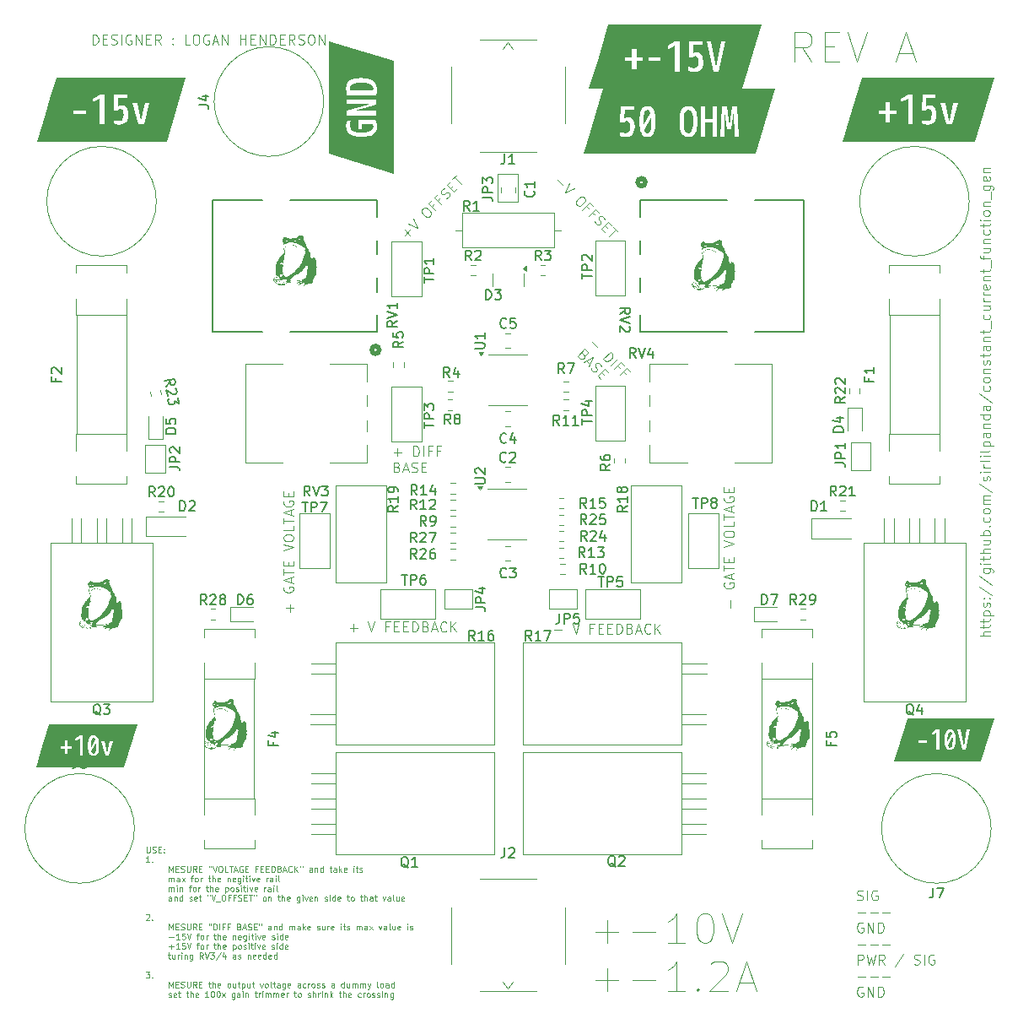
<source format=gbr>
%TF.GenerationSoftware,KiCad,Pcbnew,9.0.0*%
%TF.CreationDate,2025-08-10T21:35:17+12:00*%
%TF.ProjectId,current_gen_class_ab,63757272-656e-4745-9f67-656e5f636c61,rev?*%
%TF.SameCoordinates,Original*%
%TF.FileFunction,Legend,Top*%
%TF.FilePolarity,Positive*%
%FSLAX46Y46*%
G04 Gerber Fmt 4.6, Leading zero omitted, Abs format (unit mm)*
G04 Created by KiCad (PCBNEW 9.0.0) date 2025-08-10 21:35:17*
%MOMM*%
%LPD*%
G01*
G04 APERTURE LIST*
%ADD10C,0.100000*%
%ADD11C,0.150000*%
%ADD12C,0.000000*%
%ADD13C,0.120000*%
%ADD14C,0.152400*%
%ADD15C,0.508000*%
G04 APERTURE END LIST*
D10*
X117303884Y-62872419D02*
X117303884Y-61872419D01*
X117303884Y-61872419D02*
X117541979Y-61872419D01*
X117541979Y-61872419D02*
X117684836Y-61920038D01*
X117684836Y-61920038D02*
X117780074Y-62015276D01*
X117780074Y-62015276D02*
X117827693Y-62110514D01*
X117827693Y-62110514D02*
X117875312Y-62300990D01*
X117875312Y-62300990D02*
X117875312Y-62443847D01*
X117875312Y-62443847D02*
X117827693Y-62634323D01*
X117827693Y-62634323D02*
X117780074Y-62729561D01*
X117780074Y-62729561D02*
X117684836Y-62824800D01*
X117684836Y-62824800D02*
X117541979Y-62872419D01*
X117541979Y-62872419D02*
X117303884Y-62872419D01*
X118303884Y-62348609D02*
X118637217Y-62348609D01*
X118780074Y-62872419D02*
X118303884Y-62872419D01*
X118303884Y-62872419D02*
X118303884Y-61872419D01*
X118303884Y-61872419D02*
X118780074Y-61872419D01*
X119161027Y-62824800D02*
X119303884Y-62872419D01*
X119303884Y-62872419D02*
X119541979Y-62872419D01*
X119541979Y-62872419D02*
X119637217Y-62824800D01*
X119637217Y-62824800D02*
X119684836Y-62777180D01*
X119684836Y-62777180D02*
X119732455Y-62681942D01*
X119732455Y-62681942D02*
X119732455Y-62586704D01*
X119732455Y-62586704D02*
X119684836Y-62491466D01*
X119684836Y-62491466D02*
X119637217Y-62443847D01*
X119637217Y-62443847D02*
X119541979Y-62396228D01*
X119541979Y-62396228D02*
X119351503Y-62348609D01*
X119351503Y-62348609D02*
X119256265Y-62300990D01*
X119256265Y-62300990D02*
X119208646Y-62253371D01*
X119208646Y-62253371D02*
X119161027Y-62158133D01*
X119161027Y-62158133D02*
X119161027Y-62062895D01*
X119161027Y-62062895D02*
X119208646Y-61967657D01*
X119208646Y-61967657D02*
X119256265Y-61920038D01*
X119256265Y-61920038D02*
X119351503Y-61872419D01*
X119351503Y-61872419D02*
X119589598Y-61872419D01*
X119589598Y-61872419D02*
X119732455Y-61920038D01*
X120161027Y-62872419D02*
X120161027Y-61872419D01*
X121161026Y-61920038D02*
X121065788Y-61872419D01*
X121065788Y-61872419D02*
X120922931Y-61872419D01*
X120922931Y-61872419D02*
X120780074Y-61920038D01*
X120780074Y-61920038D02*
X120684836Y-62015276D01*
X120684836Y-62015276D02*
X120637217Y-62110514D01*
X120637217Y-62110514D02*
X120589598Y-62300990D01*
X120589598Y-62300990D02*
X120589598Y-62443847D01*
X120589598Y-62443847D02*
X120637217Y-62634323D01*
X120637217Y-62634323D02*
X120684836Y-62729561D01*
X120684836Y-62729561D02*
X120780074Y-62824800D01*
X120780074Y-62824800D02*
X120922931Y-62872419D01*
X120922931Y-62872419D02*
X121018169Y-62872419D01*
X121018169Y-62872419D02*
X121161026Y-62824800D01*
X121161026Y-62824800D02*
X121208645Y-62777180D01*
X121208645Y-62777180D02*
X121208645Y-62443847D01*
X121208645Y-62443847D02*
X121018169Y-62443847D01*
X121637217Y-62872419D02*
X121637217Y-61872419D01*
X121637217Y-61872419D02*
X122208645Y-62872419D01*
X122208645Y-62872419D02*
X122208645Y-61872419D01*
X122684836Y-62348609D02*
X123018169Y-62348609D01*
X123161026Y-62872419D02*
X122684836Y-62872419D01*
X122684836Y-62872419D02*
X122684836Y-61872419D01*
X122684836Y-61872419D02*
X123161026Y-61872419D01*
X124161026Y-62872419D02*
X123827693Y-62396228D01*
X123589598Y-62872419D02*
X123589598Y-61872419D01*
X123589598Y-61872419D02*
X123970550Y-61872419D01*
X123970550Y-61872419D02*
X124065788Y-61920038D01*
X124065788Y-61920038D02*
X124113407Y-61967657D01*
X124113407Y-61967657D02*
X124161026Y-62062895D01*
X124161026Y-62062895D02*
X124161026Y-62205752D01*
X124161026Y-62205752D02*
X124113407Y-62300990D01*
X124113407Y-62300990D02*
X124065788Y-62348609D01*
X124065788Y-62348609D02*
X123970550Y-62396228D01*
X123970550Y-62396228D02*
X123589598Y-62396228D01*
X125351503Y-62777180D02*
X125399122Y-62824800D01*
X125399122Y-62824800D02*
X125351503Y-62872419D01*
X125351503Y-62872419D02*
X125303884Y-62824800D01*
X125303884Y-62824800D02*
X125351503Y-62777180D01*
X125351503Y-62777180D02*
X125351503Y-62872419D01*
X125351503Y-62253371D02*
X125399122Y-62300990D01*
X125399122Y-62300990D02*
X125351503Y-62348609D01*
X125351503Y-62348609D02*
X125303884Y-62300990D01*
X125303884Y-62300990D02*
X125351503Y-62253371D01*
X125351503Y-62253371D02*
X125351503Y-62348609D01*
X127065788Y-62872419D02*
X126589598Y-62872419D01*
X126589598Y-62872419D02*
X126589598Y-61872419D01*
X127589598Y-61872419D02*
X127780074Y-61872419D01*
X127780074Y-61872419D02*
X127875312Y-61920038D01*
X127875312Y-61920038D02*
X127970550Y-62015276D01*
X127970550Y-62015276D02*
X128018169Y-62205752D01*
X128018169Y-62205752D02*
X128018169Y-62539085D01*
X128018169Y-62539085D02*
X127970550Y-62729561D01*
X127970550Y-62729561D02*
X127875312Y-62824800D01*
X127875312Y-62824800D02*
X127780074Y-62872419D01*
X127780074Y-62872419D02*
X127589598Y-62872419D01*
X127589598Y-62872419D02*
X127494360Y-62824800D01*
X127494360Y-62824800D02*
X127399122Y-62729561D01*
X127399122Y-62729561D02*
X127351503Y-62539085D01*
X127351503Y-62539085D02*
X127351503Y-62205752D01*
X127351503Y-62205752D02*
X127399122Y-62015276D01*
X127399122Y-62015276D02*
X127494360Y-61920038D01*
X127494360Y-61920038D02*
X127589598Y-61872419D01*
X128970550Y-61920038D02*
X128875312Y-61872419D01*
X128875312Y-61872419D02*
X128732455Y-61872419D01*
X128732455Y-61872419D02*
X128589598Y-61920038D01*
X128589598Y-61920038D02*
X128494360Y-62015276D01*
X128494360Y-62015276D02*
X128446741Y-62110514D01*
X128446741Y-62110514D02*
X128399122Y-62300990D01*
X128399122Y-62300990D02*
X128399122Y-62443847D01*
X128399122Y-62443847D02*
X128446741Y-62634323D01*
X128446741Y-62634323D02*
X128494360Y-62729561D01*
X128494360Y-62729561D02*
X128589598Y-62824800D01*
X128589598Y-62824800D02*
X128732455Y-62872419D01*
X128732455Y-62872419D02*
X128827693Y-62872419D01*
X128827693Y-62872419D02*
X128970550Y-62824800D01*
X128970550Y-62824800D02*
X129018169Y-62777180D01*
X129018169Y-62777180D02*
X129018169Y-62443847D01*
X129018169Y-62443847D02*
X128827693Y-62443847D01*
X129399122Y-62586704D02*
X129875312Y-62586704D01*
X129303884Y-62872419D02*
X129637217Y-61872419D01*
X129637217Y-61872419D02*
X129970550Y-62872419D01*
X130303884Y-62872419D02*
X130303884Y-61872419D01*
X130303884Y-61872419D02*
X130875312Y-62872419D01*
X130875312Y-62872419D02*
X130875312Y-61872419D01*
X132113408Y-62872419D02*
X132113408Y-61872419D01*
X132113408Y-62348609D02*
X132684836Y-62348609D01*
X132684836Y-62872419D02*
X132684836Y-61872419D01*
X133161027Y-62348609D02*
X133494360Y-62348609D01*
X133637217Y-62872419D02*
X133161027Y-62872419D01*
X133161027Y-62872419D02*
X133161027Y-61872419D01*
X133161027Y-61872419D02*
X133637217Y-61872419D01*
X134065789Y-62872419D02*
X134065789Y-61872419D01*
X134065789Y-61872419D02*
X134637217Y-62872419D01*
X134637217Y-62872419D02*
X134637217Y-61872419D01*
X135113408Y-62872419D02*
X135113408Y-61872419D01*
X135113408Y-61872419D02*
X135351503Y-61872419D01*
X135351503Y-61872419D02*
X135494360Y-61920038D01*
X135494360Y-61920038D02*
X135589598Y-62015276D01*
X135589598Y-62015276D02*
X135637217Y-62110514D01*
X135637217Y-62110514D02*
X135684836Y-62300990D01*
X135684836Y-62300990D02*
X135684836Y-62443847D01*
X135684836Y-62443847D02*
X135637217Y-62634323D01*
X135637217Y-62634323D02*
X135589598Y-62729561D01*
X135589598Y-62729561D02*
X135494360Y-62824800D01*
X135494360Y-62824800D02*
X135351503Y-62872419D01*
X135351503Y-62872419D02*
X135113408Y-62872419D01*
X136113408Y-62348609D02*
X136446741Y-62348609D01*
X136589598Y-62872419D02*
X136113408Y-62872419D01*
X136113408Y-62872419D02*
X136113408Y-61872419D01*
X136113408Y-61872419D02*
X136589598Y-61872419D01*
X137589598Y-62872419D02*
X137256265Y-62396228D01*
X137018170Y-62872419D02*
X137018170Y-61872419D01*
X137018170Y-61872419D02*
X137399122Y-61872419D01*
X137399122Y-61872419D02*
X137494360Y-61920038D01*
X137494360Y-61920038D02*
X137541979Y-61967657D01*
X137541979Y-61967657D02*
X137589598Y-62062895D01*
X137589598Y-62062895D02*
X137589598Y-62205752D01*
X137589598Y-62205752D02*
X137541979Y-62300990D01*
X137541979Y-62300990D02*
X137494360Y-62348609D01*
X137494360Y-62348609D02*
X137399122Y-62396228D01*
X137399122Y-62396228D02*
X137018170Y-62396228D01*
X137970551Y-62824800D02*
X138113408Y-62872419D01*
X138113408Y-62872419D02*
X138351503Y-62872419D01*
X138351503Y-62872419D02*
X138446741Y-62824800D01*
X138446741Y-62824800D02*
X138494360Y-62777180D01*
X138494360Y-62777180D02*
X138541979Y-62681942D01*
X138541979Y-62681942D02*
X138541979Y-62586704D01*
X138541979Y-62586704D02*
X138494360Y-62491466D01*
X138494360Y-62491466D02*
X138446741Y-62443847D01*
X138446741Y-62443847D02*
X138351503Y-62396228D01*
X138351503Y-62396228D02*
X138161027Y-62348609D01*
X138161027Y-62348609D02*
X138065789Y-62300990D01*
X138065789Y-62300990D02*
X138018170Y-62253371D01*
X138018170Y-62253371D02*
X137970551Y-62158133D01*
X137970551Y-62158133D02*
X137970551Y-62062895D01*
X137970551Y-62062895D02*
X138018170Y-61967657D01*
X138018170Y-61967657D02*
X138065789Y-61920038D01*
X138065789Y-61920038D02*
X138161027Y-61872419D01*
X138161027Y-61872419D02*
X138399122Y-61872419D01*
X138399122Y-61872419D02*
X138541979Y-61920038D01*
X139161027Y-61872419D02*
X139351503Y-61872419D01*
X139351503Y-61872419D02*
X139446741Y-61920038D01*
X139446741Y-61920038D02*
X139541979Y-62015276D01*
X139541979Y-62015276D02*
X139589598Y-62205752D01*
X139589598Y-62205752D02*
X139589598Y-62539085D01*
X139589598Y-62539085D02*
X139541979Y-62729561D01*
X139541979Y-62729561D02*
X139446741Y-62824800D01*
X139446741Y-62824800D02*
X139351503Y-62872419D01*
X139351503Y-62872419D02*
X139161027Y-62872419D01*
X139161027Y-62872419D02*
X139065789Y-62824800D01*
X139065789Y-62824800D02*
X138970551Y-62729561D01*
X138970551Y-62729561D02*
X138922932Y-62539085D01*
X138922932Y-62539085D02*
X138922932Y-62205752D01*
X138922932Y-62205752D02*
X138970551Y-62015276D01*
X138970551Y-62015276D02*
X139065789Y-61920038D01*
X139065789Y-61920038D02*
X139161027Y-61872419D01*
X140018170Y-62872419D02*
X140018170Y-61872419D01*
X140018170Y-61872419D02*
X140589598Y-62872419D01*
X140589598Y-62872419D02*
X140589598Y-61872419D01*
X207372419Y-122196115D02*
X206372419Y-122196115D01*
X207372419Y-121767544D02*
X206848609Y-121767544D01*
X206848609Y-121767544D02*
X206753371Y-121815163D01*
X206753371Y-121815163D02*
X206705752Y-121910401D01*
X206705752Y-121910401D02*
X206705752Y-122053258D01*
X206705752Y-122053258D02*
X206753371Y-122148496D01*
X206753371Y-122148496D02*
X206800990Y-122196115D01*
X206705752Y-121434210D02*
X206705752Y-121053258D01*
X206372419Y-121291353D02*
X207229561Y-121291353D01*
X207229561Y-121291353D02*
X207324800Y-121243734D01*
X207324800Y-121243734D02*
X207372419Y-121148496D01*
X207372419Y-121148496D02*
X207372419Y-121053258D01*
X206705752Y-120862781D02*
X206705752Y-120481829D01*
X206372419Y-120719924D02*
X207229561Y-120719924D01*
X207229561Y-120719924D02*
X207324800Y-120672305D01*
X207324800Y-120672305D02*
X207372419Y-120577067D01*
X207372419Y-120577067D02*
X207372419Y-120481829D01*
X206705752Y-120148495D02*
X207705752Y-120148495D01*
X206753371Y-120148495D02*
X206705752Y-120053257D01*
X206705752Y-120053257D02*
X206705752Y-119862781D01*
X206705752Y-119862781D02*
X206753371Y-119767543D01*
X206753371Y-119767543D02*
X206800990Y-119719924D01*
X206800990Y-119719924D02*
X206896228Y-119672305D01*
X206896228Y-119672305D02*
X207181942Y-119672305D01*
X207181942Y-119672305D02*
X207277180Y-119719924D01*
X207277180Y-119719924D02*
X207324800Y-119767543D01*
X207324800Y-119767543D02*
X207372419Y-119862781D01*
X207372419Y-119862781D02*
X207372419Y-120053257D01*
X207372419Y-120053257D02*
X207324800Y-120148495D01*
X207324800Y-119291352D02*
X207372419Y-119196114D01*
X207372419Y-119196114D02*
X207372419Y-119005638D01*
X207372419Y-119005638D02*
X207324800Y-118910400D01*
X207324800Y-118910400D02*
X207229561Y-118862781D01*
X207229561Y-118862781D02*
X207181942Y-118862781D01*
X207181942Y-118862781D02*
X207086704Y-118910400D01*
X207086704Y-118910400D02*
X207039085Y-119005638D01*
X207039085Y-119005638D02*
X207039085Y-119148495D01*
X207039085Y-119148495D02*
X206991466Y-119243733D01*
X206991466Y-119243733D02*
X206896228Y-119291352D01*
X206896228Y-119291352D02*
X206848609Y-119291352D01*
X206848609Y-119291352D02*
X206753371Y-119243733D01*
X206753371Y-119243733D02*
X206705752Y-119148495D01*
X206705752Y-119148495D02*
X206705752Y-119005638D01*
X206705752Y-119005638D02*
X206753371Y-118910400D01*
X207277180Y-118434209D02*
X207324800Y-118386590D01*
X207324800Y-118386590D02*
X207372419Y-118434209D01*
X207372419Y-118434209D02*
X207324800Y-118481828D01*
X207324800Y-118481828D02*
X207277180Y-118434209D01*
X207277180Y-118434209D02*
X207372419Y-118434209D01*
X206753371Y-118434209D02*
X206800990Y-118386590D01*
X206800990Y-118386590D02*
X206848609Y-118434209D01*
X206848609Y-118434209D02*
X206800990Y-118481828D01*
X206800990Y-118481828D02*
X206753371Y-118434209D01*
X206753371Y-118434209D02*
X206848609Y-118434209D01*
X206324800Y-117243734D02*
X207610514Y-118100876D01*
X206324800Y-116196115D02*
X207610514Y-117053257D01*
X206705752Y-115434210D02*
X207515276Y-115434210D01*
X207515276Y-115434210D02*
X207610514Y-115481829D01*
X207610514Y-115481829D02*
X207658133Y-115529448D01*
X207658133Y-115529448D02*
X207705752Y-115624686D01*
X207705752Y-115624686D02*
X207705752Y-115767543D01*
X207705752Y-115767543D02*
X207658133Y-115862781D01*
X207324800Y-115434210D02*
X207372419Y-115529448D01*
X207372419Y-115529448D02*
X207372419Y-115719924D01*
X207372419Y-115719924D02*
X207324800Y-115815162D01*
X207324800Y-115815162D02*
X207277180Y-115862781D01*
X207277180Y-115862781D02*
X207181942Y-115910400D01*
X207181942Y-115910400D02*
X206896228Y-115910400D01*
X206896228Y-115910400D02*
X206800990Y-115862781D01*
X206800990Y-115862781D02*
X206753371Y-115815162D01*
X206753371Y-115815162D02*
X206705752Y-115719924D01*
X206705752Y-115719924D02*
X206705752Y-115529448D01*
X206705752Y-115529448D02*
X206753371Y-115434210D01*
X207372419Y-114958019D02*
X206705752Y-114958019D01*
X206372419Y-114958019D02*
X206420038Y-115005638D01*
X206420038Y-115005638D02*
X206467657Y-114958019D01*
X206467657Y-114958019D02*
X206420038Y-114910400D01*
X206420038Y-114910400D02*
X206372419Y-114958019D01*
X206372419Y-114958019D02*
X206467657Y-114958019D01*
X206705752Y-114624686D02*
X206705752Y-114243734D01*
X206372419Y-114481829D02*
X207229561Y-114481829D01*
X207229561Y-114481829D02*
X207324800Y-114434210D01*
X207324800Y-114434210D02*
X207372419Y-114338972D01*
X207372419Y-114338972D02*
X207372419Y-114243734D01*
X207372419Y-113910400D02*
X206372419Y-113910400D01*
X207372419Y-113481829D02*
X206848609Y-113481829D01*
X206848609Y-113481829D02*
X206753371Y-113529448D01*
X206753371Y-113529448D02*
X206705752Y-113624686D01*
X206705752Y-113624686D02*
X206705752Y-113767543D01*
X206705752Y-113767543D02*
X206753371Y-113862781D01*
X206753371Y-113862781D02*
X206800990Y-113910400D01*
X206705752Y-112577067D02*
X207372419Y-112577067D01*
X206705752Y-113005638D02*
X207229561Y-113005638D01*
X207229561Y-113005638D02*
X207324800Y-112958019D01*
X207324800Y-112958019D02*
X207372419Y-112862781D01*
X207372419Y-112862781D02*
X207372419Y-112719924D01*
X207372419Y-112719924D02*
X207324800Y-112624686D01*
X207324800Y-112624686D02*
X207277180Y-112577067D01*
X207372419Y-112100876D02*
X206372419Y-112100876D01*
X206753371Y-112100876D02*
X206705752Y-112005638D01*
X206705752Y-112005638D02*
X206705752Y-111815162D01*
X206705752Y-111815162D02*
X206753371Y-111719924D01*
X206753371Y-111719924D02*
X206800990Y-111672305D01*
X206800990Y-111672305D02*
X206896228Y-111624686D01*
X206896228Y-111624686D02*
X207181942Y-111624686D01*
X207181942Y-111624686D02*
X207277180Y-111672305D01*
X207277180Y-111672305D02*
X207324800Y-111719924D01*
X207324800Y-111719924D02*
X207372419Y-111815162D01*
X207372419Y-111815162D02*
X207372419Y-112005638D01*
X207372419Y-112005638D02*
X207324800Y-112100876D01*
X207277180Y-111196114D02*
X207324800Y-111148495D01*
X207324800Y-111148495D02*
X207372419Y-111196114D01*
X207372419Y-111196114D02*
X207324800Y-111243733D01*
X207324800Y-111243733D02*
X207277180Y-111196114D01*
X207277180Y-111196114D02*
X207372419Y-111196114D01*
X207324800Y-110291353D02*
X207372419Y-110386591D01*
X207372419Y-110386591D02*
X207372419Y-110577067D01*
X207372419Y-110577067D02*
X207324800Y-110672305D01*
X207324800Y-110672305D02*
X207277180Y-110719924D01*
X207277180Y-110719924D02*
X207181942Y-110767543D01*
X207181942Y-110767543D02*
X206896228Y-110767543D01*
X206896228Y-110767543D02*
X206800990Y-110719924D01*
X206800990Y-110719924D02*
X206753371Y-110672305D01*
X206753371Y-110672305D02*
X206705752Y-110577067D01*
X206705752Y-110577067D02*
X206705752Y-110386591D01*
X206705752Y-110386591D02*
X206753371Y-110291353D01*
X207372419Y-109719924D02*
X207324800Y-109815162D01*
X207324800Y-109815162D02*
X207277180Y-109862781D01*
X207277180Y-109862781D02*
X207181942Y-109910400D01*
X207181942Y-109910400D02*
X206896228Y-109910400D01*
X206896228Y-109910400D02*
X206800990Y-109862781D01*
X206800990Y-109862781D02*
X206753371Y-109815162D01*
X206753371Y-109815162D02*
X206705752Y-109719924D01*
X206705752Y-109719924D02*
X206705752Y-109577067D01*
X206705752Y-109577067D02*
X206753371Y-109481829D01*
X206753371Y-109481829D02*
X206800990Y-109434210D01*
X206800990Y-109434210D02*
X206896228Y-109386591D01*
X206896228Y-109386591D02*
X207181942Y-109386591D01*
X207181942Y-109386591D02*
X207277180Y-109434210D01*
X207277180Y-109434210D02*
X207324800Y-109481829D01*
X207324800Y-109481829D02*
X207372419Y-109577067D01*
X207372419Y-109577067D02*
X207372419Y-109719924D01*
X207372419Y-108958019D02*
X206705752Y-108958019D01*
X206800990Y-108958019D02*
X206753371Y-108910400D01*
X206753371Y-108910400D02*
X206705752Y-108815162D01*
X206705752Y-108815162D02*
X206705752Y-108672305D01*
X206705752Y-108672305D02*
X206753371Y-108577067D01*
X206753371Y-108577067D02*
X206848609Y-108529448D01*
X206848609Y-108529448D02*
X207372419Y-108529448D01*
X206848609Y-108529448D02*
X206753371Y-108481829D01*
X206753371Y-108481829D02*
X206705752Y-108386591D01*
X206705752Y-108386591D02*
X206705752Y-108243734D01*
X206705752Y-108243734D02*
X206753371Y-108148495D01*
X206753371Y-108148495D02*
X206848609Y-108100876D01*
X206848609Y-108100876D02*
X207372419Y-108100876D01*
X206324800Y-106910401D02*
X207610514Y-107767543D01*
X207324800Y-106624686D02*
X207372419Y-106529448D01*
X207372419Y-106529448D02*
X207372419Y-106338972D01*
X207372419Y-106338972D02*
X207324800Y-106243734D01*
X207324800Y-106243734D02*
X207229561Y-106196115D01*
X207229561Y-106196115D02*
X207181942Y-106196115D01*
X207181942Y-106196115D02*
X207086704Y-106243734D01*
X207086704Y-106243734D02*
X207039085Y-106338972D01*
X207039085Y-106338972D02*
X207039085Y-106481829D01*
X207039085Y-106481829D02*
X206991466Y-106577067D01*
X206991466Y-106577067D02*
X206896228Y-106624686D01*
X206896228Y-106624686D02*
X206848609Y-106624686D01*
X206848609Y-106624686D02*
X206753371Y-106577067D01*
X206753371Y-106577067D02*
X206705752Y-106481829D01*
X206705752Y-106481829D02*
X206705752Y-106338972D01*
X206705752Y-106338972D02*
X206753371Y-106243734D01*
X207372419Y-105767543D02*
X206705752Y-105767543D01*
X206372419Y-105767543D02*
X206420038Y-105815162D01*
X206420038Y-105815162D02*
X206467657Y-105767543D01*
X206467657Y-105767543D02*
X206420038Y-105719924D01*
X206420038Y-105719924D02*
X206372419Y-105767543D01*
X206372419Y-105767543D02*
X206467657Y-105767543D01*
X207372419Y-105291353D02*
X206705752Y-105291353D01*
X206896228Y-105291353D02*
X206800990Y-105243734D01*
X206800990Y-105243734D02*
X206753371Y-105196115D01*
X206753371Y-105196115D02*
X206705752Y-105100877D01*
X206705752Y-105100877D02*
X206705752Y-105005639D01*
X207372419Y-104529448D02*
X207324800Y-104624686D01*
X207324800Y-104624686D02*
X207229561Y-104672305D01*
X207229561Y-104672305D02*
X206372419Y-104672305D01*
X207372419Y-104148495D02*
X206705752Y-104148495D01*
X206372419Y-104148495D02*
X206420038Y-104196114D01*
X206420038Y-104196114D02*
X206467657Y-104148495D01*
X206467657Y-104148495D02*
X206420038Y-104100876D01*
X206420038Y-104100876D02*
X206372419Y-104148495D01*
X206372419Y-104148495D02*
X206467657Y-104148495D01*
X207372419Y-103529448D02*
X207324800Y-103624686D01*
X207324800Y-103624686D02*
X207229561Y-103672305D01*
X207229561Y-103672305D02*
X206372419Y-103672305D01*
X206705752Y-103148495D02*
X207705752Y-103148495D01*
X206753371Y-103148495D02*
X206705752Y-103053257D01*
X206705752Y-103053257D02*
X206705752Y-102862781D01*
X206705752Y-102862781D02*
X206753371Y-102767543D01*
X206753371Y-102767543D02*
X206800990Y-102719924D01*
X206800990Y-102719924D02*
X206896228Y-102672305D01*
X206896228Y-102672305D02*
X207181942Y-102672305D01*
X207181942Y-102672305D02*
X207277180Y-102719924D01*
X207277180Y-102719924D02*
X207324800Y-102767543D01*
X207324800Y-102767543D02*
X207372419Y-102862781D01*
X207372419Y-102862781D02*
X207372419Y-103053257D01*
X207372419Y-103053257D02*
X207324800Y-103148495D01*
X207372419Y-101815162D02*
X206848609Y-101815162D01*
X206848609Y-101815162D02*
X206753371Y-101862781D01*
X206753371Y-101862781D02*
X206705752Y-101958019D01*
X206705752Y-101958019D02*
X206705752Y-102148495D01*
X206705752Y-102148495D02*
X206753371Y-102243733D01*
X207324800Y-101815162D02*
X207372419Y-101910400D01*
X207372419Y-101910400D02*
X207372419Y-102148495D01*
X207372419Y-102148495D02*
X207324800Y-102243733D01*
X207324800Y-102243733D02*
X207229561Y-102291352D01*
X207229561Y-102291352D02*
X207134323Y-102291352D01*
X207134323Y-102291352D02*
X207039085Y-102243733D01*
X207039085Y-102243733D02*
X206991466Y-102148495D01*
X206991466Y-102148495D02*
X206991466Y-101910400D01*
X206991466Y-101910400D02*
X206943847Y-101815162D01*
X206705752Y-101338971D02*
X207372419Y-101338971D01*
X206800990Y-101338971D02*
X206753371Y-101291352D01*
X206753371Y-101291352D02*
X206705752Y-101196114D01*
X206705752Y-101196114D02*
X206705752Y-101053257D01*
X206705752Y-101053257D02*
X206753371Y-100958019D01*
X206753371Y-100958019D02*
X206848609Y-100910400D01*
X206848609Y-100910400D02*
X207372419Y-100910400D01*
X207372419Y-100005638D02*
X206372419Y-100005638D01*
X207324800Y-100005638D02*
X207372419Y-100100876D01*
X207372419Y-100100876D02*
X207372419Y-100291352D01*
X207372419Y-100291352D02*
X207324800Y-100386590D01*
X207324800Y-100386590D02*
X207277180Y-100434209D01*
X207277180Y-100434209D02*
X207181942Y-100481828D01*
X207181942Y-100481828D02*
X206896228Y-100481828D01*
X206896228Y-100481828D02*
X206800990Y-100434209D01*
X206800990Y-100434209D02*
X206753371Y-100386590D01*
X206753371Y-100386590D02*
X206705752Y-100291352D01*
X206705752Y-100291352D02*
X206705752Y-100100876D01*
X206705752Y-100100876D02*
X206753371Y-100005638D01*
X207372419Y-99100876D02*
X206848609Y-99100876D01*
X206848609Y-99100876D02*
X206753371Y-99148495D01*
X206753371Y-99148495D02*
X206705752Y-99243733D01*
X206705752Y-99243733D02*
X206705752Y-99434209D01*
X206705752Y-99434209D02*
X206753371Y-99529447D01*
X207324800Y-99100876D02*
X207372419Y-99196114D01*
X207372419Y-99196114D02*
X207372419Y-99434209D01*
X207372419Y-99434209D02*
X207324800Y-99529447D01*
X207324800Y-99529447D02*
X207229561Y-99577066D01*
X207229561Y-99577066D02*
X207134323Y-99577066D01*
X207134323Y-99577066D02*
X207039085Y-99529447D01*
X207039085Y-99529447D02*
X206991466Y-99434209D01*
X206991466Y-99434209D02*
X206991466Y-99196114D01*
X206991466Y-99196114D02*
X206943847Y-99100876D01*
X206324800Y-97910400D02*
X207610514Y-98767542D01*
X207324800Y-97148495D02*
X207372419Y-97243733D01*
X207372419Y-97243733D02*
X207372419Y-97434209D01*
X207372419Y-97434209D02*
X207324800Y-97529447D01*
X207324800Y-97529447D02*
X207277180Y-97577066D01*
X207277180Y-97577066D02*
X207181942Y-97624685D01*
X207181942Y-97624685D02*
X206896228Y-97624685D01*
X206896228Y-97624685D02*
X206800990Y-97577066D01*
X206800990Y-97577066D02*
X206753371Y-97529447D01*
X206753371Y-97529447D02*
X206705752Y-97434209D01*
X206705752Y-97434209D02*
X206705752Y-97243733D01*
X206705752Y-97243733D02*
X206753371Y-97148495D01*
X207372419Y-96577066D02*
X207324800Y-96672304D01*
X207324800Y-96672304D02*
X207277180Y-96719923D01*
X207277180Y-96719923D02*
X207181942Y-96767542D01*
X207181942Y-96767542D02*
X206896228Y-96767542D01*
X206896228Y-96767542D02*
X206800990Y-96719923D01*
X206800990Y-96719923D02*
X206753371Y-96672304D01*
X206753371Y-96672304D02*
X206705752Y-96577066D01*
X206705752Y-96577066D02*
X206705752Y-96434209D01*
X206705752Y-96434209D02*
X206753371Y-96338971D01*
X206753371Y-96338971D02*
X206800990Y-96291352D01*
X206800990Y-96291352D02*
X206896228Y-96243733D01*
X206896228Y-96243733D02*
X207181942Y-96243733D01*
X207181942Y-96243733D02*
X207277180Y-96291352D01*
X207277180Y-96291352D02*
X207324800Y-96338971D01*
X207324800Y-96338971D02*
X207372419Y-96434209D01*
X207372419Y-96434209D02*
X207372419Y-96577066D01*
X206705752Y-95815161D02*
X207372419Y-95815161D01*
X206800990Y-95815161D02*
X206753371Y-95767542D01*
X206753371Y-95767542D02*
X206705752Y-95672304D01*
X206705752Y-95672304D02*
X206705752Y-95529447D01*
X206705752Y-95529447D02*
X206753371Y-95434209D01*
X206753371Y-95434209D02*
X206848609Y-95386590D01*
X206848609Y-95386590D02*
X207372419Y-95386590D01*
X207324800Y-94958018D02*
X207372419Y-94862780D01*
X207372419Y-94862780D02*
X207372419Y-94672304D01*
X207372419Y-94672304D02*
X207324800Y-94577066D01*
X207324800Y-94577066D02*
X207229561Y-94529447D01*
X207229561Y-94529447D02*
X207181942Y-94529447D01*
X207181942Y-94529447D02*
X207086704Y-94577066D01*
X207086704Y-94577066D02*
X207039085Y-94672304D01*
X207039085Y-94672304D02*
X207039085Y-94815161D01*
X207039085Y-94815161D02*
X206991466Y-94910399D01*
X206991466Y-94910399D02*
X206896228Y-94958018D01*
X206896228Y-94958018D02*
X206848609Y-94958018D01*
X206848609Y-94958018D02*
X206753371Y-94910399D01*
X206753371Y-94910399D02*
X206705752Y-94815161D01*
X206705752Y-94815161D02*
X206705752Y-94672304D01*
X206705752Y-94672304D02*
X206753371Y-94577066D01*
X206705752Y-94243732D02*
X206705752Y-93862780D01*
X206372419Y-94100875D02*
X207229561Y-94100875D01*
X207229561Y-94100875D02*
X207324800Y-94053256D01*
X207324800Y-94053256D02*
X207372419Y-93958018D01*
X207372419Y-93958018D02*
X207372419Y-93862780D01*
X207372419Y-93100875D02*
X206848609Y-93100875D01*
X206848609Y-93100875D02*
X206753371Y-93148494D01*
X206753371Y-93148494D02*
X206705752Y-93243732D01*
X206705752Y-93243732D02*
X206705752Y-93434208D01*
X206705752Y-93434208D02*
X206753371Y-93529446D01*
X207324800Y-93100875D02*
X207372419Y-93196113D01*
X207372419Y-93196113D02*
X207372419Y-93434208D01*
X207372419Y-93434208D02*
X207324800Y-93529446D01*
X207324800Y-93529446D02*
X207229561Y-93577065D01*
X207229561Y-93577065D02*
X207134323Y-93577065D01*
X207134323Y-93577065D02*
X207039085Y-93529446D01*
X207039085Y-93529446D02*
X206991466Y-93434208D01*
X206991466Y-93434208D02*
X206991466Y-93196113D01*
X206991466Y-93196113D02*
X206943847Y-93100875D01*
X206705752Y-92624684D02*
X207372419Y-92624684D01*
X206800990Y-92624684D02*
X206753371Y-92577065D01*
X206753371Y-92577065D02*
X206705752Y-92481827D01*
X206705752Y-92481827D02*
X206705752Y-92338970D01*
X206705752Y-92338970D02*
X206753371Y-92243732D01*
X206753371Y-92243732D02*
X206848609Y-92196113D01*
X206848609Y-92196113D02*
X207372419Y-92196113D01*
X206705752Y-91862779D02*
X206705752Y-91481827D01*
X206372419Y-91719922D02*
X207229561Y-91719922D01*
X207229561Y-91719922D02*
X207324800Y-91672303D01*
X207324800Y-91672303D02*
X207372419Y-91577065D01*
X207372419Y-91577065D02*
X207372419Y-91481827D01*
X207467657Y-91386589D02*
X207467657Y-90624684D01*
X207324800Y-89958017D02*
X207372419Y-90053255D01*
X207372419Y-90053255D02*
X207372419Y-90243731D01*
X207372419Y-90243731D02*
X207324800Y-90338969D01*
X207324800Y-90338969D02*
X207277180Y-90386588D01*
X207277180Y-90386588D02*
X207181942Y-90434207D01*
X207181942Y-90434207D02*
X206896228Y-90434207D01*
X206896228Y-90434207D02*
X206800990Y-90386588D01*
X206800990Y-90386588D02*
X206753371Y-90338969D01*
X206753371Y-90338969D02*
X206705752Y-90243731D01*
X206705752Y-90243731D02*
X206705752Y-90053255D01*
X206705752Y-90053255D02*
X206753371Y-89958017D01*
X206705752Y-89100874D02*
X207372419Y-89100874D01*
X206705752Y-89529445D02*
X207229561Y-89529445D01*
X207229561Y-89529445D02*
X207324800Y-89481826D01*
X207324800Y-89481826D02*
X207372419Y-89386588D01*
X207372419Y-89386588D02*
X207372419Y-89243731D01*
X207372419Y-89243731D02*
X207324800Y-89148493D01*
X207324800Y-89148493D02*
X207277180Y-89100874D01*
X207372419Y-88624683D02*
X206705752Y-88624683D01*
X206896228Y-88624683D02*
X206800990Y-88577064D01*
X206800990Y-88577064D02*
X206753371Y-88529445D01*
X206753371Y-88529445D02*
X206705752Y-88434207D01*
X206705752Y-88434207D02*
X206705752Y-88338969D01*
X207372419Y-88005635D02*
X206705752Y-88005635D01*
X206896228Y-88005635D02*
X206800990Y-87958016D01*
X206800990Y-87958016D02*
X206753371Y-87910397D01*
X206753371Y-87910397D02*
X206705752Y-87815159D01*
X206705752Y-87815159D02*
X206705752Y-87719921D01*
X207324800Y-87005635D02*
X207372419Y-87100873D01*
X207372419Y-87100873D02*
X207372419Y-87291349D01*
X207372419Y-87291349D02*
X207324800Y-87386587D01*
X207324800Y-87386587D02*
X207229561Y-87434206D01*
X207229561Y-87434206D02*
X206848609Y-87434206D01*
X206848609Y-87434206D02*
X206753371Y-87386587D01*
X206753371Y-87386587D02*
X206705752Y-87291349D01*
X206705752Y-87291349D02*
X206705752Y-87100873D01*
X206705752Y-87100873D02*
X206753371Y-87005635D01*
X206753371Y-87005635D02*
X206848609Y-86958016D01*
X206848609Y-86958016D02*
X206943847Y-86958016D01*
X206943847Y-86958016D02*
X207039085Y-87434206D01*
X206705752Y-86529444D02*
X207372419Y-86529444D01*
X206800990Y-86529444D02*
X206753371Y-86481825D01*
X206753371Y-86481825D02*
X206705752Y-86386587D01*
X206705752Y-86386587D02*
X206705752Y-86243730D01*
X206705752Y-86243730D02*
X206753371Y-86148492D01*
X206753371Y-86148492D02*
X206848609Y-86100873D01*
X206848609Y-86100873D02*
X207372419Y-86100873D01*
X206705752Y-85767539D02*
X206705752Y-85386587D01*
X206372419Y-85624682D02*
X207229561Y-85624682D01*
X207229561Y-85624682D02*
X207324800Y-85577063D01*
X207324800Y-85577063D02*
X207372419Y-85481825D01*
X207372419Y-85481825D02*
X207372419Y-85386587D01*
X207467657Y-85291349D02*
X207467657Y-84529444D01*
X206705752Y-84434205D02*
X206705752Y-84053253D01*
X207372419Y-84291348D02*
X206515276Y-84291348D01*
X206515276Y-84291348D02*
X206420038Y-84243729D01*
X206420038Y-84243729D02*
X206372419Y-84148491D01*
X206372419Y-84148491D02*
X206372419Y-84053253D01*
X206705752Y-83291348D02*
X207372419Y-83291348D01*
X206705752Y-83719919D02*
X207229561Y-83719919D01*
X207229561Y-83719919D02*
X207324800Y-83672300D01*
X207324800Y-83672300D02*
X207372419Y-83577062D01*
X207372419Y-83577062D02*
X207372419Y-83434205D01*
X207372419Y-83434205D02*
X207324800Y-83338967D01*
X207324800Y-83338967D02*
X207277180Y-83291348D01*
X206705752Y-82815157D02*
X207372419Y-82815157D01*
X206800990Y-82815157D02*
X206753371Y-82767538D01*
X206753371Y-82767538D02*
X206705752Y-82672300D01*
X206705752Y-82672300D02*
X206705752Y-82529443D01*
X206705752Y-82529443D02*
X206753371Y-82434205D01*
X206753371Y-82434205D02*
X206848609Y-82386586D01*
X206848609Y-82386586D02*
X207372419Y-82386586D01*
X207324800Y-81481824D02*
X207372419Y-81577062D01*
X207372419Y-81577062D02*
X207372419Y-81767538D01*
X207372419Y-81767538D02*
X207324800Y-81862776D01*
X207324800Y-81862776D02*
X207277180Y-81910395D01*
X207277180Y-81910395D02*
X207181942Y-81958014D01*
X207181942Y-81958014D02*
X206896228Y-81958014D01*
X206896228Y-81958014D02*
X206800990Y-81910395D01*
X206800990Y-81910395D02*
X206753371Y-81862776D01*
X206753371Y-81862776D02*
X206705752Y-81767538D01*
X206705752Y-81767538D02*
X206705752Y-81577062D01*
X206705752Y-81577062D02*
X206753371Y-81481824D01*
X206705752Y-81196109D02*
X206705752Y-80815157D01*
X206372419Y-81053252D02*
X207229561Y-81053252D01*
X207229561Y-81053252D02*
X207324800Y-81005633D01*
X207324800Y-81005633D02*
X207372419Y-80910395D01*
X207372419Y-80910395D02*
X207372419Y-80815157D01*
X207372419Y-80481823D02*
X206705752Y-80481823D01*
X206372419Y-80481823D02*
X206420038Y-80529442D01*
X206420038Y-80529442D02*
X206467657Y-80481823D01*
X206467657Y-80481823D02*
X206420038Y-80434204D01*
X206420038Y-80434204D02*
X206372419Y-80481823D01*
X206372419Y-80481823D02*
X206467657Y-80481823D01*
X207372419Y-79862776D02*
X207324800Y-79958014D01*
X207324800Y-79958014D02*
X207277180Y-80005633D01*
X207277180Y-80005633D02*
X207181942Y-80053252D01*
X207181942Y-80053252D02*
X206896228Y-80053252D01*
X206896228Y-80053252D02*
X206800990Y-80005633D01*
X206800990Y-80005633D02*
X206753371Y-79958014D01*
X206753371Y-79958014D02*
X206705752Y-79862776D01*
X206705752Y-79862776D02*
X206705752Y-79719919D01*
X206705752Y-79719919D02*
X206753371Y-79624681D01*
X206753371Y-79624681D02*
X206800990Y-79577062D01*
X206800990Y-79577062D02*
X206896228Y-79529443D01*
X206896228Y-79529443D02*
X207181942Y-79529443D01*
X207181942Y-79529443D02*
X207277180Y-79577062D01*
X207277180Y-79577062D02*
X207324800Y-79624681D01*
X207324800Y-79624681D02*
X207372419Y-79719919D01*
X207372419Y-79719919D02*
X207372419Y-79862776D01*
X206705752Y-79100871D02*
X207372419Y-79100871D01*
X206800990Y-79100871D02*
X206753371Y-79053252D01*
X206753371Y-79053252D02*
X206705752Y-78958014D01*
X206705752Y-78958014D02*
X206705752Y-78815157D01*
X206705752Y-78815157D02*
X206753371Y-78719919D01*
X206753371Y-78719919D02*
X206848609Y-78672300D01*
X206848609Y-78672300D02*
X207372419Y-78672300D01*
X207467657Y-78434205D02*
X207467657Y-77672300D01*
X206705752Y-77005633D02*
X207515276Y-77005633D01*
X207515276Y-77005633D02*
X207610514Y-77053252D01*
X207610514Y-77053252D02*
X207658133Y-77100871D01*
X207658133Y-77100871D02*
X207705752Y-77196109D01*
X207705752Y-77196109D02*
X207705752Y-77338966D01*
X207705752Y-77338966D02*
X207658133Y-77434204D01*
X207324800Y-77005633D02*
X207372419Y-77100871D01*
X207372419Y-77100871D02*
X207372419Y-77291347D01*
X207372419Y-77291347D02*
X207324800Y-77386585D01*
X207324800Y-77386585D02*
X207277180Y-77434204D01*
X207277180Y-77434204D02*
X207181942Y-77481823D01*
X207181942Y-77481823D02*
X206896228Y-77481823D01*
X206896228Y-77481823D02*
X206800990Y-77434204D01*
X206800990Y-77434204D02*
X206753371Y-77386585D01*
X206753371Y-77386585D02*
X206705752Y-77291347D01*
X206705752Y-77291347D02*
X206705752Y-77100871D01*
X206705752Y-77100871D02*
X206753371Y-77005633D01*
X207324800Y-76148490D02*
X207372419Y-76243728D01*
X207372419Y-76243728D02*
X207372419Y-76434204D01*
X207372419Y-76434204D02*
X207324800Y-76529442D01*
X207324800Y-76529442D02*
X207229561Y-76577061D01*
X207229561Y-76577061D02*
X206848609Y-76577061D01*
X206848609Y-76577061D02*
X206753371Y-76529442D01*
X206753371Y-76529442D02*
X206705752Y-76434204D01*
X206705752Y-76434204D02*
X206705752Y-76243728D01*
X206705752Y-76243728D02*
X206753371Y-76148490D01*
X206753371Y-76148490D02*
X206848609Y-76100871D01*
X206848609Y-76100871D02*
X206943847Y-76100871D01*
X206943847Y-76100871D02*
X207039085Y-76577061D01*
X206705752Y-75672299D02*
X207372419Y-75672299D01*
X206800990Y-75672299D02*
X206753371Y-75624680D01*
X206753371Y-75624680D02*
X206705752Y-75529442D01*
X206705752Y-75529442D02*
X206705752Y-75386585D01*
X206705752Y-75386585D02*
X206753371Y-75291347D01*
X206753371Y-75291347D02*
X206848609Y-75243728D01*
X206848609Y-75243728D02*
X207372419Y-75243728D01*
X189494360Y-64627657D02*
X188494360Y-63199085D01*
X187780074Y-64627657D02*
X187780074Y-61627657D01*
X187780074Y-61627657D02*
X188922931Y-61627657D01*
X188922931Y-61627657D02*
X189208646Y-61770514D01*
X189208646Y-61770514D02*
X189351503Y-61913371D01*
X189351503Y-61913371D02*
X189494360Y-62199085D01*
X189494360Y-62199085D02*
X189494360Y-62627657D01*
X189494360Y-62627657D02*
X189351503Y-62913371D01*
X189351503Y-62913371D02*
X189208646Y-63056228D01*
X189208646Y-63056228D02*
X188922931Y-63199085D01*
X188922931Y-63199085D02*
X187780074Y-63199085D01*
X190780074Y-63056228D02*
X191780074Y-63056228D01*
X192208646Y-64627657D02*
X190780074Y-64627657D01*
X190780074Y-64627657D02*
X190780074Y-61627657D01*
X190780074Y-61627657D02*
X192208646Y-61627657D01*
X193065789Y-61627657D02*
X194065789Y-64627657D01*
X194065789Y-64627657D02*
X195065789Y-61627657D01*
X198208646Y-63770514D02*
X199637218Y-63770514D01*
X197922932Y-64627657D02*
X198922932Y-61627657D01*
X198922932Y-61627657D02*
X199922932Y-64627657D01*
X163974465Y-76455291D02*
X164513213Y-76994039D01*
X165186648Y-76792008D02*
X164715244Y-77734817D01*
X164715244Y-77734817D02*
X165658053Y-77263413D01*
X166567190Y-78172550D02*
X166701877Y-78307237D01*
X166701877Y-78307237D02*
X166735549Y-78408252D01*
X166735549Y-78408252D02*
X166735549Y-78542939D01*
X166735549Y-78542939D02*
X166634534Y-78711298D01*
X166634534Y-78711298D02*
X166398832Y-78947000D01*
X166398832Y-78947000D02*
X166230473Y-79048016D01*
X166230473Y-79048016D02*
X166095786Y-79048016D01*
X166095786Y-79048016D02*
X165994771Y-79014344D01*
X165994771Y-79014344D02*
X165860084Y-78879657D01*
X165860084Y-78879657D02*
X165826412Y-78778642D01*
X165826412Y-78778642D02*
X165826412Y-78643955D01*
X165826412Y-78643955D02*
X165927427Y-78475596D01*
X165927427Y-78475596D02*
X166163129Y-78239894D01*
X166163129Y-78239894D02*
X166331488Y-78138878D01*
X166331488Y-78138878D02*
X166466175Y-78138878D01*
X166466175Y-78138878D02*
X166567190Y-78172550D01*
X167072267Y-79351061D02*
X166836564Y-79115359D01*
X166466175Y-79485748D02*
X167173282Y-78778642D01*
X167173282Y-78778642D02*
X167509999Y-79115359D01*
X167678358Y-79957153D02*
X167442656Y-79721451D01*
X167072267Y-80091840D02*
X167779374Y-79384733D01*
X167779374Y-79384733D02*
X168116091Y-79721451D01*
X167678358Y-80630588D02*
X167745702Y-80765275D01*
X167745702Y-80765275D02*
X167914061Y-80933634D01*
X167914061Y-80933634D02*
X168015076Y-80967306D01*
X168015076Y-80967306D02*
X168082419Y-80967306D01*
X168082419Y-80967306D02*
X168183435Y-80933634D01*
X168183435Y-80933634D02*
X168250778Y-80866290D01*
X168250778Y-80866290D02*
X168284450Y-80765275D01*
X168284450Y-80765275D02*
X168284450Y-80697932D01*
X168284450Y-80697932D02*
X168250778Y-80596916D01*
X168250778Y-80596916D02*
X168149763Y-80428558D01*
X168149763Y-80428558D02*
X168116091Y-80327542D01*
X168116091Y-80327542D02*
X168116091Y-80260199D01*
X168116091Y-80260199D02*
X168149763Y-80159184D01*
X168149763Y-80159184D02*
X168217106Y-80091840D01*
X168217106Y-80091840D02*
X168318122Y-80058168D01*
X168318122Y-80058168D02*
X168385465Y-80058168D01*
X168385465Y-80058168D02*
X168486480Y-80091840D01*
X168486480Y-80091840D02*
X168654839Y-80260199D01*
X168654839Y-80260199D02*
X168722183Y-80394886D01*
X168722183Y-81000977D02*
X168957885Y-81236680D01*
X168688511Y-81708084D02*
X168351793Y-81371367D01*
X168351793Y-81371367D02*
X169058900Y-80664260D01*
X169058900Y-80664260D02*
X169395618Y-81000977D01*
X169597648Y-81203008D02*
X170001709Y-81607069D01*
X169092572Y-82112145D02*
X169799679Y-81405039D01*
X137091466Y-119796115D02*
X137091466Y-119034211D01*
X137472419Y-119415163D02*
X136710514Y-119415163D01*
X136520038Y-117272306D02*
X136472419Y-117367544D01*
X136472419Y-117367544D02*
X136472419Y-117510401D01*
X136472419Y-117510401D02*
X136520038Y-117653258D01*
X136520038Y-117653258D02*
X136615276Y-117748496D01*
X136615276Y-117748496D02*
X136710514Y-117796115D01*
X136710514Y-117796115D02*
X136900990Y-117843734D01*
X136900990Y-117843734D02*
X137043847Y-117843734D01*
X137043847Y-117843734D02*
X137234323Y-117796115D01*
X137234323Y-117796115D02*
X137329561Y-117748496D01*
X137329561Y-117748496D02*
X137424800Y-117653258D01*
X137424800Y-117653258D02*
X137472419Y-117510401D01*
X137472419Y-117510401D02*
X137472419Y-117415163D01*
X137472419Y-117415163D02*
X137424800Y-117272306D01*
X137424800Y-117272306D02*
X137377180Y-117224687D01*
X137377180Y-117224687D02*
X137043847Y-117224687D01*
X137043847Y-117224687D02*
X137043847Y-117415163D01*
X137186704Y-116843734D02*
X137186704Y-116367544D01*
X137472419Y-116938972D02*
X136472419Y-116605639D01*
X136472419Y-116605639D02*
X137472419Y-116272306D01*
X136472419Y-116081829D02*
X136472419Y-115510401D01*
X137472419Y-115796115D02*
X136472419Y-115796115D01*
X136948609Y-115177067D02*
X136948609Y-114843734D01*
X137472419Y-114700877D02*
X137472419Y-115177067D01*
X137472419Y-115177067D02*
X136472419Y-115177067D01*
X136472419Y-115177067D02*
X136472419Y-114700877D01*
X136472419Y-113653257D02*
X137472419Y-113319924D01*
X137472419Y-113319924D02*
X136472419Y-112986591D01*
X136472419Y-112462781D02*
X136472419Y-112272305D01*
X136472419Y-112272305D02*
X136520038Y-112177067D01*
X136520038Y-112177067D02*
X136615276Y-112081829D01*
X136615276Y-112081829D02*
X136805752Y-112034210D01*
X136805752Y-112034210D02*
X137139085Y-112034210D01*
X137139085Y-112034210D02*
X137329561Y-112081829D01*
X137329561Y-112081829D02*
X137424800Y-112177067D01*
X137424800Y-112177067D02*
X137472419Y-112272305D01*
X137472419Y-112272305D02*
X137472419Y-112462781D01*
X137472419Y-112462781D02*
X137424800Y-112558019D01*
X137424800Y-112558019D02*
X137329561Y-112653257D01*
X137329561Y-112653257D02*
X137139085Y-112700876D01*
X137139085Y-112700876D02*
X136805752Y-112700876D01*
X136805752Y-112700876D02*
X136615276Y-112653257D01*
X136615276Y-112653257D02*
X136520038Y-112558019D01*
X136520038Y-112558019D02*
X136472419Y-112462781D01*
X137472419Y-111129448D02*
X137472419Y-111605638D01*
X137472419Y-111605638D02*
X136472419Y-111605638D01*
X136472419Y-110938971D02*
X136472419Y-110367543D01*
X137472419Y-110653257D02*
X136472419Y-110653257D01*
X137186704Y-110081828D02*
X137186704Y-109605638D01*
X137472419Y-110177066D02*
X136472419Y-109843733D01*
X136472419Y-109843733D02*
X137472419Y-109510400D01*
X136520038Y-108653257D02*
X136472419Y-108748495D01*
X136472419Y-108748495D02*
X136472419Y-108891352D01*
X136472419Y-108891352D02*
X136520038Y-109034209D01*
X136520038Y-109034209D02*
X136615276Y-109129447D01*
X136615276Y-109129447D02*
X136710514Y-109177066D01*
X136710514Y-109177066D02*
X136900990Y-109224685D01*
X136900990Y-109224685D02*
X137043847Y-109224685D01*
X137043847Y-109224685D02*
X137234323Y-109177066D01*
X137234323Y-109177066D02*
X137329561Y-109129447D01*
X137329561Y-109129447D02*
X137424800Y-109034209D01*
X137424800Y-109034209D02*
X137472419Y-108891352D01*
X137472419Y-108891352D02*
X137472419Y-108796114D01*
X137472419Y-108796114D02*
X137424800Y-108653257D01*
X137424800Y-108653257D02*
X137377180Y-108605638D01*
X137377180Y-108605638D02*
X137043847Y-108605638D01*
X137043847Y-108605638D02*
X137043847Y-108796114D01*
X136948609Y-108177066D02*
X136948609Y-107843733D01*
X137472419Y-107700876D02*
X137472419Y-108177066D01*
X137472419Y-108177066D02*
X136472419Y-108177066D01*
X136472419Y-108177066D02*
X136472419Y-107700876D01*
X143103884Y-121391466D02*
X143865789Y-121391466D01*
X143484836Y-121772419D02*
X143484836Y-121010514D01*
X144961027Y-120772419D02*
X145294360Y-121772419D01*
X145294360Y-121772419D02*
X145627693Y-120772419D01*
X147056265Y-121248609D02*
X146722932Y-121248609D01*
X146722932Y-121772419D02*
X146722932Y-120772419D01*
X146722932Y-120772419D02*
X147199122Y-120772419D01*
X147580075Y-121248609D02*
X147913408Y-121248609D01*
X148056265Y-121772419D02*
X147580075Y-121772419D01*
X147580075Y-121772419D02*
X147580075Y-120772419D01*
X147580075Y-120772419D02*
X148056265Y-120772419D01*
X148484837Y-121248609D02*
X148818170Y-121248609D01*
X148961027Y-121772419D02*
X148484837Y-121772419D01*
X148484837Y-121772419D02*
X148484837Y-120772419D01*
X148484837Y-120772419D02*
X148961027Y-120772419D01*
X149389599Y-121772419D02*
X149389599Y-120772419D01*
X149389599Y-120772419D02*
X149627694Y-120772419D01*
X149627694Y-120772419D02*
X149770551Y-120820038D01*
X149770551Y-120820038D02*
X149865789Y-120915276D01*
X149865789Y-120915276D02*
X149913408Y-121010514D01*
X149913408Y-121010514D02*
X149961027Y-121200990D01*
X149961027Y-121200990D02*
X149961027Y-121343847D01*
X149961027Y-121343847D02*
X149913408Y-121534323D01*
X149913408Y-121534323D02*
X149865789Y-121629561D01*
X149865789Y-121629561D02*
X149770551Y-121724800D01*
X149770551Y-121724800D02*
X149627694Y-121772419D01*
X149627694Y-121772419D02*
X149389599Y-121772419D01*
X150722932Y-121248609D02*
X150865789Y-121296228D01*
X150865789Y-121296228D02*
X150913408Y-121343847D01*
X150913408Y-121343847D02*
X150961027Y-121439085D01*
X150961027Y-121439085D02*
X150961027Y-121581942D01*
X150961027Y-121581942D02*
X150913408Y-121677180D01*
X150913408Y-121677180D02*
X150865789Y-121724800D01*
X150865789Y-121724800D02*
X150770551Y-121772419D01*
X150770551Y-121772419D02*
X150389599Y-121772419D01*
X150389599Y-121772419D02*
X150389599Y-120772419D01*
X150389599Y-120772419D02*
X150722932Y-120772419D01*
X150722932Y-120772419D02*
X150818170Y-120820038D01*
X150818170Y-120820038D02*
X150865789Y-120867657D01*
X150865789Y-120867657D02*
X150913408Y-120962895D01*
X150913408Y-120962895D02*
X150913408Y-121058133D01*
X150913408Y-121058133D02*
X150865789Y-121153371D01*
X150865789Y-121153371D02*
X150818170Y-121200990D01*
X150818170Y-121200990D02*
X150722932Y-121248609D01*
X150722932Y-121248609D02*
X150389599Y-121248609D01*
X151341980Y-121486704D02*
X151818170Y-121486704D01*
X151246742Y-121772419D02*
X151580075Y-120772419D01*
X151580075Y-120772419D02*
X151913408Y-121772419D01*
X152818170Y-121677180D02*
X152770551Y-121724800D01*
X152770551Y-121724800D02*
X152627694Y-121772419D01*
X152627694Y-121772419D02*
X152532456Y-121772419D01*
X152532456Y-121772419D02*
X152389599Y-121724800D01*
X152389599Y-121724800D02*
X152294361Y-121629561D01*
X152294361Y-121629561D02*
X152246742Y-121534323D01*
X152246742Y-121534323D02*
X152199123Y-121343847D01*
X152199123Y-121343847D02*
X152199123Y-121200990D01*
X152199123Y-121200990D02*
X152246742Y-121010514D01*
X152246742Y-121010514D02*
X152294361Y-120915276D01*
X152294361Y-120915276D02*
X152389599Y-120820038D01*
X152389599Y-120820038D02*
X152532456Y-120772419D01*
X152532456Y-120772419D02*
X152627694Y-120772419D01*
X152627694Y-120772419D02*
X152770551Y-120820038D01*
X152770551Y-120820038D02*
X152818170Y-120867657D01*
X153246742Y-121772419D02*
X153246742Y-120772419D01*
X153818170Y-121772419D02*
X153389599Y-121200990D01*
X153818170Y-120772419D02*
X153246742Y-121343847D01*
X181291466Y-119396115D02*
X181291466Y-118634211D01*
X180720038Y-116872306D02*
X180672419Y-116967544D01*
X180672419Y-116967544D02*
X180672419Y-117110401D01*
X180672419Y-117110401D02*
X180720038Y-117253258D01*
X180720038Y-117253258D02*
X180815276Y-117348496D01*
X180815276Y-117348496D02*
X180910514Y-117396115D01*
X180910514Y-117396115D02*
X181100990Y-117443734D01*
X181100990Y-117443734D02*
X181243847Y-117443734D01*
X181243847Y-117443734D02*
X181434323Y-117396115D01*
X181434323Y-117396115D02*
X181529561Y-117348496D01*
X181529561Y-117348496D02*
X181624800Y-117253258D01*
X181624800Y-117253258D02*
X181672419Y-117110401D01*
X181672419Y-117110401D02*
X181672419Y-117015163D01*
X181672419Y-117015163D02*
X181624800Y-116872306D01*
X181624800Y-116872306D02*
X181577180Y-116824687D01*
X181577180Y-116824687D02*
X181243847Y-116824687D01*
X181243847Y-116824687D02*
X181243847Y-117015163D01*
X181386704Y-116443734D02*
X181386704Y-115967544D01*
X181672419Y-116538972D02*
X180672419Y-116205639D01*
X180672419Y-116205639D02*
X181672419Y-115872306D01*
X180672419Y-115681829D02*
X180672419Y-115110401D01*
X181672419Y-115396115D02*
X180672419Y-115396115D01*
X181148609Y-114777067D02*
X181148609Y-114443734D01*
X181672419Y-114300877D02*
X181672419Y-114777067D01*
X181672419Y-114777067D02*
X180672419Y-114777067D01*
X180672419Y-114777067D02*
X180672419Y-114300877D01*
X180672419Y-113253257D02*
X181672419Y-112919924D01*
X181672419Y-112919924D02*
X180672419Y-112586591D01*
X180672419Y-112062781D02*
X180672419Y-111872305D01*
X180672419Y-111872305D02*
X180720038Y-111777067D01*
X180720038Y-111777067D02*
X180815276Y-111681829D01*
X180815276Y-111681829D02*
X181005752Y-111634210D01*
X181005752Y-111634210D02*
X181339085Y-111634210D01*
X181339085Y-111634210D02*
X181529561Y-111681829D01*
X181529561Y-111681829D02*
X181624800Y-111777067D01*
X181624800Y-111777067D02*
X181672419Y-111872305D01*
X181672419Y-111872305D02*
X181672419Y-112062781D01*
X181672419Y-112062781D02*
X181624800Y-112158019D01*
X181624800Y-112158019D02*
X181529561Y-112253257D01*
X181529561Y-112253257D02*
X181339085Y-112300876D01*
X181339085Y-112300876D02*
X181005752Y-112300876D01*
X181005752Y-112300876D02*
X180815276Y-112253257D01*
X180815276Y-112253257D02*
X180720038Y-112158019D01*
X180720038Y-112158019D02*
X180672419Y-112062781D01*
X181672419Y-110729448D02*
X181672419Y-111205638D01*
X181672419Y-111205638D02*
X180672419Y-111205638D01*
X180672419Y-110538971D02*
X180672419Y-109967543D01*
X181672419Y-110253257D02*
X180672419Y-110253257D01*
X181386704Y-109681828D02*
X181386704Y-109205638D01*
X181672419Y-109777066D02*
X180672419Y-109443733D01*
X180672419Y-109443733D02*
X181672419Y-109110400D01*
X180720038Y-108253257D02*
X180672419Y-108348495D01*
X180672419Y-108348495D02*
X180672419Y-108491352D01*
X180672419Y-108491352D02*
X180720038Y-108634209D01*
X180720038Y-108634209D02*
X180815276Y-108729447D01*
X180815276Y-108729447D02*
X180910514Y-108777066D01*
X180910514Y-108777066D02*
X181100990Y-108824685D01*
X181100990Y-108824685D02*
X181243847Y-108824685D01*
X181243847Y-108824685D02*
X181434323Y-108777066D01*
X181434323Y-108777066D02*
X181529561Y-108729447D01*
X181529561Y-108729447D02*
X181624800Y-108634209D01*
X181624800Y-108634209D02*
X181672419Y-108491352D01*
X181672419Y-108491352D02*
X181672419Y-108396114D01*
X181672419Y-108396114D02*
X181624800Y-108253257D01*
X181624800Y-108253257D02*
X181577180Y-108205638D01*
X181577180Y-108205638D02*
X181243847Y-108205638D01*
X181243847Y-108205638D02*
X181243847Y-108396114D01*
X181148609Y-107777066D02*
X181148609Y-107443733D01*
X181672419Y-107300876D02*
X181672419Y-107777066D01*
X181672419Y-107777066D02*
X180672419Y-107777066D01*
X180672419Y-107777066D02*
X180672419Y-107300876D01*
X122708646Y-143331881D02*
X122708646Y-143817595D01*
X122708646Y-143817595D02*
X122737217Y-143874738D01*
X122737217Y-143874738D02*
X122765789Y-143903310D01*
X122765789Y-143903310D02*
X122822931Y-143931881D01*
X122822931Y-143931881D02*
X122937217Y-143931881D01*
X122937217Y-143931881D02*
X122994360Y-143903310D01*
X122994360Y-143903310D02*
X123022931Y-143874738D01*
X123022931Y-143874738D02*
X123051503Y-143817595D01*
X123051503Y-143817595D02*
X123051503Y-143331881D01*
X123308645Y-143903310D02*
X123394360Y-143931881D01*
X123394360Y-143931881D02*
X123537217Y-143931881D01*
X123537217Y-143931881D02*
X123594360Y-143903310D01*
X123594360Y-143903310D02*
X123622931Y-143874738D01*
X123622931Y-143874738D02*
X123651502Y-143817595D01*
X123651502Y-143817595D02*
X123651502Y-143760452D01*
X123651502Y-143760452D02*
X123622931Y-143703310D01*
X123622931Y-143703310D02*
X123594360Y-143674738D01*
X123594360Y-143674738D02*
X123537217Y-143646167D01*
X123537217Y-143646167D02*
X123422931Y-143617595D01*
X123422931Y-143617595D02*
X123365788Y-143589024D01*
X123365788Y-143589024D02*
X123337217Y-143560452D01*
X123337217Y-143560452D02*
X123308645Y-143503310D01*
X123308645Y-143503310D02*
X123308645Y-143446167D01*
X123308645Y-143446167D02*
X123337217Y-143389024D01*
X123337217Y-143389024D02*
X123365788Y-143360452D01*
X123365788Y-143360452D02*
X123422931Y-143331881D01*
X123422931Y-143331881D02*
X123565788Y-143331881D01*
X123565788Y-143331881D02*
X123651502Y-143360452D01*
X123908646Y-143617595D02*
X124108646Y-143617595D01*
X124194360Y-143931881D02*
X123908646Y-143931881D01*
X123908646Y-143931881D02*
X123908646Y-143331881D01*
X123908646Y-143331881D02*
X124194360Y-143331881D01*
X124451503Y-143874738D02*
X124480074Y-143903310D01*
X124480074Y-143903310D02*
X124451503Y-143931881D01*
X124451503Y-143931881D02*
X124422931Y-143903310D01*
X124422931Y-143903310D02*
X124451503Y-143874738D01*
X124451503Y-143874738D02*
X124451503Y-143931881D01*
X124451503Y-143560452D02*
X124480074Y-143589024D01*
X124480074Y-143589024D02*
X124451503Y-143617595D01*
X124451503Y-143617595D02*
X124422931Y-143589024D01*
X124422931Y-143589024D02*
X124451503Y-143560452D01*
X124451503Y-143560452D02*
X124451503Y-143617595D01*
X123022931Y-144897847D02*
X122680074Y-144897847D01*
X122851503Y-144897847D02*
X122851503Y-144297847D01*
X122851503Y-144297847D02*
X122794360Y-144383561D01*
X122794360Y-144383561D02*
X122737217Y-144440704D01*
X122737217Y-144440704D02*
X122680074Y-144469276D01*
X123280075Y-144840704D02*
X123308646Y-144869276D01*
X123308646Y-144869276D02*
X123280075Y-144897847D01*
X123280075Y-144897847D02*
X123251503Y-144869276D01*
X123251503Y-144869276D02*
X123280075Y-144840704D01*
X123280075Y-144840704D02*
X123280075Y-144897847D01*
X124965788Y-145863813D02*
X124965788Y-145263813D01*
X124965788Y-145263813D02*
X125165788Y-145692384D01*
X125165788Y-145692384D02*
X125365788Y-145263813D01*
X125365788Y-145263813D02*
X125365788Y-145863813D01*
X125651502Y-145549527D02*
X125851502Y-145549527D01*
X125937216Y-145863813D02*
X125651502Y-145863813D01*
X125651502Y-145863813D02*
X125651502Y-145263813D01*
X125651502Y-145263813D02*
X125937216Y-145263813D01*
X126165787Y-145835242D02*
X126251502Y-145863813D01*
X126251502Y-145863813D02*
X126394359Y-145863813D01*
X126394359Y-145863813D02*
X126451502Y-145835242D01*
X126451502Y-145835242D02*
X126480073Y-145806670D01*
X126480073Y-145806670D02*
X126508644Y-145749527D01*
X126508644Y-145749527D02*
X126508644Y-145692384D01*
X126508644Y-145692384D02*
X126480073Y-145635242D01*
X126480073Y-145635242D02*
X126451502Y-145606670D01*
X126451502Y-145606670D02*
X126394359Y-145578099D01*
X126394359Y-145578099D02*
X126280073Y-145549527D01*
X126280073Y-145549527D02*
X126222930Y-145520956D01*
X126222930Y-145520956D02*
X126194359Y-145492384D01*
X126194359Y-145492384D02*
X126165787Y-145435242D01*
X126165787Y-145435242D02*
X126165787Y-145378099D01*
X126165787Y-145378099D02*
X126194359Y-145320956D01*
X126194359Y-145320956D02*
X126222930Y-145292384D01*
X126222930Y-145292384D02*
X126280073Y-145263813D01*
X126280073Y-145263813D02*
X126422930Y-145263813D01*
X126422930Y-145263813D02*
X126508644Y-145292384D01*
X126765788Y-145263813D02*
X126765788Y-145749527D01*
X126765788Y-145749527D02*
X126794359Y-145806670D01*
X126794359Y-145806670D02*
X126822931Y-145835242D01*
X126822931Y-145835242D02*
X126880073Y-145863813D01*
X126880073Y-145863813D02*
X126994359Y-145863813D01*
X126994359Y-145863813D02*
X127051502Y-145835242D01*
X127051502Y-145835242D02*
X127080073Y-145806670D01*
X127080073Y-145806670D02*
X127108645Y-145749527D01*
X127108645Y-145749527D02*
X127108645Y-145263813D01*
X127737216Y-145863813D02*
X127537216Y-145578099D01*
X127394359Y-145863813D02*
X127394359Y-145263813D01*
X127394359Y-145263813D02*
X127622930Y-145263813D01*
X127622930Y-145263813D02*
X127680073Y-145292384D01*
X127680073Y-145292384D02*
X127708644Y-145320956D01*
X127708644Y-145320956D02*
X127737216Y-145378099D01*
X127737216Y-145378099D02*
X127737216Y-145463813D01*
X127737216Y-145463813D02*
X127708644Y-145520956D01*
X127708644Y-145520956D02*
X127680073Y-145549527D01*
X127680073Y-145549527D02*
X127622930Y-145578099D01*
X127622930Y-145578099D02*
X127394359Y-145578099D01*
X127994359Y-145549527D02*
X128194359Y-145549527D01*
X128280073Y-145863813D02*
X127994359Y-145863813D01*
X127994359Y-145863813D02*
X127994359Y-145263813D01*
X127994359Y-145263813D02*
X128280073Y-145263813D01*
X128965787Y-145263813D02*
X128965787Y-145378099D01*
X129194359Y-145263813D02*
X129194359Y-145378099D01*
X129365787Y-145263813D02*
X129565787Y-145863813D01*
X129565787Y-145863813D02*
X129765787Y-145263813D01*
X130080073Y-145263813D02*
X130194359Y-145263813D01*
X130194359Y-145263813D02*
X130251502Y-145292384D01*
X130251502Y-145292384D02*
X130308645Y-145349527D01*
X130308645Y-145349527D02*
X130337216Y-145463813D01*
X130337216Y-145463813D02*
X130337216Y-145663813D01*
X130337216Y-145663813D02*
X130308645Y-145778099D01*
X130308645Y-145778099D02*
X130251502Y-145835242D01*
X130251502Y-145835242D02*
X130194359Y-145863813D01*
X130194359Y-145863813D02*
X130080073Y-145863813D01*
X130080073Y-145863813D02*
X130022931Y-145835242D01*
X130022931Y-145835242D02*
X129965788Y-145778099D01*
X129965788Y-145778099D02*
X129937216Y-145663813D01*
X129937216Y-145663813D02*
X129937216Y-145463813D01*
X129937216Y-145463813D02*
X129965788Y-145349527D01*
X129965788Y-145349527D02*
X130022931Y-145292384D01*
X130022931Y-145292384D02*
X130080073Y-145263813D01*
X130880073Y-145863813D02*
X130594359Y-145863813D01*
X130594359Y-145863813D02*
X130594359Y-145263813D01*
X130994358Y-145263813D02*
X131337216Y-145263813D01*
X131165787Y-145863813D02*
X131165787Y-145263813D01*
X131508644Y-145692384D02*
X131794359Y-145692384D01*
X131451501Y-145863813D02*
X131651501Y-145263813D01*
X131651501Y-145263813D02*
X131851501Y-145863813D01*
X132365787Y-145292384D02*
X132308645Y-145263813D01*
X132308645Y-145263813D02*
X132222930Y-145263813D01*
X132222930Y-145263813D02*
X132137216Y-145292384D01*
X132137216Y-145292384D02*
X132080073Y-145349527D01*
X132080073Y-145349527D02*
X132051502Y-145406670D01*
X132051502Y-145406670D02*
X132022930Y-145520956D01*
X132022930Y-145520956D02*
X132022930Y-145606670D01*
X132022930Y-145606670D02*
X132051502Y-145720956D01*
X132051502Y-145720956D02*
X132080073Y-145778099D01*
X132080073Y-145778099D02*
X132137216Y-145835242D01*
X132137216Y-145835242D02*
X132222930Y-145863813D01*
X132222930Y-145863813D02*
X132280073Y-145863813D01*
X132280073Y-145863813D02*
X132365787Y-145835242D01*
X132365787Y-145835242D02*
X132394359Y-145806670D01*
X132394359Y-145806670D02*
X132394359Y-145606670D01*
X132394359Y-145606670D02*
X132280073Y-145606670D01*
X132651502Y-145549527D02*
X132851502Y-145549527D01*
X132937216Y-145863813D02*
X132651502Y-145863813D01*
X132651502Y-145863813D02*
X132651502Y-145263813D01*
X132651502Y-145263813D02*
X132937216Y-145263813D01*
X133851502Y-145549527D02*
X133651502Y-145549527D01*
X133651502Y-145863813D02*
X133651502Y-145263813D01*
X133651502Y-145263813D02*
X133937216Y-145263813D01*
X134165788Y-145549527D02*
X134365788Y-145549527D01*
X134451502Y-145863813D02*
X134165788Y-145863813D01*
X134165788Y-145863813D02*
X134165788Y-145263813D01*
X134165788Y-145263813D02*
X134451502Y-145263813D01*
X134708645Y-145549527D02*
X134908645Y-145549527D01*
X134994359Y-145863813D02*
X134708645Y-145863813D01*
X134708645Y-145863813D02*
X134708645Y-145263813D01*
X134708645Y-145263813D02*
X134994359Y-145263813D01*
X135251502Y-145863813D02*
X135251502Y-145263813D01*
X135251502Y-145263813D02*
X135394359Y-145263813D01*
X135394359Y-145263813D02*
X135480073Y-145292384D01*
X135480073Y-145292384D02*
X135537216Y-145349527D01*
X135537216Y-145349527D02*
X135565787Y-145406670D01*
X135565787Y-145406670D02*
X135594359Y-145520956D01*
X135594359Y-145520956D02*
X135594359Y-145606670D01*
X135594359Y-145606670D02*
X135565787Y-145720956D01*
X135565787Y-145720956D02*
X135537216Y-145778099D01*
X135537216Y-145778099D02*
X135480073Y-145835242D01*
X135480073Y-145835242D02*
X135394359Y-145863813D01*
X135394359Y-145863813D02*
X135251502Y-145863813D01*
X136051502Y-145549527D02*
X136137216Y-145578099D01*
X136137216Y-145578099D02*
X136165787Y-145606670D01*
X136165787Y-145606670D02*
X136194359Y-145663813D01*
X136194359Y-145663813D02*
X136194359Y-145749527D01*
X136194359Y-145749527D02*
X136165787Y-145806670D01*
X136165787Y-145806670D02*
X136137216Y-145835242D01*
X136137216Y-145835242D02*
X136080073Y-145863813D01*
X136080073Y-145863813D02*
X135851502Y-145863813D01*
X135851502Y-145863813D02*
X135851502Y-145263813D01*
X135851502Y-145263813D02*
X136051502Y-145263813D01*
X136051502Y-145263813D02*
X136108645Y-145292384D01*
X136108645Y-145292384D02*
X136137216Y-145320956D01*
X136137216Y-145320956D02*
X136165787Y-145378099D01*
X136165787Y-145378099D02*
X136165787Y-145435242D01*
X136165787Y-145435242D02*
X136137216Y-145492384D01*
X136137216Y-145492384D02*
X136108645Y-145520956D01*
X136108645Y-145520956D02*
X136051502Y-145549527D01*
X136051502Y-145549527D02*
X135851502Y-145549527D01*
X136422930Y-145692384D02*
X136708645Y-145692384D01*
X136365787Y-145863813D02*
X136565787Y-145263813D01*
X136565787Y-145263813D02*
X136765787Y-145863813D01*
X137308645Y-145806670D02*
X137280073Y-145835242D01*
X137280073Y-145835242D02*
X137194359Y-145863813D01*
X137194359Y-145863813D02*
X137137216Y-145863813D01*
X137137216Y-145863813D02*
X137051502Y-145835242D01*
X137051502Y-145835242D02*
X136994359Y-145778099D01*
X136994359Y-145778099D02*
X136965788Y-145720956D01*
X136965788Y-145720956D02*
X136937216Y-145606670D01*
X136937216Y-145606670D02*
X136937216Y-145520956D01*
X136937216Y-145520956D02*
X136965788Y-145406670D01*
X136965788Y-145406670D02*
X136994359Y-145349527D01*
X136994359Y-145349527D02*
X137051502Y-145292384D01*
X137051502Y-145292384D02*
X137137216Y-145263813D01*
X137137216Y-145263813D02*
X137194359Y-145263813D01*
X137194359Y-145263813D02*
X137280073Y-145292384D01*
X137280073Y-145292384D02*
X137308645Y-145320956D01*
X137565788Y-145863813D02*
X137565788Y-145263813D01*
X137908645Y-145863813D02*
X137651502Y-145520956D01*
X137908645Y-145263813D02*
X137565788Y-145606670D01*
X138137216Y-145263813D02*
X138137216Y-145378099D01*
X138365788Y-145263813D02*
X138365788Y-145378099D01*
X139337217Y-145863813D02*
X139337217Y-145549527D01*
X139337217Y-145549527D02*
X139308645Y-145492384D01*
X139308645Y-145492384D02*
X139251502Y-145463813D01*
X139251502Y-145463813D02*
X139137217Y-145463813D01*
X139137217Y-145463813D02*
X139080074Y-145492384D01*
X139337217Y-145835242D02*
X139280074Y-145863813D01*
X139280074Y-145863813D02*
X139137217Y-145863813D01*
X139137217Y-145863813D02*
X139080074Y-145835242D01*
X139080074Y-145835242D02*
X139051502Y-145778099D01*
X139051502Y-145778099D02*
X139051502Y-145720956D01*
X139051502Y-145720956D02*
X139080074Y-145663813D01*
X139080074Y-145663813D02*
X139137217Y-145635242D01*
X139137217Y-145635242D02*
X139280074Y-145635242D01*
X139280074Y-145635242D02*
X139337217Y-145606670D01*
X139622931Y-145463813D02*
X139622931Y-145863813D01*
X139622931Y-145520956D02*
X139651502Y-145492384D01*
X139651502Y-145492384D02*
X139708645Y-145463813D01*
X139708645Y-145463813D02*
X139794359Y-145463813D01*
X139794359Y-145463813D02*
X139851502Y-145492384D01*
X139851502Y-145492384D02*
X139880074Y-145549527D01*
X139880074Y-145549527D02*
X139880074Y-145863813D01*
X140422931Y-145863813D02*
X140422931Y-145263813D01*
X140422931Y-145835242D02*
X140365788Y-145863813D01*
X140365788Y-145863813D02*
X140251502Y-145863813D01*
X140251502Y-145863813D02*
X140194359Y-145835242D01*
X140194359Y-145835242D02*
X140165788Y-145806670D01*
X140165788Y-145806670D02*
X140137216Y-145749527D01*
X140137216Y-145749527D02*
X140137216Y-145578099D01*
X140137216Y-145578099D02*
X140165788Y-145520956D01*
X140165788Y-145520956D02*
X140194359Y-145492384D01*
X140194359Y-145492384D02*
X140251502Y-145463813D01*
X140251502Y-145463813D02*
X140365788Y-145463813D01*
X140365788Y-145463813D02*
X140422931Y-145492384D01*
X141080073Y-145463813D02*
X141308645Y-145463813D01*
X141165788Y-145263813D02*
X141165788Y-145778099D01*
X141165788Y-145778099D02*
X141194359Y-145835242D01*
X141194359Y-145835242D02*
X141251502Y-145863813D01*
X141251502Y-145863813D02*
X141308645Y-145863813D01*
X141765788Y-145863813D02*
X141765788Y-145549527D01*
X141765788Y-145549527D02*
X141737216Y-145492384D01*
X141737216Y-145492384D02*
X141680073Y-145463813D01*
X141680073Y-145463813D02*
X141565788Y-145463813D01*
X141565788Y-145463813D02*
X141508645Y-145492384D01*
X141765788Y-145835242D02*
X141708645Y-145863813D01*
X141708645Y-145863813D02*
X141565788Y-145863813D01*
X141565788Y-145863813D02*
X141508645Y-145835242D01*
X141508645Y-145835242D02*
X141480073Y-145778099D01*
X141480073Y-145778099D02*
X141480073Y-145720956D01*
X141480073Y-145720956D02*
X141508645Y-145663813D01*
X141508645Y-145663813D02*
X141565788Y-145635242D01*
X141565788Y-145635242D02*
X141708645Y-145635242D01*
X141708645Y-145635242D02*
X141765788Y-145606670D01*
X142051502Y-145863813D02*
X142051502Y-145263813D01*
X142108645Y-145635242D02*
X142280073Y-145863813D01*
X142280073Y-145463813D02*
X142051502Y-145692384D01*
X142765787Y-145835242D02*
X142708644Y-145863813D01*
X142708644Y-145863813D02*
X142594359Y-145863813D01*
X142594359Y-145863813D02*
X142537216Y-145835242D01*
X142537216Y-145835242D02*
X142508644Y-145778099D01*
X142508644Y-145778099D02*
X142508644Y-145549527D01*
X142508644Y-145549527D02*
X142537216Y-145492384D01*
X142537216Y-145492384D02*
X142594359Y-145463813D01*
X142594359Y-145463813D02*
X142708644Y-145463813D01*
X142708644Y-145463813D02*
X142765787Y-145492384D01*
X142765787Y-145492384D02*
X142794359Y-145549527D01*
X142794359Y-145549527D02*
X142794359Y-145606670D01*
X142794359Y-145606670D02*
X142508644Y-145663813D01*
X143508645Y-145863813D02*
X143508645Y-145463813D01*
X143508645Y-145263813D02*
X143480073Y-145292384D01*
X143480073Y-145292384D02*
X143508645Y-145320956D01*
X143508645Y-145320956D02*
X143537216Y-145292384D01*
X143537216Y-145292384D02*
X143508645Y-145263813D01*
X143508645Y-145263813D02*
X143508645Y-145320956D01*
X143708644Y-145463813D02*
X143937216Y-145463813D01*
X143794359Y-145263813D02*
X143794359Y-145778099D01*
X143794359Y-145778099D02*
X143822930Y-145835242D01*
X143822930Y-145835242D02*
X143880073Y-145863813D01*
X143880073Y-145863813D02*
X143937216Y-145863813D01*
X144108644Y-145835242D02*
X144165787Y-145863813D01*
X144165787Y-145863813D02*
X144280073Y-145863813D01*
X144280073Y-145863813D02*
X144337216Y-145835242D01*
X144337216Y-145835242D02*
X144365787Y-145778099D01*
X144365787Y-145778099D02*
X144365787Y-145749527D01*
X144365787Y-145749527D02*
X144337216Y-145692384D01*
X144337216Y-145692384D02*
X144280073Y-145663813D01*
X144280073Y-145663813D02*
X144194359Y-145663813D01*
X144194359Y-145663813D02*
X144137216Y-145635242D01*
X144137216Y-145635242D02*
X144108644Y-145578099D01*
X144108644Y-145578099D02*
X144108644Y-145549527D01*
X144108644Y-145549527D02*
X144137216Y-145492384D01*
X144137216Y-145492384D02*
X144194359Y-145463813D01*
X144194359Y-145463813D02*
X144280073Y-145463813D01*
X144280073Y-145463813D02*
X144337216Y-145492384D01*
X124965788Y-146829779D02*
X124965788Y-146429779D01*
X124965788Y-146486922D02*
X124994359Y-146458350D01*
X124994359Y-146458350D02*
X125051502Y-146429779D01*
X125051502Y-146429779D02*
X125137216Y-146429779D01*
X125137216Y-146429779D02*
X125194359Y-146458350D01*
X125194359Y-146458350D02*
X125222931Y-146515493D01*
X125222931Y-146515493D02*
X125222931Y-146829779D01*
X125222931Y-146515493D02*
X125251502Y-146458350D01*
X125251502Y-146458350D02*
X125308645Y-146429779D01*
X125308645Y-146429779D02*
X125394359Y-146429779D01*
X125394359Y-146429779D02*
X125451502Y-146458350D01*
X125451502Y-146458350D02*
X125480073Y-146515493D01*
X125480073Y-146515493D02*
X125480073Y-146829779D01*
X126022931Y-146829779D02*
X126022931Y-146515493D01*
X126022931Y-146515493D02*
X125994359Y-146458350D01*
X125994359Y-146458350D02*
X125937216Y-146429779D01*
X125937216Y-146429779D02*
X125822931Y-146429779D01*
X125822931Y-146429779D02*
X125765788Y-146458350D01*
X126022931Y-146801208D02*
X125965788Y-146829779D01*
X125965788Y-146829779D02*
X125822931Y-146829779D01*
X125822931Y-146829779D02*
X125765788Y-146801208D01*
X125765788Y-146801208D02*
X125737216Y-146744065D01*
X125737216Y-146744065D02*
X125737216Y-146686922D01*
X125737216Y-146686922D02*
X125765788Y-146629779D01*
X125765788Y-146629779D02*
X125822931Y-146601208D01*
X125822931Y-146601208D02*
X125965788Y-146601208D01*
X125965788Y-146601208D02*
X126022931Y-146572636D01*
X126251502Y-146829779D02*
X126565788Y-146429779D01*
X126251502Y-146429779D02*
X126565788Y-146829779D01*
X127165787Y-146429779D02*
X127394359Y-146429779D01*
X127251502Y-146829779D02*
X127251502Y-146315493D01*
X127251502Y-146315493D02*
X127280073Y-146258350D01*
X127280073Y-146258350D02*
X127337216Y-146229779D01*
X127337216Y-146229779D02*
X127394359Y-146229779D01*
X127680073Y-146829779D02*
X127622930Y-146801208D01*
X127622930Y-146801208D02*
X127594359Y-146772636D01*
X127594359Y-146772636D02*
X127565787Y-146715493D01*
X127565787Y-146715493D02*
X127565787Y-146544065D01*
X127565787Y-146544065D02*
X127594359Y-146486922D01*
X127594359Y-146486922D02*
X127622930Y-146458350D01*
X127622930Y-146458350D02*
X127680073Y-146429779D01*
X127680073Y-146429779D02*
X127765787Y-146429779D01*
X127765787Y-146429779D02*
X127822930Y-146458350D01*
X127822930Y-146458350D02*
X127851502Y-146486922D01*
X127851502Y-146486922D02*
X127880073Y-146544065D01*
X127880073Y-146544065D02*
X127880073Y-146715493D01*
X127880073Y-146715493D02*
X127851502Y-146772636D01*
X127851502Y-146772636D02*
X127822930Y-146801208D01*
X127822930Y-146801208D02*
X127765787Y-146829779D01*
X127765787Y-146829779D02*
X127680073Y-146829779D01*
X128137216Y-146829779D02*
X128137216Y-146429779D01*
X128137216Y-146544065D02*
X128165787Y-146486922D01*
X128165787Y-146486922D02*
X128194359Y-146458350D01*
X128194359Y-146458350D02*
X128251501Y-146429779D01*
X128251501Y-146429779D02*
X128308644Y-146429779D01*
X128880073Y-146429779D02*
X129108645Y-146429779D01*
X128965788Y-146229779D02*
X128965788Y-146744065D01*
X128965788Y-146744065D02*
X128994359Y-146801208D01*
X128994359Y-146801208D02*
X129051502Y-146829779D01*
X129051502Y-146829779D02*
X129108645Y-146829779D01*
X129308645Y-146829779D02*
X129308645Y-146229779D01*
X129565788Y-146829779D02*
X129565788Y-146515493D01*
X129565788Y-146515493D02*
X129537216Y-146458350D01*
X129537216Y-146458350D02*
X129480073Y-146429779D01*
X129480073Y-146429779D02*
X129394359Y-146429779D01*
X129394359Y-146429779D02*
X129337216Y-146458350D01*
X129337216Y-146458350D02*
X129308645Y-146486922D01*
X130080073Y-146801208D02*
X130022930Y-146829779D01*
X130022930Y-146829779D02*
X129908645Y-146829779D01*
X129908645Y-146829779D02*
X129851502Y-146801208D01*
X129851502Y-146801208D02*
X129822930Y-146744065D01*
X129822930Y-146744065D02*
X129822930Y-146515493D01*
X129822930Y-146515493D02*
X129851502Y-146458350D01*
X129851502Y-146458350D02*
X129908645Y-146429779D01*
X129908645Y-146429779D02*
X130022930Y-146429779D01*
X130022930Y-146429779D02*
X130080073Y-146458350D01*
X130080073Y-146458350D02*
X130108645Y-146515493D01*
X130108645Y-146515493D02*
X130108645Y-146572636D01*
X130108645Y-146572636D02*
X129822930Y-146629779D01*
X130822931Y-146429779D02*
X130822931Y-146829779D01*
X130822931Y-146486922D02*
X130851502Y-146458350D01*
X130851502Y-146458350D02*
X130908645Y-146429779D01*
X130908645Y-146429779D02*
X130994359Y-146429779D01*
X130994359Y-146429779D02*
X131051502Y-146458350D01*
X131051502Y-146458350D02*
X131080074Y-146515493D01*
X131080074Y-146515493D02*
X131080074Y-146829779D01*
X131594359Y-146801208D02*
X131537216Y-146829779D01*
X131537216Y-146829779D02*
X131422931Y-146829779D01*
X131422931Y-146829779D02*
X131365788Y-146801208D01*
X131365788Y-146801208D02*
X131337216Y-146744065D01*
X131337216Y-146744065D02*
X131337216Y-146515493D01*
X131337216Y-146515493D02*
X131365788Y-146458350D01*
X131365788Y-146458350D02*
X131422931Y-146429779D01*
X131422931Y-146429779D02*
X131537216Y-146429779D01*
X131537216Y-146429779D02*
X131594359Y-146458350D01*
X131594359Y-146458350D02*
X131622931Y-146515493D01*
X131622931Y-146515493D02*
X131622931Y-146572636D01*
X131622931Y-146572636D02*
X131337216Y-146629779D01*
X132137217Y-146429779D02*
X132137217Y-146915493D01*
X132137217Y-146915493D02*
X132108645Y-146972636D01*
X132108645Y-146972636D02*
X132080074Y-147001208D01*
X132080074Y-147001208D02*
X132022931Y-147029779D01*
X132022931Y-147029779D02*
X131937217Y-147029779D01*
X131937217Y-147029779D02*
X131880074Y-147001208D01*
X132137217Y-146801208D02*
X132080074Y-146829779D01*
X132080074Y-146829779D02*
X131965788Y-146829779D01*
X131965788Y-146829779D02*
X131908645Y-146801208D01*
X131908645Y-146801208D02*
X131880074Y-146772636D01*
X131880074Y-146772636D02*
X131851502Y-146715493D01*
X131851502Y-146715493D02*
X131851502Y-146544065D01*
X131851502Y-146544065D02*
X131880074Y-146486922D01*
X131880074Y-146486922D02*
X131908645Y-146458350D01*
X131908645Y-146458350D02*
X131965788Y-146429779D01*
X131965788Y-146429779D02*
X132080074Y-146429779D01*
X132080074Y-146429779D02*
X132137217Y-146458350D01*
X132422931Y-146829779D02*
X132422931Y-146429779D01*
X132422931Y-146229779D02*
X132394359Y-146258350D01*
X132394359Y-146258350D02*
X132422931Y-146286922D01*
X132422931Y-146286922D02*
X132451502Y-146258350D01*
X132451502Y-146258350D02*
X132422931Y-146229779D01*
X132422931Y-146229779D02*
X132422931Y-146286922D01*
X132622930Y-146429779D02*
X132851502Y-146429779D01*
X132708645Y-146229779D02*
X132708645Y-146744065D01*
X132708645Y-146744065D02*
X132737216Y-146801208D01*
X132737216Y-146801208D02*
X132794359Y-146829779D01*
X132794359Y-146829779D02*
X132851502Y-146829779D01*
X133051502Y-146829779D02*
X133051502Y-146429779D01*
X133051502Y-146229779D02*
X133022930Y-146258350D01*
X133022930Y-146258350D02*
X133051502Y-146286922D01*
X133051502Y-146286922D02*
X133080073Y-146258350D01*
X133080073Y-146258350D02*
X133051502Y-146229779D01*
X133051502Y-146229779D02*
X133051502Y-146286922D01*
X133280073Y-146429779D02*
X133422930Y-146829779D01*
X133422930Y-146829779D02*
X133565787Y-146429779D01*
X134022930Y-146801208D02*
X133965787Y-146829779D01*
X133965787Y-146829779D02*
X133851502Y-146829779D01*
X133851502Y-146829779D02*
X133794359Y-146801208D01*
X133794359Y-146801208D02*
X133765787Y-146744065D01*
X133765787Y-146744065D02*
X133765787Y-146515493D01*
X133765787Y-146515493D02*
X133794359Y-146458350D01*
X133794359Y-146458350D02*
X133851502Y-146429779D01*
X133851502Y-146429779D02*
X133965787Y-146429779D01*
X133965787Y-146429779D02*
X134022930Y-146458350D01*
X134022930Y-146458350D02*
X134051502Y-146515493D01*
X134051502Y-146515493D02*
X134051502Y-146572636D01*
X134051502Y-146572636D02*
X133765787Y-146629779D01*
X134765788Y-146829779D02*
X134765788Y-146429779D01*
X134765788Y-146544065D02*
X134794359Y-146486922D01*
X134794359Y-146486922D02*
X134822931Y-146458350D01*
X134822931Y-146458350D02*
X134880073Y-146429779D01*
X134880073Y-146429779D02*
X134937216Y-146429779D01*
X135394360Y-146829779D02*
X135394360Y-146515493D01*
X135394360Y-146515493D02*
X135365788Y-146458350D01*
X135365788Y-146458350D02*
X135308645Y-146429779D01*
X135308645Y-146429779D02*
X135194360Y-146429779D01*
X135194360Y-146429779D02*
X135137217Y-146458350D01*
X135394360Y-146801208D02*
X135337217Y-146829779D01*
X135337217Y-146829779D02*
X135194360Y-146829779D01*
X135194360Y-146829779D02*
X135137217Y-146801208D01*
X135137217Y-146801208D02*
X135108645Y-146744065D01*
X135108645Y-146744065D02*
X135108645Y-146686922D01*
X135108645Y-146686922D02*
X135137217Y-146629779D01*
X135137217Y-146629779D02*
X135194360Y-146601208D01*
X135194360Y-146601208D02*
X135337217Y-146601208D01*
X135337217Y-146601208D02*
X135394360Y-146572636D01*
X135680074Y-146829779D02*
X135680074Y-146429779D01*
X135680074Y-146229779D02*
X135651502Y-146258350D01*
X135651502Y-146258350D02*
X135680074Y-146286922D01*
X135680074Y-146286922D02*
X135708645Y-146258350D01*
X135708645Y-146258350D02*
X135680074Y-146229779D01*
X135680074Y-146229779D02*
X135680074Y-146286922D01*
X136051502Y-146829779D02*
X135994359Y-146801208D01*
X135994359Y-146801208D02*
X135965788Y-146744065D01*
X135965788Y-146744065D02*
X135965788Y-146229779D01*
X124965788Y-147795745D02*
X124965788Y-147395745D01*
X124965788Y-147452888D02*
X124994359Y-147424316D01*
X124994359Y-147424316D02*
X125051502Y-147395745D01*
X125051502Y-147395745D02*
X125137216Y-147395745D01*
X125137216Y-147395745D02*
X125194359Y-147424316D01*
X125194359Y-147424316D02*
X125222931Y-147481459D01*
X125222931Y-147481459D02*
X125222931Y-147795745D01*
X125222931Y-147481459D02*
X125251502Y-147424316D01*
X125251502Y-147424316D02*
X125308645Y-147395745D01*
X125308645Y-147395745D02*
X125394359Y-147395745D01*
X125394359Y-147395745D02*
X125451502Y-147424316D01*
X125451502Y-147424316D02*
X125480073Y-147481459D01*
X125480073Y-147481459D02*
X125480073Y-147795745D01*
X125765788Y-147795745D02*
X125765788Y-147395745D01*
X125765788Y-147195745D02*
X125737216Y-147224316D01*
X125737216Y-147224316D02*
X125765788Y-147252888D01*
X125765788Y-147252888D02*
X125794359Y-147224316D01*
X125794359Y-147224316D02*
X125765788Y-147195745D01*
X125765788Y-147195745D02*
X125765788Y-147252888D01*
X126051502Y-147395745D02*
X126051502Y-147795745D01*
X126051502Y-147452888D02*
X126080073Y-147424316D01*
X126080073Y-147424316D02*
X126137216Y-147395745D01*
X126137216Y-147395745D02*
X126222930Y-147395745D01*
X126222930Y-147395745D02*
X126280073Y-147424316D01*
X126280073Y-147424316D02*
X126308645Y-147481459D01*
X126308645Y-147481459D02*
X126308645Y-147795745D01*
X126965787Y-147395745D02*
X127194359Y-147395745D01*
X127051502Y-147795745D02*
X127051502Y-147281459D01*
X127051502Y-147281459D02*
X127080073Y-147224316D01*
X127080073Y-147224316D02*
X127137216Y-147195745D01*
X127137216Y-147195745D02*
X127194359Y-147195745D01*
X127480073Y-147795745D02*
X127422930Y-147767174D01*
X127422930Y-147767174D02*
X127394359Y-147738602D01*
X127394359Y-147738602D02*
X127365787Y-147681459D01*
X127365787Y-147681459D02*
X127365787Y-147510031D01*
X127365787Y-147510031D02*
X127394359Y-147452888D01*
X127394359Y-147452888D02*
X127422930Y-147424316D01*
X127422930Y-147424316D02*
X127480073Y-147395745D01*
X127480073Y-147395745D02*
X127565787Y-147395745D01*
X127565787Y-147395745D02*
X127622930Y-147424316D01*
X127622930Y-147424316D02*
X127651502Y-147452888D01*
X127651502Y-147452888D02*
X127680073Y-147510031D01*
X127680073Y-147510031D02*
X127680073Y-147681459D01*
X127680073Y-147681459D02*
X127651502Y-147738602D01*
X127651502Y-147738602D02*
X127622930Y-147767174D01*
X127622930Y-147767174D02*
X127565787Y-147795745D01*
X127565787Y-147795745D02*
X127480073Y-147795745D01*
X127937216Y-147795745D02*
X127937216Y-147395745D01*
X127937216Y-147510031D02*
X127965787Y-147452888D01*
X127965787Y-147452888D02*
X127994359Y-147424316D01*
X127994359Y-147424316D02*
X128051501Y-147395745D01*
X128051501Y-147395745D02*
X128108644Y-147395745D01*
X128680073Y-147395745D02*
X128908645Y-147395745D01*
X128765788Y-147195745D02*
X128765788Y-147710031D01*
X128765788Y-147710031D02*
X128794359Y-147767174D01*
X128794359Y-147767174D02*
X128851502Y-147795745D01*
X128851502Y-147795745D02*
X128908645Y-147795745D01*
X129108645Y-147795745D02*
X129108645Y-147195745D01*
X129365788Y-147795745D02*
X129365788Y-147481459D01*
X129365788Y-147481459D02*
X129337216Y-147424316D01*
X129337216Y-147424316D02*
X129280073Y-147395745D01*
X129280073Y-147395745D02*
X129194359Y-147395745D01*
X129194359Y-147395745D02*
X129137216Y-147424316D01*
X129137216Y-147424316D02*
X129108645Y-147452888D01*
X129880073Y-147767174D02*
X129822930Y-147795745D01*
X129822930Y-147795745D02*
X129708645Y-147795745D01*
X129708645Y-147795745D02*
X129651502Y-147767174D01*
X129651502Y-147767174D02*
X129622930Y-147710031D01*
X129622930Y-147710031D02*
X129622930Y-147481459D01*
X129622930Y-147481459D02*
X129651502Y-147424316D01*
X129651502Y-147424316D02*
X129708645Y-147395745D01*
X129708645Y-147395745D02*
X129822930Y-147395745D01*
X129822930Y-147395745D02*
X129880073Y-147424316D01*
X129880073Y-147424316D02*
X129908645Y-147481459D01*
X129908645Y-147481459D02*
X129908645Y-147538602D01*
X129908645Y-147538602D02*
X129622930Y-147595745D01*
X130622931Y-147395745D02*
X130622931Y-147995745D01*
X130622931Y-147424316D02*
X130680074Y-147395745D01*
X130680074Y-147395745D02*
X130794359Y-147395745D01*
X130794359Y-147395745D02*
X130851502Y-147424316D01*
X130851502Y-147424316D02*
X130880074Y-147452888D01*
X130880074Y-147452888D02*
X130908645Y-147510031D01*
X130908645Y-147510031D02*
X130908645Y-147681459D01*
X130908645Y-147681459D02*
X130880074Y-147738602D01*
X130880074Y-147738602D02*
X130851502Y-147767174D01*
X130851502Y-147767174D02*
X130794359Y-147795745D01*
X130794359Y-147795745D02*
X130680074Y-147795745D01*
X130680074Y-147795745D02*
X130622931Y-147767174D01*
X131251502Y-147795745D02*
X131194359Y-147767174D01*
X131194359Y-147767174D02*
X131165788Y-147738602D01*
X131165788Y-147738602D02*
X131137216Y-147681459D01*
X131137216Y-147681459D02*
X131137216Y-147510031D01*
X131137216Y-147510031D02*
X131165788Y-147452888D01*
X131165788Y-147452888D02*
X131194359Y-147424316D01*
X131194359Y-147424316D02*
X131251502Y-147395745D01*
X131251502Y-147395745D02*
X131337216Y-147395745D01*
X131337216Y-147395745D02*
X131394359Y-147424316D01*
X131394359Y-147424316D02*
X131422931Y-147452888D01*
X131422931Y-147452888D02*
X131451502Y-147510031D01*
X131451502Y-147510031D02*
X131451502Y-147681459D01*
X131451502Y-147681459D02*
X131422931Y-147738602D01*
X131422931Y-147738602D02*
X131394359Y-147767174D01*
X131394359Y-147767174D02*
X131337216Y-147795745D01*
X131337216Y-147795745D02*
X131251502Y-147795745D01*
X131680073Y-147767174D02*
X131737216Y-147795745D01*
X131737216Y-147795745D02*
X131851502Y-147795745D01*
X131851502Y-147795745D02*
X131908645Y-147767174D01*
X131908645Y-147767174D02*
X131937216Y-147710031D01*
X131937216Y-147710031D02*
X131937216Y-147681459D01*
X131937216Y-147681459D02*
X131908645Y-147624316D01*
X131908645Y-147624316D02*
X131851502Y-147595745D01*
X131851502Y-147595745D02*
X131765788Y-147595745D01*
X131765788Y-147595745D02*
X131708645Y-147567174D01*
X131708645Y-147567174D02*
X131680073Y-147510031D01*
X131680073Y-147510031D02*
X131680073Y-147481459D01*
X131680073Y-147481459D02*
X131708645Y-147424316D01*
X131708645Y-147424316D02*
X131765788Y-147395745D01*
X131765788Y-147395745D02*
X131851502Y-147395745D01*
X131851502Y-147395745D02*
X131908645Y-147424316D01*
X132194359Y-147795745D02*
X132194359Y-147395745D01*
X132194359Y-147195745D02*
X132165787Y-147224316D01*
X132165787Y-147224316D02*
X132194359Y-147252888D01*
X132194359Y-147252888D02*
X132222930Y-147224316D01*
X132222930Y-147224316D02*
X132194359Y-147195745D01*
X132194359Y-147195745D02*
X132194359Y-147252888D01*
X132394358Y-147395745D02*
X132622930Y-147395745D01*
X132480073Y-147195745D02*
X132480073Y-147710031D01*
X132480073Y-147710031D02*
X132508644Y-147767174D01*
X132508644Y-147767174D02*
X132565787Y-147795745D01*
X132565787Y-147795745D02*
X132622930Y-147795745D01*
X132822930Y-147795745D02*
X132822930Y-147395745D01*
X132822930Y-147195745D02*
X132794358Y-147224316D01*
X132794358Y-147224316D02*
X132822930Y-147252888D01*
X132822930Y-147252888D02*
X132851501Y-147224316D01*
X132851501Y-147224316D02*
X132822930Y-147195745D01*
X132822930Y-147195745D02*
X132822930Y-147252888D01*
X133051501Y-147395745D02*
X133194358Y-147795745D01*
X133194358Y-147795745D02*
X133337215Y-147395745D01*
X133794358Y-147767174D02*
X133737215Y-147795745D01*
X133737215Y-147795745D02*
X133622930Y-147795745D01*
X133622930Y-147795745D02*
X133565787Y-147767174D01*
X133565787Y-147767174D02*
X133537215Y-147710031D01*
X133537215Y-147710031D02*
X133537215Y-147481459D01*
X133537215Y-147481459D02*
X133565787Y-147424316D01*
X133565787Y-147424316D02*
X133622930Y-147395745D01*
X133622930Y-147395745D02*
X133737215Y-147395745D01*
X133737215Y-147395745D02*
X133794358Y-147424316D01*
X133794358Y-147424316D02*
X133822930Y-147481459D01*
X133822930Y-147481459D02*
X133822930Y-147538602D01*
X133822930Y-147538602D02*
X133537215Y-147595745D01*
X134537216Y-147795745D02*
X134537216Y-147395745D01*
X134537216Y-147510031D02*
X134565787Y-147452888D01*
X134565787Y-147452888D02*
X134594359Y-147424316D01*
X134594359Y-147424316D02*
X134651501Y-147395745D01*
X134651501Y-147395745D02*
X134708644Y-147395745D01*
X135165788Y-147795745D02*
X135165788Y-147481459D01*
X135165788Y-147481459D02*
X135137216Y-147424316D01*
X135137216Y-147424316D02*
X135080073Y-147395745D01*
X135080073Y-147395745D02*
X134965788Y-147395745D01*
X134965788Y-147395745D02*
X134908645Y-147424316D01*
X135165788Y-147767174D02*
X135108645Y-147795745D01*
X135108645Y-147795745D02*
X134965788Y-147795745D01*
X134965788Y-147795745D02*
X134908645Y-147767174D01*
X134908645Y-147767174D02*
X134880073Y-147710031D01*
X134880073Y-147710031D02*
X134880073Y-147652888D01*
X134880073Y-147652888D02*
X134908645Y-147595745D01*
X134908645Y-147595745D02*
X134965788Y-147567174D01*
X134965788Y-147567174D02*
X135108645Y-147567174D01*
X135108645Y-147567174D02*
X135165788Y-147538602D01*
X135451502Y-147795745D02*
X135451502Y-147395745D01*
X135451502Y-147195745D02*
X135422930Y-147224316D01*
X135422930Y-147224316D02*
X135451502Y-147252888D01*
X135451502Y-147252888D02*
X135480073Y-147224316D01*
X135480073Y-147224316D02*
X135451502Y-147195745D01*
X135451502Y-147195745D02*
X135451502Y-147252888D01*
X135822930Y-147795745D02*
X135765787Y-147767174D01*
X135765787Y-147767174D02*
X135737216Y-147710031D01*
X135737216Y-147710031D02*
X135737216Y-147195745D01*
X125222931Y-148761711D02*
X125222931Y-148447425D01*
X125222931Y-148447425D02*
X125194359Y-148390282D01*
X125194359Y-148390282D02*
X125137216Y-148361711D01*
X125137216Y-148361711D02*
X125022931Y-148361711D01*
X125022931Y-148361711D02*
X124965788Y-148390282D01*
X125222931Y-148733140D02*
X125165788Y-148761711D01*
X125165788Y-148761711D02*
X125022931Y-148761711D01*
X125022931Y-148761711D02*
X124965788Y-148733140D01*
X124965788Y-148733140D02*
X124937216Y-148675997D01*
X124937216Y-148675997D02*
X124937216Y-148618854D01*
X124937216Y-148618854D02*
X124965788Y-148561711D01*
X124965788Y-148561711D02*
X125022931Y-148533140D01*
X125022931Y-148533140D02*
X125165788Y-148533140D01*
X125165788Y-148533140D02*
X125222931Y-148504568D01*
X125508645Y-148361711D02*
X125508645Y-148761711D01*
X125508645Y-148418854D02*
X125537216Y-148390282D01*
X125537216Y-148390282D02*
X125594359Y-148361711D01*
X125594359Y-148361711D02*
X125680073Y-148361711D01*
X125680073Y-148361711D02*
X125737216Y-148390282D01*
X125737216Y-148390282D02*
X125765788Y-148447425D01*
X125765788Y-148447425D02*
X125765788Y-148761711D01*
X126308645Y-148761711D02*
X126308645Y-148161711D01*
X126308645Y-148733140D02*
X126251502Y-148761711D01*
X126251502Y-148761711D02*
X126137216Y-148761711D01*
X126137216Y-148761711D02*
X126080073Y-148733140D01*
X126080073Y-148733140D02*
X126051502Y-148704568D01*
X126051502Y-148704568D02*
X126022930Y-148647425D01*
X126022930Y-148647425D02*
X126022930Y-148475997D01*
X126022930Y-148475997D02*
X126051502Y-148418854D01*
X126051502Y-148418854D02*
X126080073Y-148390282D01*
X126080073Y-148390282D02*
X126137216Y-148361711D01*
X126137216Y-148361711D02*
X126251502Y-148361711D01*
X126251502Y-148361711D02*
X126308645Y-148390282D01*
X127022930Y-148733140D02*
X127080073Y-148761711D01*
X127080073Y-148761711D02*
X127194359Y-148761711D01*
X127194359Y-148761711D02*
X127251502Y-148733140D01*
X127251502Y-148733140D02*
X127280073Y-148675997D01*
X127280073Y-148675997D02*
X127280073Y-148647425D01*
X127280073Y-148647425D02*
X127251502Y-148590282D01*
X127251502Y-148590282D02*
X127194359Y-148561711D01*
X127194359Y-148561711D02*
X127108645Y-148561711D01*
X127108645Y-148561711D02*
X127051502Y-148533140D01*
X127051502Y-148533140D02*
X127022930Y-148475997D01*
X127022930Y-148475997D02*
X127022930Y-148447425D01*
X127022930Y-148447425D02*
X127051502Y-148390282D01*
X127051502Y-148390282D02*
X127108645Y-148361711D01*
X127108645Y-148361711D02*
X127194359Y-148361711D01*
X127194359Y-148361711D02*
X127251502Y-148390282D01*
X127765787Y-148733140D02*
X127708644Y-148761711D01*
X127708644Y-148761711D02*
X127594359Y-148761711D01*
X127594359Y-148761711D02*
X127537216Y-148733140D01*
X127537216Y-148733140D02*
X127508644Y-148675997D01*
X127508644Y-148675997D02*
X127508644Y-148447425D01*
X127508644Y-148447425D02*
X127537216Y-148390282D01*
X127537216Y-148390282D02*
X127594359Y-148361711D01*
X127594359Y-148361711D02*
X127708644Y-148361711D01*
X127708644Y-148361711D02*
X127765787Y-148390282D01*
X127765787Y-148390282D02*
X127794359Y-148447425D01*
X127794359Y-148447425D02*
X127794359Y-148504568D01*
X127794359Y-148504568D02*
X127508644Y-148561711D01*
X127965787Y-148361711D02*
X128194359Y-148361711D01*
X128051502Y-148161711D02*
X128051502Y-148675997D01*
X128051502Y-148675997D02*
X128080073Y-148733140D01*
X128080073Y-148733140D02*
X128137216Y-148761711D01*
X128137216Y-148761711D02*
X128194359Y-148761711D01*
X128822930Y-148161711D02*
X128822930Y-148275997D01*
X129051502Y-148161711D02*
X129051502Y-148275997D01*
X129222930Y-148161711D02*
X129422930Y-148761711D01*
X129422930Y-148761711D02*
X129622930Y-148161711D01*
X129680074Y-148818854D02*
X130137216Y-148818854D01*
X130394359Y-148161711D02*
X130508645Y-148161711D01*
X130508645Y-148161711D02*
X130565788Y-148190282D01*
X130565788Y-148190282D02*
X130622931Y-148247425D01*
X130622931Y-148247425D02*
X130651502Y-148361711D01*
X130651502Y-148361711D02*
X130651502Y-148561711D01*
X130651502Y-148561711D02*
X130622931Y-148675997D01*
X130622931Y-148675997D02*
X130565788Y-148733140D01*
X130565788Y-148733140D02*
X130508645Y-148761711D01*
X130508645Y-148761711D02*
X130394359Y-148761711D01*
X130394359Y-148761711D02*
X130337217Y-148733140D01*
X130337217Y-148733140D02*
X130280074Y-148675997D01*
X130280074Y-148675997D02*
X130251502Y-148561711D01*
X130251502Y-148561711D02*
X130251502Y-148361711D01*
X130251502Y-148361711D02*
X130280074Y-148247425D01*
X130280074Y-148247425D02*
X130337217Y-148190282D01*
X130337217Y-148190282D02*
X130394359Y-148161711D01*
X131108645Y-148447425D02*
X130908645Y-148447425D01*
X130908645Y-148761711D02*
X130908645Y-148161711D01*
X130908645Y-148161711D02*
X131194359Y-148161711D01*
X131622931Y-148447425D02*
X131422931Y-148447425D01*
X131422931Y-148761711D02*
X131422931Y-148161711D01*
X131422931Y-148161711D02*
X131708645Y-148161711D01*
X131908645Y-148733140D02*
X131994360Y-148761711D01*
X131994360Y-148761711D02*
X132137217Y-148761711D01*
X132137217Y-148761711D02*
X132194360Y-148733140D01*
X132194360Y-148733140D02*
X132222931Y-148704568D01*
X132222931Y-148704568D02*
X132251502Y-148647425D01*
X132251502Y-148647425D02*
X132251502Y-148590282D01*
X132251502Y-148590282D02*
X132222931Y-148533140D01*
X132222931Y-148533140D02*
X132194360Y-148504568D01*
X132194360Y-148504568D02*
X132137217Y-148475997D01*
X132137217Y-148475997D02*
X132022931Y-148447425D01*
X132022931Y-148447425D02*
X131965788Y-148418854D01*
X131965788Y-148418854D02*
X131937217Y-148390282D01*
X131937217Y-148390282D02*
X131908645Y-148333140D01*
X131908645Y-148333140D02*
X131908645Y-148275997D01*
X131908645Y-148275997D02*
X131937217Y-148218854D01*
X131937217Y-148218854D02*
X131965788Y-148190282D01*
X131965788Y-148190282D02*
X132022931Y-148161711D01*
X132022931Y-148161711D02*
X132165788Y-148161711D01*
X132165788Y-148161711D02*
X132251502Y-148190282D01*
X132508646Y-148447425D02*
X132708646Y-148447425D01*
X132794360Y-148761711D02*
X132508646Y-148761711D01*
X132508646Y-148761711D02*
X132508646Y-148161711D01*
X132508646Y-148161711D02*
X132794360Y-148161711D01*
X132965788Y-148161711D02*
X133308646Y-148161711D01*
X133137217Y-148761711D02*
X133137217Y-148161711D01*
X133480074Y-148161711D02*
X133480074Y-148275997D01*
X133708646Y-148161711D02*
X133708646Y-148275997D01*
X134508646Y-148761711D02*
X134451503Y-148733140D01*
X134451503Y-148733140D02*
X134422932Y-148704568D01*
X134422932Y-148704568D02*
X134394360Y-148647425D01*
X134394360Y-148647425D02*
X134394360Y-148475997D01*
X134394360Y-148475997D02*
X134422932Y-148418854D01*
X134422932Y-148418854D02*
X134451503Y-148390282D01*
X134451503Y-148390282D02*
X134508646Y-148361711D01*
X134508646Y-148361711D02*
X134594360Y-148361711D01*
X134594360Y-148361711D02*
X134651503Y-148390282D01*
X134651503Y-148390282D02*
X134680075Y-148418854D01*
X134680075Y-148418854D02*
X134708646Y-148475997D01*
X134708646Y-148475997D02*
X134708646Y-148647425D01*
X134708646Y-148647425D02*
X134680075Y-148704568D01*
X134680075Y-148704568D02*
X134651503Y-148733140D01*
X134651503Y-148733140D02*
X134594360Y-148761711D01*
X134594360Y-148761711D02*
X134508646Y-148761711D01*
X134965789Y-148361711D02*
X134965789Y-148761711D01*
X134965789Y-148418854D02*
X134994360Y-148390282D01*
X134994360Y-148390282D02*
X135051503Y-148361711D01*
X135051503Y-148361711D02*
X135137217Y-148361711D01*
X135137217Y-148361711D02*
X135194360Y-148390282D01*
X135194360Y-148390282D02*
X135222932Y-148447425D01*
X135222932Y-148447425D02*
X135222932Y-148761711D01*
X135880074Y-148361711D02*
X136108646Y-148361711D01*
X135965789Y-148161711D02*
X135965789Y-148675997D01*
X135965789Y-148675997D02*
X135994360Y-148733140D01*
X135994360Y-148733140D02*
X136051503Y-148761711D01*
X136051503Y-148761711D02*
X136108646Y-148761711D01*
X136308646Y-148761711D02*
X136308646Y-148161711D01*
X136565789Y-148761711D02*
X136565789Y-148447425D01*
X136565789Y-148447425D02*
X136537217Y-148390282D01*
X136537217Y-148390282D02*
X136480074Y-148361711D01*
X136480074Y-148361711D02*
X136394360Y-148361711D01*
X136394360Y-148361711D02*
X136337217Y-148390282D01*
X136337217Y-148390282D02*
X136308646Y-148418854D01*
X137080074Y-148733140D02*
X137022931Y-148761711D01*
X137022931Y-148761711D02*
X136908646Y-148761711D01*
X136908646Y-148761711D02*
X136851503Y-148733140D01*
X136851503Y-148733140D02*
X136822931Y-148675997D01*
X136822931Y-148675997D02*
X136822931Y-148447425D01*
X136822931Y-148447425D02*
X136851503Y-148390282D01*
X136851503Y-148390282D02*
X136908646Y-148361711D01*
X136908646Y-148361711D02*
X137022931Y-148361711D01*
X137022931Y-148361711D02*
X137080074Y-148390282D01*
X137080074Y-148390282D02*
X137108646Y-148447425D01*
X137108646Y-148447425D02*
X137108646Y-148504568D01*
X137108646Y-148504568D02*
X136822931Y-148561711D01*
X138080075Y-148361711D02*
X138080075Y-148847425D01*
X138080075Y-148847425D02*
X138051503Y-148904568D01*
X138051503Y-148904568D02*
X138022932Y-148933140D01*
X138022932Y-148933140D02*
X137965789Y-148961711D01*
X137965789Y-148961711D02*
X137880075Y-148961711D01*
X137880075Y-148961711D02*
X137822932Y-148933140D01*
X138080075Y-148733140D02*
X138022932Y-148761711D01*
X138022932Y-148761711D02*
X137908646Y-148761711D01*
X137908646Y-148761711D02*
X137851503Y-148733140D01*
X137851503Y-148733140D02*
X137822932Y-148704568D01*
X137822932Y-148704568D02*
X137794360Y-148647425D01*
X137794360Y-148647425D02*
X137794360Y-148475997D01*
X137794360Y-148475997D02*
X137822932Y-148418854D01*
X137822932Y-148418854D02*
X137851503Y-148390282D01*
X137851503Y-148390282D02*
X137908646Y-148361711D01*
X137908646Y-148361711D02*
X138022932Y-148361711D01*
X138022932Y-148361711D02*
X138080075Y-148390282D01*
X138365789Y-148761711D02*
X138365789Y-148361711D01*
X138365789Y-148161711D02*
X138337217Y-148190282D01*
X138337217Y-148190282D02*
X138365789Y-148218854D01*
X138365789Y-148218854D02*
X138394360Y-148190282D01*
X138394360Y-148190282D02*
X138365789Y-148161711D01*
X138365789Y-148161711D02*
X138365789Y-148218854D01*
X138594360Y-148361711D02*
X138737217Y-148761711D01*
X138737217Y-148761711D02*
X138880074Y-148361711D01*
X139337217Y-148733140D02*
X139280074Y-148761711D01*
X139280074Y-148761711D02*
X139165789Y-148761711D01*
X139165789Y-148761711D02*
X139108646Y-148733140D01*
X139108646Y-148733140D02*
X139080074Y-148675997D01*
X139080074Y-148675997D02*
X139080074Y-148447425D01*
X139080074Y-148447425D02*
X139108646Y-148390282D01*
X139108646Y-148390282D02*
X139165789Y-148361711D01*
X139165789Y-148361711D02*
X139280074Y-148361711D01*
X139280074Y-148361711D02*
X139337217Y-148390282D01*
X139337217Y-148390282D02*
X139365789Y-148447425D01*
X139365789Y-148447425D02*
X139365789Y-148504568D01*
X139365789Y-148504568D02*
X139080074Y-148561711D01*
X139622932Y-148361711D02*
X139622932Y-148761711D01*
X139622932Y-148418854D02*
X139651503Y-148390282D01*
X139651503Y-148390282D02*
X139708646Y-148361711D01*
X139708646Y-148361711D02*
X139794360Y-148361711D01*
X139794360Y-148361711D02*
X139851503Y-148390282D01*
X139851503Y-148390282D02*
X139880075Y-148447425D01*
X139880075Y-148447425D02*
X139880075Y-148761711D01*
X140594360Y-148733140D02*
X140651503Y-148761711D01*
X140651503Y-148761711D02*
X140765789Y-148761711D01*
X140765789Y-148761711D02*
X140822932Y-148733140D01*
X140822932Y-148733140D02*
X140851503Y-148675997D01*
X140851503Y-148675997D02*
X140851503Y-148647425D01*
X140851503Y-148647425D02*
X140822932Y-148590282D01*
X140822932Y-148590282D02*
X140765789Y-148561711D01*
X140765789Y-148561711D02*
X140680075Y-148561711D01*
X140680075Y-148561711D02*
X140622932Y-148533140D01*
X140622932Y-148533140D02*
X140594360Y-148475997D01*
X140594360Y-148475997D02*
X140594360Y-148447425D01*
X140594360Y-148447425D02*
X140622932Y-148390282D01*
X140622932Y-148390282D02*
X140680075Y-148361711D01*
X140680075Y-148361711D02*
X140765789Y-148361711D01*
X140765789Y-148361711D02*
X140822932Y-148390282D01*
X141108646Y-148761711D02*
X141108646Y-148361711D01*
X141108646Y-148161711D02*
X141080074Y-148190282D01*
X141080074Y-148190282D02*
X141108646Y-148218854D01*
X141108646Y-148218854D02*
X141137217Y-148190282D01*
X141137217Y-148190282D02*
X141108646Y-148161711D01*
X141108646Y-148161711D02*
X141108646Y-148218854D01*
X141651503Y-148761711D02*
X141651503Y-148161711D01*
X141651503Y-148733140D02*
X141594360Y-148761711D01*
X141594360Y-148761711D02*
X141480074Y-148761711D01*
X141480074Y-148761711D02*
X141422931Y-148733140D01*
X141422931Y-148733140D02*
X141394360Y-148704568D01*
X141394360Y-148704568D02*
X141365788Y-148647425D01*
X141365788Y-148647425D02*
X141365788Y-148475997D01*
X141365788Y-148475997D02*
X141394360Y-148418854D01*
X141394360Y-148418854D02*
X141422931Y-148390282D01*
X141422931Y-148390282D02*
X141480074Y-148361711D01*
X141480074Y-148361711D02*
X141594360Y-148361711D01*
X141594360Y-148361711D02*
X141651503Y-148390282D01*
X142165788Y-148733140D02*
X142108645Y-148761711D01*
X142108645Y-148761711D02*
X141994360Y-148761711D01*
X141994360Y-148761711D02*
X141937217Y-148733140D01*
X141937217Y-148733140D02*
X141908645Y-148675997D01*
X141908645Y-148675997D02*
X141908645Y-148447425D01*
X141908645Y-148447425D02*
X141937217Y-148390282D01*
X141937217Y-148390282D02*
X141994360Y-148361711D01*
X141994360Y-148361711D02*
X142108645Y-148361711D01*
X142108645Y-148361711D02*
X142165788Y-148390282D01*
X142165788Y-148390282D02*
X142194360Y-148447425D01*
X142194360Y-148447425D02*
X142194360Y-148504568D01*
X142194360Y-148504568D02*
X141908645Y-148561711D01*
X142822931Y-148361711D02*
X143051503Y-148361711D01*
X142908646Y-148161711D02*
X142908646Y-148675997D01*
X142908646Y-148675997D02*
X142937217Y-148733140D01*
X142937217Y-148733140D02*
X142994360Y-148761711D01*
X142994360Y-148761711D02*
X143051503Y-148761711D01*
X143337217Y-148761711D02*
X143280074Y-148733140D01*
X143280074Y-148733140D02*
X143251503Y-148704568D01*
X143251503Y-148704568D02*
X143222931Y-148647425D01*
X143222931Y-148647425D02*
X143222931Y-148475997D01*
X143222931Y-148475997D02*
X143251503Y-148418854D01*
X143251503Y-148418854D02*
X143280074Y-148390282D01*
X143280074Y-148390282D02*
X143337217Y-148361711D01*
X143337217Y-148361711D02*
X143422931Y-148361711D01*
X143422931Y-148361711D02*
X143480074Y-148390282D01*
X143480074Y-148390282D02*
X143508646Y-148418854D01*
X143508646Y-148418854D02*
X143537217Y-148475997D01*
X143537217Y-148475997D02*
X143537217Y-148647425D01*
X143537217Y-148647425D02*
X143508646Y-148704568D01*
X143508646Y-148704568D02*
X143480074Y-148733140D01*
X143480074Y-148733140D02*
X143422931Y-148761711D01*
X143422931Y-148761711D02*
X143337217Y-148761711D01*
X144165788Y-148361711D02*
X144394360Y-148361711D01*
X144251503Y-148161711D02*
X144251503Y-148675997D01*
X144251503Y-148675997D02*
X144280074Y-148733140D01*
X144280074Y-148733140D02*
X144337217Y-148761711D01*
X144337217Y-148761711D02*
X144394360Y-148761711D01*
X144594360Y-148761711D02*
X144594360Y-148161711D01*
X144851503Y-148761711D02*
X144851503Y-148447425D01*
X144851503Y-148447425D02*
X144822931Y-148390282D01*
X144822931Y-148390282D02*
X144765788Y-148361711D01*
X144765788Y-148361711D02*
X144680074Y-148361711D01*
X144680074Y-148361711D02*
X144622931Y-148390282D01*
X144622931Y-148390282D02*
X144594360Y-148418854D01*
X145394360Y-148761711D02*
X145394360Y-148447425D01*
X145394360Y-148447425D02*
X145365788Y-148390282D01*
X145365788Y-148390282D02*
X145308645Y-148361711D01*
X145308645Y-148361711D02*
X145194360Y-148361711D01*
X145194360Y-148361711D02*
X145137217Y-148390282D01*
X145394360Y-148733140D02*
X145337217Y-148761711D01*
X145337217Y-148761711D02*
X145194360Y-148761711D01*
X145194360Y-148761711D02*
X145137217Y-148733140D01*
X145137217Y-148733140D02*
X145108645Y-148675997D01*
X145108645Y-148675997D02*
X145108645Y-148618854D01*
X145108645Y-148618854D02*
X145137217Y-148561711D01*
X145137217Y-148561711D02*
X145194360Y-148533140D01*
X145194360Y-148533140D02*
X145337217Y-148533140D01*
X145337217Y-148533140D02*
X145394360Y-148504568D01*
X145594359Y-148361711D02*
X145822931Y-148361711D01*
X145680074Y-148161711D02*
X145680074Y-148675997D01*
X145680074Y-148675997D02*
X145708645Y-148733140D01*
X145708645Y-148733140D02*
X145765788Y-148761711D01*
X145765788Y-148761711D02*
X145822931Y-148761711D01*
X146422931Y-148361711D02*
X146565788Y-148761711D01*
X146565788Y-148761711D02*
X146708645Y-148361711D01*
X147194360Y-148761711D02*
X147194360Y-148447425D01*
X147194360Y-148447425D02*
X147165788Y-148390282D01*
X147165788Y-148390282D02*
X147108645Y-148361711D01*
X147108645Y-148361711D02*
X146994360Y-148361711D01*
X146994360Y-148361711D02*
X146937217Y-148390282D01*
X147194360Y-148733140D02*
X147137217Y-148761711D01*
X147137217Y-148761711D02*
X146994360Y-148761711D01*
X146994360Y-148761711D02*
X146937217Y-148733140D01*
X146937217Y-148733140D02*
X146908645Y-148675997D01*
X146908645Y-148675997D02*
X146908645Y-148618854D01*
X146908645Y-148618854D02*
X146937217Y-148561711D01*
X146937217Y-148561711D02*
X146994360Y-148533140D01*
X146994360Y-148533140D02*
X147137217Y-148533140D01*
X147137217Y-148533140D02*
X147194360Y-148504568D01*
X147565788Y-148761711D02*
X147508645Y-148733140D01*
X147508645Y-148733140D02*
X147480074Y-148675997D01*
X147480074Y-148675997D02*
X147480074Y-148161711D01*
X148051503Y-148361711D02*
X148051503Y-148761711D01*
X147794360Y-148361711D02*
X147794360Y-148675997D01*
X147794360Y-148675997D02*
X147822931Y-148733140D01*
X147822931Y-148733140D02*
X147880074Y-148761711D01*
X147880074Y-148761711D02*
X147965788Y-148761711D01*
X147965788Y-148761711D02*
X148022931Y-148733140D01*
X148022931Y-148733140D02*
X148051503Y-148704568D01*
X148565788Y-148733140D02*
X148508645Y-148761711D01*
X148508645Y-148761711D02*
X148394360Y-148761711D01*
X148394360Y-148761711D02*
X148337217Y-148733140D01*
X148337217Y-148733140D02*
X148308645Y-148675997D01*
X148308645Y-148675997D02*
X148308645Y-148447425D01*
X148308645Y-148447425D02*
X148337217Y-148390282D01*
X148337217Y-148390282D02*
X148394360Y-148361711D01*
X148394360Y-148361711D02*
X148508645Y-148361711D01*
X148508645Y-148361711D02*
X148565788Y-148390282D01*
X148565788Y-148390282D02*
X148594360Y-148447425D01*
X148594360Y-148447425D02*
X148594360Y-148504568D01*
X148594360Y-148504568D02*
X148308645Y-148561711D01*
X122680074Y-150150786D02*
X122708646Y-150122214D01*
X122708646Y-150122214D02*
X122765789Y-150093643D01*
X122765789Y-150093643D02*
X122908646Y-150093643D01*
X122908646Y-150093643D02*
X122965789Y-150122214D01*
X122965789Y-150122214D02*
X122994360Y-150150786D01*
X122994360Y-150150786D02*
X123022931Y-150207929D01*
X123022931Y-150207929D02*
X123022931Y-150265072D01*
X123022931Y-150265072D02*
X122994360Y-150350786D01*
X122994360Y-150350786D02*
X122651503Y-150693643D01*
X122651503Y-150693643D02*
X123022931Y-150693643D01*
X123280075Y-150636500D02*
X123308646Y-150665072D01*
X123308646Y-150665072D02*
X123280075Y-150693643D01*
X123280075Y-150693643D02*
X123251503Y-150665072D01*
X123251503Y-150665072D02*
X123280075Y-150636500D01*
X123280075Y-150636500D02*
X123280075Y-150693643D01*
X124965788Y-151659609D02*
X124965788Y-151059609D01*
X124965788Y-151059609D02*
X125165788Y-151488180D01*
X125165788Y-151488180D02*
X125365788Y-151059609D01*
X125365788Y-151059609D02*
X125365788Y-151659609D01*
X125651502Y-151345323D02*
X125851502Y-151345323D01*
X125937216Y-151659609D02*
X125651502Y-151659609D01*
X125651502Y-151659609D02*
X125651502Y-151059609D01*
X125651502Y-151059609D02*
X125937216Y-151059609D01*
X126165787Y-151631038D02*
X126251502Y-151659609D01*
X126251502Y-151659609D02*
X126394359Y-151659609D01*
X126394359Y-151659609D02*
X126451502Y-151631038D01*
X126451502Y-151631038D02*
X126480073Y-151602466D01*
X126480073Y-151602466D02*
X126508644Y-151545323D01*
X126508644Y-151545323D02*
X126508644Y-151488180D01*
X126508644Y-151488180D02*
X126480073Y-151431038D01*
X126480073Y-151431038D02*
X126451502Y-151402466D01*
X126451502Y-151402466D02*
X126394359Y-151373895D01*
X126394359Y-151373895D02*
X126280073Y-151345323D01*
X126280073Y-151345323D02*
X126222930Y-151316752D01*
X126222930Y-151316752D02*
X126194359Y-151288180D01*
X126194359Y-151288180D02*
X126165787Y-151231038D01*
X126165787Y-151231038D02*
X126165787Y-151173895D01*
X126165787Y-151173895D02*
X126194359Y-151116752D01*
X126194359Y-151116752D02*
X126222930Y-151088180D01*
X126222930Y-151088180D02*
X126280073Y-151059609D01*
X126280073Y-151059609D02*
X126422930Y-151059609D01*
X126422930Y-151059609D02*
X126508644Y-151088180D01*
X126765788Y-151059609D02*
X126765788Y-151545323D01*
X126765788Y-151545323D02*
X126794359Y-151602466D01*
X126794359Y-151602466D02*
X126822931Y-151631038D01*
X126822931Y-151631038D02*
X126880073Y-151659609D01*
X126880073Y-151659609D02*
X126994359Y-151659609D01*
X126994359Y-151659609D02*
X127051502Y-151631038D01*
X127051502Y-151631038D02*
X127080073Y-151602466D01*
X127080073Y-151602466D02*
X127108645Y-151545323D01*
X127108645Y-151545323D02*
X127108645Y-151059609D01*
X127737216Y-151659609D02*
X127537216Y-151373895D01*
X127394359Y-151659609D02*
X127394359Y-151059609D01*
X127394359Y-151059609D02*
X127622930Y-151059609D01*
X127622930Y-151059609D02*
X127680073Y-151088180D01*
X127680073Y-151088180D02*
X127708644Y-151116752D01*
X127708644Y-151116752D02*
X127737216Y-151173895D01*
X127737216Y-151173895D02*
X127737216Y-151259609D01*
X127737216Y-151259609D02*
X127708644Y-151316752D01*
X127708644Y-151316752D02*
X127680073Y-151345323D01*
X127680073Y-151345323D02*
X127622930Y-151373895D01*
X127622930Y-151373895D02*
X127394359Y-151373895D01*
X127994359Y-151345323D02*
X128194359Y-151345323D01*
X128280073Y-151659609D02*
X127994359Y-151659609D01*
X127994359Y-151659609D02*
X127994359Y-151059609D01*
X127994359Y-151059609D02*
X128280073Y-151059609D01*
X128965787Y-151059609D02*
X128965787Y-151173895D01*
X129194359Y-151059609D02*
X129194359Y-151173895D01*
X129451502Y-151659609D02*
X129451502Y-151059609D01*
X129451502Y-151059609D02*
X129594359Y-151059609D01*
X129594359Y-151059609D02*
X129680073Y-151088180D01*
X129680073Y-151088180D02*
X129737216Y-151145323D01*
X129737216Y-151145323D02*
X129765787Y-151202466D01*
X129765787Y-151202466D02*
X129794359Y-151316752D01*
X129794359Y-151316752D02*
X129794359Y-151402466D01*
X129794359Y-151402466D02*
X129765787Y-151516752D01*
X129765787Y-151516752D02*
X129737216Y-151573895D01*
X129737216Y-151573895D02*
X129680073Y-151631038D01*
X129680073Y-151631038D02*
X129594359Y-151659609D01*
X129594359Y-151659609D02*
X129451502Y-151659609D01*
X130051502Y-151659609D02*
X130051502Y-151059609D01*
X130537216Y-151345323D02*
X130337216Y-151345323D01*
X130337216Y-151659609D02*
X130337216Y-151059609D01*
X130337216Y-151059609D02*
X130622930Y-151059609D01*
X131051502Y-151345323D02*
X130851502Y-151345323D01*
X130851502Y-151659609D02*
X130851502Y-151059609D01*
X130851502Y-151059609D02*
X131137216Y-151059609D01*
X132022931Y-151345323D02*
X132108645Y-151373895D01*
X132108645Y-151373895D02*
X132137216Y-151402466D01*
X132137216Y-151402466D02*
X132165788Y-151459609D01*
X132165788Y-151459609D02*
X132165788Y-151545323D01*
X132165788Y-151545323D02*
X132137216Y-151602466D01*
X132137216Y-151602466D02*
X132108645Y-151631038D01*
X132108645Y-151631038D02*
X132051502Y-151659609D01*
X132051502Y-151659609D02*
X131822931Y-151659609D01*
X131822931Y-151659609D02*
X131822931Y-151059609D01*
X131822931Y-151059609D02*
X132022931Y-151059609D01*
X132022931Y-151059609D02*
X132080074Y-151088180D01*
X132080074Y-151088180D02*
X132108645Y-151116752D01*
X132108645Y-151116752D02*
X132137216Y-151173895D01*
X132137216Y-151173895D02*
X132137216Y-151231038D01*
X132137216Y-151231038D02*
X132108645Y-151288180D01*
X132108645Y-151288180D02*
X132080074Y-151316752D01*
X132080074Y-151316752D02*
X132022931Y-151345323D01*
X132022931Y-151345323D02*
X131822931Y-151345323D01*
X132394359Y-151488180D02*
X132680074Y-151488180D01*
X132337216Y-151659609D02*
X132537216Y-151059609D01*
X132537216Y-151059609D02*
X132737216Y-151659609D01*
X132908645Y-151631038D02*
X132994360Y-151659609D01*
X132994360Y-151659609D02*
X133137217Y-151659609D01*
X133137217Y-151659609D02*
X133194360Y-151631038D01*
X133194360Y-151631038D02*
X133222931Y-151602466D01*
X133222931Y-151602466D02*
X133251502Y-151545323D01*
X133251502Y-151545323D02*
X133251502Y-151488180D01*
X133251502Y-151488180D02*
X133222931Y-151431038D01*
X133222931Y-151431038D02*
X133194360Y-151402466D01*
X133194360Y-151402466D02*
X133137217Y-151373895D01*
X133137217Y-151373895D02*
X133022931Y-151345323D01*
X133022931Y-151345323D02*
X132965788Y-151316752D01*
X132965788Y-151316752D02*
X132937217Y-151288180D01*
X132937217Y-151288180D02*
X132908645Y-151231038D01*
X132908645Y-151231038D02*
X132908645Y-151173895D01*
X132908645Y-151173895D02*
X132937217Y-151116752D01*
X132937217Y-151116752D02*
X132965788Y-151088180D01*
X132965788Y-151088180D02*
X133022931Y-151059609D01*
X133022931Y-151059609D02*
X133165788Y-151059609D01*
X133165788Y-151059609D02*
X133251502Y-151088180D01*
X133508646Y-151345323D02*
X133708646Y-151345323D01*
X133794360Y-151659609D02*
X133508646Y-151659609D01*
X133508646Y-151659609D02*
X133508646Y-151059609D01*
X133508646Y-151059609D02*
X133794360Y-151059609D01*
X134022931Y-151059609D02*
X134022931Y-151173895D01*
X134251503Y-151059609D02*
X134251503Y-151173895D01*
X135222932Y-151659609D02*
X135222932Y-151345323D01*
X135222932Y-151345323D02*
X135194360Y-151288180D01*
X135194360Y-151288180D02*
X135137217Y-151259609D01*
X135137217Y-151259609D02*
X135022932Y-151259609D01*
X135022932Y-151259609D02*
X134965789Y-151288180D01*
X135222932Y-151631038D02*
X135165789Y-151659609D01*
X135165789Y-151659609D02*
X135022932Y-151659609D01*
X135022932Y-151659609D02*
X134965789Y-151631038D01*
X134965789Y-151631038D02*
X134937217Y-151573895D01*
X134937217Y-151573895D02*
X134937217Y-151516752D01*
X134937217Y-151516752D02*
X134965789Y-151459609D01*
X134965789Y-151459609D02*
X135022932Y-151431038D01*
X135022932Y-151431038D02*
X135165789Y-151431038D01*
X135165789Y-151431038D02*
X135222932Y-151402466D01*
X135508646Y-151259609D02*
X135508646Y-151659609D01*
X135508646Y-151316752D02*
X135537217Y-151288180D01*
X135537217Y-151288180D02*
X135594360Y-151259609D01*
X135594360Y-151259609D02*
X135680074Y-151259609D01*
X135680074Y-151259609D02*
X135737217Y-151288180D01*
X135737217Y-151288180D02*
X135765789Y-151345323D01*
X135765789Y-151345323D02*
X135765789Y-151659609D01*
X136308646Y-151659609D02*
X136308646Y-151059609D01*
X136308646Y-151631038D02*
X136251503Y-151659609D01*
X136251503Y-151659609D02*
X136137217Y-151659609D01*
X136137217Y-151659609D02*
X136080074Y-151631038D01*
X136080074Y-151631038D02*
X136051503Y-151602466D01*
X136051503Y-151602466D02*
X136022931Y-151545323D01*
X136022931Y-151545323D02*
X136022931Y-151373895D01*
X136022931Y-151373895D02*
X136051503Y-151316752D01*
X136051503Y-151316752D02*
X136080074Y-151288180D01*
X136080074Y-151288180D02*
X136137217Y-151259609D01*
X136137217Y-151259609D02*
X136251503Y-151259609D01*
X136251503Y-151259609D02*
X136308646Y-151288180D01*
X137051503Y-151659609D02*
X137051503Y-151259609D01*
X137051503Y-151316752D02*
X137080074Y-151288180D01*
X137080074Y-151288180D02*
X137137217Y-151259609D01*
X137137217Y-151259609D02*
X137222931Y-151259609D01*
X137222931Y-151259609D02*
X137280074Y-151288180D01*
X137280074Y-151288180D02*
X137308646Y-151345323D01*
X137308646Y-151345323D02*
X137308646Y-151659609D01*
X137308646Y-151345323D02*
X137337217Y-151288180D01*
X137337217Y-151288180D02*
X137394360Y-151259609D01*
X137394360Y-151259609D02*
X137480074Y-151259609D01*
X137480074Y-151259609D02*
X137537217Y-151288180D01*
X137537217Y-151288180D02*
X137565788Y-151345323D01*
X137565788Y-151345323D02*
X137565788Y-151659609D01*
X138108646Y-151659609D02*
X138108646Y-151345323D01*
X138108646Y-151345323D02*
X138080074Y-151288180D01*
X138080074Y-151288180D02*
X138022931Y-151259609D01*
X138022931Y-151259609D02*
X137908646Y-151259609D01*
X137908646Y-151259609D02*
X137851503Y-151288180D01*
X138108646Y-151631038D02*
X138051503Y-151659609D01*
X138051503Y-151659609D02*
X137908646Y-151659609D01*
X137908646Y-151659609D02*
X137851503Y-151631038D01*
X137851503Y-151631038D02*
X137822931Y-151573895D01*
X137822931Y-151573895D02*
X137822931Y-151516752D01*
X137822931Y-151516752D02*
X137851503Y-151459609D01*
X137851503Y-151459609D02*
X137908646Y-151431038D01*
X137908646Y-151431038D02*
X138051503Y-151431038D01*
X138051503Y-151431038D02*
X138108646Y-151402466D01*
X138394360Y-151659609D02*
X138394360Y-151059609D01*
X138451503Y-151431038D02*
X138622931Y-151659609D01*
X138622931Y-151259609D02*
X138394360Y-151488180D01*
X139108645Y-151631038D02*
X139051502Y-151659609D01*
X139051502Y-151659609D02*
X138937217Y-151659609D01*
X138937217Y-151659609D02*
X138880074Y-151631038D01*
X138880074Y-151631038D02*
X138851502Y-151573895D01*
X138851502Y-151573895D02*
X138851502Y-151345323D01*
X138851502Y-151345323D02*
X138880074Y-151288180D01*
X138880074Y-151288180D02*
X138937217Y-151259609D01*
X138937217Y-151259609D02*
X139051502Y-151259609D01*
X139051502Y-151259609D02*
X139108645Y-151288180D01*
X139108645Y-151288180D02*
X139137217Y-151345323D01*
X139137217Y-151345323D02*
X139137217Y-151402466D01*
X139137217Y-151402466D02*
X138851502Y-151459609D01*
X139822931Y-151631038D02*
X139880074Y-151659609D01*
X139880074Y-151659609D02*
X139994360Y-151659609D01*
X139994360Y-151659609D02*
X140051503Y-151631038D01*
X140051503Y-151631038D02*
X140080074Y-151573895D01*
X140080074Y-151573895D02*
X140080074Y-151545323D01*
X140080074Y-151545323D02*
X140051503Y-151488180D01*
X140051503Y-151488180D02*
X139994360Y-151459609D01*
X139994360Y-151459609D02*
X139908646Y-151459609D01*
X139908646Y-151459609D02*
X139851503Y-151431038D01*
X139851503Y-151431038D02*
X139822931Y-151373895D01*
X139822931Y-151373895D02*
X139822931Y-151345323D01*
X139822931Y-151345323D02*
X139851503Y-151288180D01*
X139851503Y-151288180D02*
X139908646Y-151259609D01*
X139908646Y-151259609D02*
X139994360Y-151259609D01*
X139994360Y-151259609D02*
X140051503Y-151288180D01*
X140594360Y-151259609D02*
X140594360Y-151659609D01*
X140337217Y-151259609D02*
X140337217Y-151573895D01*
X140337217Y-151573895D02*
X140365788Y-151631038D01*
X140365788Y-151631038D02*
X140422931Y-151659609D01*
X140422931Y-151659609D02*
X140508645Y-151659609D01*
X140508645Y-151659609D02*
X140565788Y-151631038D01*
X140565788Y-151631038D02*
X140594360Y-151602466D01*
X140880074Y-151659609D02*
X140880074Y-151259609D01*
X140880074Y-151373895D02*
X140908645Y-151316752D01*
X140908645Y-151316752D02*
X140937217Y-151288180D01*
X140937217Y-151288180D02*
X140994359Y-151259609D01*
X140994359Y-151259609D02*
X141051502Y-151259609D01*
X141480074Y-151631038D02*
X141422931Y-151659609D01*
X141422931Y-151659609D02*
X141308646Y-151659609D01*
X141308646Y-151659609D02*
X141251503Y-151631038D01*
X141251503Y-151631038D02*
X141222931Y-151573895D01*
X141222931Y-151573895D02*
X141222931Y-151345323D01*
X141222931Y-151345323D02*
X141251503Y-151288180D01*
X141251503Y-151288180D02*
X141308646Y-151259609D01*
X141308646Y-151259609D02*
X141422931Y-151259609D01*
X141422931Y-151259609D02*
X141480074Y-151288180D01*
X141480074Y-151288180D02*
X141508646Y-151345323D01*
X141508646Y-151345323D02*
X141508646Y-151402466D01*
X141508646Y-151402466D02*
X141222931Y-151459609D01*
X142222932Y-151659609D02*
X142222932Y-151259609D01*
X142222932Y-151059609D02*
X142194360Y-151088180D01*
X142194360Y-151088180D02*
X142222932Y-151116752D01*
X142222932Y-151116752D02*
X142251503Y-151088180D01*
X142251503Y-151088180D02*
X142222932Y-151059609D01*
X142222932Y-151059609D02*
X142222932Y-151116752D01*
X142422931Y-151259609D02*
X142651503Y-151259609D01*
X142508646Y-151059609D02*
X142508646Y-151573895D01*
X142508646Y-151573895D02*
X142537217Y-151631038D01*
X142537217Y-151631038D02*
X142594360Y-151659609D01*
X142594360Y-151659609D02*
X142651503Y-151659609D01*
X142822931Y-151631038D02*
X142880074Y-151659609D01*
X142880074Y-151659609D02*
X142994360Y-151659609D01*
X142994360Y-151659609D02*
X143051503Y-151631038D01*
X143051503Y-151631038D02*
X143080074Y-151573895D01*
X143080074Y-151573895D02*
X143080074Y-151545323D01*
X143080074Y-151545323D02*
X143051503Y-151488180D01*
X143051503Y-151488180D02*
X142994360Y-151459609D01*
X142994360Y-151459609D02*
X142908646Y-151459609D01*
X142908646Y-151459609D02*
X142851503Y-151431038D01*
X142851503Y-151431038D02*
X142822931Y-151373895D01*
X142822931Y-151373895D02*
X142822931Y-151345323D01*
X142822931Y-151345323D02*
X142851503Y-151288180D01*
X142851503Y-151288180D02*
X142908646Y-151259609D01*
X142908646Y-151259609D02*
X142994360Y-151259609D01*
X142994360Y-151259609D02*
X143051503Y-151288180D01*
X143794360Y-151659609D02*
X143794360Y-151259609D01*
X143794360Y-151316752D02*
X143822931Y-151288180D01*
X143822931Y-151288180D02*
X143880074Y-151259609D01*
X143880074Y-151259609D02*
X143965788Y-151259609D01*
X143965788Y-151259609D02*
X144022931Y-151288180D01*
X144022931Y-151288180D02*
X144051503Y-151345323D01*
X144051503Y-151345323D02*
X144051503Y-151659609D01*
X144051503Y-151345323D02*
X144080074Y-151288180D01*
X144080074Y-151288180D02*
X144137217Y-151259609D01*
X144137217Y-151259609D02*
X144222931Y-151259609D01*
X144222931Y-151259609D02*
X144280074Y-151288180D01*
X144280074Y-151288180D02*
X144308645Y-151345323D01*
X144308645Y-151345323D02*
X144308645Y-151659609D01*
X144851503Y-151659609D02*
X144851503Y-151345323D01*
X144851503Y-151345323D02*
X144822931Y-151288180D01*
X144822931Y-151288180D02*
X144765788Y-151259609D01*
X144765788Y-151259609D02*
X144651503Y-151259609D01*
X144651503Y-151259609D02*
X144594360Y-151288180D01*
X144851503Y-151631038D02*
X144794360Y-151659609D01*
X144794360Y-151659609D02*
X144651503Y-151659609D01*
X144651503Y-151659609D02*
X144594360Y-151631038D01*
X144594360Y-151631038D02*
X144565788Y-151573895D01*
X144565788Y-151573895D02*
X144565788Y-151516752D01*
X144565788Y-151516752D02*
X144594360Y-151459609D01*
X144594360Y-151459609D02*
X144651503Y-151431038D01*
X144651503Y-151431038D02*
X144794360Y-151431038D01*
X144794360Y-151431038D02*
X144851503Y-151402466D01*
X145080074Y-151659609D02*
X145394360Y-151259609D01*
X145080074Y-151259609D02*
X145394360Y-151659609D01*
X146022931Y-151259609D02*
X146165788Y-151659609D01*
X146165788Y-151659609D02*
X146308645Y-151259609D01*
X146794360Y-151659609D02*
X146794360Y-151345323D01*
X146794360Y-151345323D02*
X146765788Y-151288180D01*
X146765788Y-151288180D02*
X146708645Y-151259609D01*
X146708645Y-151259609D02*
X146594360Y-151259609D01*
X146594360Y-151259609D02*
X146537217Y-151288180D01*
X146794360Y-151631038D02*
X146737217Y-151659609D01*
X146737217Y-151659609D02*
X146594360Y-151659609D01*
X146594360Y-151659609D02*
X146537217Y-151631038D01*
X146537217Y-151631038D02*
X146508645Y-151573895D01*
X146508645Y-151573895D02*
X146508645Y-151516752D01*
X146508645Y-151516752D02*
X146537217Y-151459609D01*
X146537217Y-151459609D02*
X146594360Y-151431038D01*
X146594360Y-151431038D02*
X146737217Y-151431038D01*
X146737217Y-151431038D02*
X146794360Y-151402466D01*
X147165788Y-151659609D02*
X147108645Y-151631038D01*
X147108645Y-151631038D02*
X147080074Y-151573895D01*
X147080074Y-151573895D02*
X147080074Y-151059609D01*
X147651503Y-151259609D02*
X147651503Y-151659609D01*
X147394360Y-151259609D02*
X147394360Y-151573895D01*
X147394360Y-151573895D02*
X147422931Y-151631038D01*
X147422931Y-151631038D02*
X147480074Y-151659609D01*
X147480074Y-151659609D02*
X147565788Y-151659609D01*
X147565788Y-151659609D02*
X147622931Y-151631038D01*
X147622931Y-151631038D02*
X147651503Y-151602466D01*
X148165788Y-151631038D02*
X148108645Y-151659609D01*
X148108645Y-151659609D02*
X147994360Y-151659609D01*
X147994360Y-151659609D02*
X147937217Y-151631038D01*
X147937217Y-151631038D02*
X147908645Y-151573895D01*
X147908645Y-151573895D02*
X147908645Y-151345323D01*
X147908645Y-151345323D02*
X147937217Y-151288180D01*
X147937217Y-151288180D02*
X147994360Y-151259609D01*
X147994360Y-151259609D02*
X148108645Y-151259609D01*
X148108645Y-151259609D02*
X148165788Y-151288180D01*
X148165788Y-151288180D02*
X148194360Y-151345323D01*
X148194360Y-151345323D02*
X148194360Y-151402466D01*
X148194360Y-151402466D02*
X147908645Y-151459609D01*
X148908646Y-151659609D02*
X148908646Y-151259609D01*
X148908646Y-151059609D02*
X148880074Y-151088180D01*
X148880074Y-151088180D02*
X148908646Y-151116752D01*
X148908646Y-151116752D02*
X148937217Y-151088180D01*
X148937217Y-151088180D02*
X148908646Y-151059609D01*
X148908646Y-151059609D02*
X148908646Y-151116752D01*
X149165788Y-151631038D02*
X149222931Y-151659609D01*
X149222931Y-151659609D02*
X149337217Y-151659609D01*
X149337217Y-151659609D02*
X149394360Y-151631038D01*
X149394360Y-151631038D02*
X149422931Y-151573895D01*
X149422931Y-151573895D02*
X149422931Y-151545323D01*
X149422931Y-151545323D02*
X149394360Y-151488180D01*
X149394360Y-151488180D02*
X149337217Y-151459609D01*
X149337217Y-151459609D02*
X149251503Y-151459609D01*
X149251503Y-151459609D02*
X149194360Y-151431038D01*
X149194360Y-151431038D02*
X149165788Y-151373895D01*
X149165788Y-151373895D02*
X149165788Y-151345323D01*
X149165788Y-151345323D02*
X149194360Y-151288180D01*
X149194360Y-151288180D02*
X149251503Y-151259609D01*
X149251503Y-151259609D02*
X149337217Y-151259609D01*
X149337217Y-151259609D02*
X149394360Y-151288180D01*
X124965788Y-152397004D02*
X125422931Y-152397004D01*
X126022930Y-152625575D02*
X125680073Y-152625575D01*
X125851502Y-152625575D02*
X125851502Y-152025575D01*
X125851502Y-152025575D02*
X125794359Y-152111289D01*
X125794359Y-152111289D02*
X125737216Y-152168432D01*
X125737216Y-152168432D02*
X125680073Y-152197004D01*
X126565788Y-152025575D02*
X126280074Y-152025575D01*
X126280074Y-152025575D02*
X126251502Y-152311289D01*
X126251502Y-152311289D02*
X126280074Y-152282718D01*
X126280074Y-152282718D02*
X126337217Y-152254146D01*
X126337217Y-152254146D02*
X126480074Y-152254146D01*
X126480074Y-152254146D02*
X126537217Y-152282718D01*
X126537217Y-152282718D02*
X126565788Y-152311289D01*
X126565788Y-152311289D02*
X126594359Y-152368432D01*
X126594359Y-152368432D02*
X126594359Y-152511289D01*
X126594359Y-152511289D02*
X126565788Y-152568432D01*
X126565788Y-152568432D02*
X126537217Y-152597004D01*
X126537217Y-152597004D02*
X126480074Y-152625575D01*
X126480074Y-152625575D02*
X126337217Y-152625575D01*
X126337217Y-152625575D02*
X126280074Y-152597004D01*
X126280074Y-152597004D02*
X126251502Y-152568432D01*
X126765788Y-152025575D02*
X126965788Y-152625575D01*
X126965788Y-152625575D02*
X127165788Y-152025575D01*
X127737217Y-152225575D02*
X127965789Y-152225575D01*
X127822932Y-152625575D02*
X127822932Y-152111289D01*
X127822932Y-152111289D02*
X127851503Y-152054146D01*
X127851503Y-152054146D02*
X127908646Y-152025575D01*
X127908646Y-152025575D02*
X127965789Y-152025575D01*
X128251503Y-152625575D02*
X128194360Y-152597004D01*
X128194360Y-152597004D02*
X128165789Y-152568432D01*
X128165789Y-152568432D02*
X128137217Y-152511289D01*
X128137217Y-152511289D02*
X128137217Y-152339861D01*
X128137217Y-152339861D02*
X128165789Y-152282718D01*
X128165789Y-152282718D02*
X128194360Y-152254146D01*
X128194360Y-152254146D02*
X128251503Y-152225575D01*
X128251503Y-152225575D02*
X128337217Y-152225575D01*
X128337217Y-152225575D02*
X128394360Y-152254146D01*
X128394360Y-152254146D02*
X128422932Y-152282718D01*
X128422932Y-152282718D02*
X128451503Y-152339861D01*
X128451503Y-152339861D02*
X128451503Y-152511289D01*
X128451503Y-152511289D02*
X128422932Y-152568432D01*
X128422932Y-152568432D02*
X128394360Y-152597004D01*
X128394360Y-152597004D02*
X128337217Y-152625575D01*
X128337217Y-152625575D02*
X128251503Y-152625575D01*
X128708646Y-152625575D02*
X128708646Y-152225575D01*
X128708646Y-152339861D02*
X128737217Y-152282718D01*
X128737217Y-152282718D02*
X128765789Y-152254146D01*
X128765789Y-152254146D02*
X128822931Y-152225575D01*
X128822931Y-152225575D02*
X128880074Y-152225575D01*
X129451503Y-152225575D02*
X129680075Y-152225575D01*
X129537218Y-152025575D02*
X129537218Y-152539861D01*
X129537218Y-152539861D02*
X129565789Y-152597004D01*
X129565789Y-152597004D02*
X129622932Y-152625575D01*
X129622932Y-152625575D02*
X129680075Y-152625575D01*
X129880075Y-152625575D02*
X129880075Y-152025575D01*
X130137218Y-152625575D02*
X130137218Y-152311289D01*
X130137218Y-152311289D02*
X130108646Y-152254146D01*
X130108646Y-152254146D02*
X130051503Y-152225575D01*
X130051503Y-152225575D02*
X129965789Y-152225575D01*
X129965789Y-152225575D02*
X129908646Y-152254146D01*
X129908646Y-152254146D02*
X129880075Y-152282718D01*
X130651503Y-152597004D02*
X130594360Y-152625575D01*
X130594360Y-152625575D02*
X130480075Y-152625575D01*
X130480075Y-152625575D02*
X130422932Y-152597004D01*
X130422932Y-152597004D02*
X130394360Y-152539861D01*
X130394360Y-152539861D02*
X130394360Y-152311289D01*
X130394360Y-152311289D02*
X130422932Y-152254146D01*
X130422932Y-152254146D02*
X130480075Y-152225575D01*
X130480075Y-152225575D02*
X130594360Y-152225575D01*
X130594360Y-152225575D02*
X130651503Y-152254146D01*
X130651503Y-152254146D02*
X130680075Y-152311289D01*
X130680075Y-152311289D02*
X130680075Y-152368432D01*
X130680075Y-152368432D02*
X130394360Y-152425575D01*
X131394361Y-152225575D02*
X131394361Y-152625575D01*
X131394361Y-152282718D02*
X131422932Y-152254146D01*
X131422932Y-152254146D02*
X131480075Y-152225575D01*
X131480075Y-152225575D02*
X131565789Y-152225575D01*
X131565789Y-152225575D02*
X131622932Y-152254146D01*
X131622932Y-152254146D02*
X131651504Y-152311289D01*
X131651504Y-152311289D02*
X131651504Y-152625575D01*
X132165789Y-152597004D02*
X132108646Y-152625575D01*
X132108646Y-152625575D02*
X131994361Y-152625575D01*
X131994361Y-152625575D02*
X131937218Y-152597004D01*
X131937218Y-152597004D02*
X131908646Y-152539861D01*
X131908646Y-152539861D02*
X131908646Y-152311289D01*
X131908646Y-152311289D02*
X131937218Y-152254146D01*
X131937218Y-152254146D02*
X131994361Y-152225575D01*
X131994361Y-152225575D02*
X132108646Y-152225575D01*
X132108646Y-152225575D02*
X132165789Y-152254146D01*
X132165789Y-152254146D02*
X132194361Y-152311289D01*
X132194361Y-152311289D02*
X132194361Y-152368432D01*
X132194361Y-152368432D02*
X131908646Y-152425575D01*
X132708647Y-152225575D02*
X132708647Y-152711289D01*
X132708647Y-152711289D02*
X132680075Y-152768432D01*
X132680075Y-152768432D02*
X132651504Y-152797004D01*
X132651504Y-152797004D02*
X132594361Y-152825575D01*
X132594361Y-152825575D02*
X132508647Y-152825575D01*
X132508647Y-152825575D02*
X132451504Y-152797004D01*
X132708647Y-152597004D02*
X132651504Y-152625575D01*
X132651504Y-152625575D02*
X132537218Y-152625575D01*
X132537218Y-152625575D02*
X132480075Y-152597004D01*
X132480075Y-152597004D02*
X132451504Y-152568432D01*
X132451504Y-152568432D02*
X132422932Y-152511289D01*
X132422932Y-152511289D02*
X132422932Y-152339861D01*
X132422932Y-152339861D02*
X132451504Y-152282718D01*
X132451504Y-152282718D02*
X132480075Y-152254146D01*
X132480075Y-152254146D02*
X132537218Y-152225575D01*
X132537218Y-152225575D02*
X132651504Y-152225575D01*
X132651504Y-152225575D02*
X132708647Y-152254146D01*
X132994361Y-152625575D02*
X132994361Y-152225575D01*
X132994361Y-152025575D02*
X132965789Y-152054146D01*
X132965789Y-152054146D02*
X132994361Y-152082718D01*
X132994361Y-152082718D02*
X133022932Y-152054146D01*
X133022932Y-152054146D02*
X132994361Y-152025575D01*
X132994361Y-152025575D02*
X132994361Y-152082718D01*
X133194360Y-152225575D02*
X133422932Y-152225575D01*
X133280075Y-152025575D02*
X133280075Y-152539861D01*
X133280075Y-152539861D02*
X133308646Y-152597004D01*
X133308646Y-152597004D02*
X133365789Y-152625575D01*
X133365789Y-152625575D02*
X133422932Y-152625575D01*
X133622932Y-152625575D02*
X133622932Y-152225575D01*
X133622932Y-152025575D02*
X133594360Y-152054146D01*
X133594360Y-152054146D02*
X133622932Y-152082718D01*
X133622932Y-152082718D02*
X133651503Y-152054146D01*
X133651503Y-152054146D02*
X133622932Y-152025575D01*
X133622932Y-152025575D02*
X133622932Y-152082718D01*
X133851503Y-152225575D02*
X133994360Y-152625575D01*
X133994360Y-152625575D02*
X134137217Y-152225575D01*
X134594360Y-152597004D02*
X134537217Y-152625575D01*
X134537217Y-152625575D02*
X134422932Y-152625575D01*
X134422932Y-152625575D02*
X134365789Y-152597004D01*
X134365789Y-152597004D02*
X134337217Y-152539861D01*
X134337217Y-152539861D02*
X134337217Y-152311289D01*
X134337217Y-152311289D02*
X134365789Y-152254146D01*
X134365789Y-152254146D02*
X134422932Y-152225575D01*
X134422932Y-152225575D02*
X134537217Y-152225575D01*
X134537217Y-152225575D02*
X134594360Y-152254146D01*
X134594360Y-152254146D02*
X134622932Y-152311289D01*
X134622932Y-152311289D02*
X134622932Y-152368432D01*
X134622932Y-152368432D02*
X134337217Y-152425575D01*
X135308646Y-152597004D02*
X135365789Y-152625575D01*
X135365789Y-152625575D02*
X135480075Y-152625575D01*
X135480075Y-152625575D02*
X135537218Y-152597004D01*
X135537218Y-152597004D02*
X135565789Y-152539861D01*
X135565789Y-152539861D02*
X135565789Y-152511289D01*
X135565789Y-152511289D02*
X135537218Y-152454146D01*
X135537218Y-152454146D02*
X135480075Y-152425575D01*
X135480075Y-152425575D02*
X135394361Y-152425575D01*
X135394361Y-152425575D02*
X135337218Y-152397004D01*
X135337218Y-152397004D02*
X135308646Y-152339861D01*
X135308646Y-152339861D02*
X135308646Y-152311289D01*
X135308646Y-152311289D02*
X135337218Y-152254146D01*
X135337218Y-152254146D02*
X135394361Y-152225575D01*
X135394361Y-152225575D02*
X135480075Y-152225575D01*
X135480075Y-152225575D02*
X135537218Y-152254146D01*
X135822932Y-152625575D02*
X135822932Y-152225575D01*
X135822932Y-152025575D02*
X135794360Y-152054146D01*
X135794360Y-152054146D02*
X135822932Y-152082718D01*
X135822932Y-152082718D02*
X135851503Y-152054146D01*
X135851503Y-152054146D02*
X135822932Y-152025575D01*
X135822932Y-152025575D02*
X135822932Y-152082718D01*
X136365789Y-152625575D02*
X136365789Y-152025575D01*
X136365789Y-152597004D02*
X136308646Y-152625575D01*
X136308646Y-152625575D02*
X136194360Y-152625575D01*
X136194360Y-152625575D02*
X136137217Y-152597004D01*
X136137217Y-152597004D02*
X136108646Y-152568432D01*
X136108646Y-152568432D02*
X136080074Y-152511289D01*
X136080074Y-152511289D02*
X136080074Y-152339861D01*
X136080074Y-152339861D02*
X136108646Y-152282718D01*
X136108646Y-152282718D02*
X136137217Y-152254146D01*
X136137217Y-152254146D02*
X136194360Y-152225575D01*
X136194360Y-152225575D02*
X136308646Y-152225575D01*
X136308646Y-152225575D02*
X136365789Y-152254146D01*
X136880074Y-152597004D02*
X136822931Y-152625575D01*
X136822931Y-152625575D02*
X136708646Y-152625575D01*
X136708646Y-152625575D02*
X136651503Y-152597004D01*
X136651503Y-152597004D02*
X136622931Y-152539861D01*
X136622931Y-152539861D02*
X136622931Y-152311289D01*
X136622931Y-152311289D02*
X136651503Y-152254146D01*
X136651503Y-152254146D02*
X136708646Y-152225575D01*
X136708646Y-152225575D02*
X136822931Y-152225575D01*
X136822931Y-152225575D02*
X136880074Y-152254146D01*
X136880074Y-152254146D02*
X136908646Y-152311289D01*
X136908646Y-152311289D02*
X136908646Y-152368432D01*
X136908646Y-152368432D02*
X136622931Y-152425575D01*
X124965788Y-153362970D02*
X125422931Y-153362970D01*
X125194359Y-153591541D02*
X125194359Y-153134398D01*
X126022930Y-153591541D02*
X125680073Y-153591541D01*
X125851502Y-153591541D02*
X125851502Y-152991541D01*
X125851502Y-152991541D02*
X125794359Y-153077255D01*
X125794359Y-153077255D02*
X125737216Y-153134398D01*
X125737216Y-153134398D02*
X125680073Y-153162970D01*
X126565788Y-152991541D02*
X126280074Y-152991541D01*
X126280074Y-152991541D02*
X126251502Y-153277255D01*
X126251502Y-153277255D02*
X126280074Y-153248684D01*
X126280074Y-153248684D02*
X126337217Y-153220112D01*
X126337217Y-153220112D02*
X126480074Y-153220112D01*
X126480074Y-153220112D02*
X126537217Y-153248684D01*
X126537217Y-153248684D02*
X126565788Y-153277255D01*
X126565788Y-153277255D02*
X126594359Y-153334398D01*
X126594359Y-153334398D02*
X126594359Y-153477255D01*
X126594359Y-153477255D02*
X126565788Y-153534398D01*
X126565788Y-153534398D02*
X126537217Y-153562970D01*
X126537217Y-153562970D02*
X126480074Y-153591541D01*
X126480074Y-153591541D02*
X126337217Y-153591541D01*
X126337217Y-153591541D02*
X126280074Y-153562970D01*
X126280074Y-153562970D02*
X126251502Y-153534398D01*
X126765788Y-152991541D02*
X126965788Y-153591541D01*
X126965788Y-153591541D02*
X127165788Y-152991541D01*
X127737217Y-153191541D02*
X127965789Y-153191541D01*
X127822932Y-153591541D02*
X127822932Y-153077255D01*
X127822932Y-153077255D02*
X127851503Y-153020112D01*
X127851503Y-153020112D02*
X127908646Y-152991541D01*
X127908646Y-152991541D02*
X127965789Y-152991541D01*
X128251503Y-153591541D02*
X128194360Y-153562970D01*
X128194360Y-153562970D02*
X128165789Y-153534398D01*
X128165789Y-153534398D02*
X128137217Y-153477255D01*
X128137217Y-153477255D02*
X128137217Y-153305827D01*
X128137217Y-153305827D02*
X128165789Y-153248684D01*
X128165789Y-153248684D02*
X128194360Y-153220112D01*
X128194360Y-153220112D02*
X128251503Y-153191541D01*
X128251503Y-153191541D02*
X128337217Y-153191541D01*
X128337217Y-153191541D02*
X128394360Y-153220112D01*
X128394360Y-153220112D02*
X128422932Y-153248684D01*
X128422932Y-153248684D02*
X128451503Y-153305827D01*
X128451503Y-153305827D02*
X128451503Y-153477255D01*
X128451503Y-153477255D02*
X128422932Y-153534398D01*
X128422932Y-153534398D02*
X128394360Y-153562970D01*
X128394360Y-153562970D02*
X128337217Y-153591541D01*
X128337217Y-153591541D02*
X128251503Y-153591541D01*
X128708646Y-153591541D02*
X128708646Y-153191541D01*
X128708646Y-153305827D02*
X128737217Y-153248684D01*
X128737217Y-153248684D02*
X128765789Y-153220112D01*
X128765789Y-153220112D02*
X128822931Y-153191541D01*
X128822931Y-153191541D02*
X128880074Y-153191541D01*
X129451503Y-153191541D02*
X129680075Y-153191541D01*
X129537218Y-152991541D02*
X129537218Y-153505827D01*
X129537218Y-153505827D02*
X129565789Y-153562970D01*
X129565789Y-153562970D02*
X129622932Y-153591541D01*
X129622932Y-153591541D02*
X129680075Y-153591541D01*
X129880075Y-153591541D02*
X129880075Y-152991541D01*
X130137218Y-153591541D02*
X130137218Y-153277255D01*
X130137218Y-153277255D02*
X130108646Y-153220112D01*
X130108646Y-153220112D02*
X130051503Y-153191541D01*
X130051503Y-153191541D02*
X129965789Y-153191541D01*
X129965789Y-153191541D02*
X129908646Y-153220112D01*
X129908646Y-153220112D02*
X129880075Y-153248684D01*
X130651503Y-153562970D02*
X130594360Y-153591541D01*
X130594360Y-153591541D02*
X130480075Y-153591541D01*
X130480075Y-153591541D02*
X130422932Y-153562970D01*
X130422932Y-153562970D02*
X130394360Y-153505827D01*
X130394360Y-153505827D02*
X130394360Y-153277255D01*
X130394360Y-153277255D02*
X130422932Y-153220112D01*
X130422932Y-153220112D02*
X130480075Y-153191541D01*
X130480075Y-153191541D02*
X130594360Y-153191541D01*
X130594360Y-153191541D02*
X130651503Y-153220112D01*
X130651503Y-153220112D02*
X130680075Y-153277255D01*
X130680075Y-153277255D02*
X130680075Y-153334398D01*
X130680075Y-153334398D02*
X130394360Y-153391541D01*
X131394361Y-153191541D02*
X131394361Y-153791541D01*
X131394361Y-153220112D02*
X131451504Y-153191541D01*
X131451504Y-153191541D02*
X131565789Y-153191541D01*
X131565789Y-153191541D02*
X131622932Y-153220112D01*
X131622932Y-153220112D02*
X131651504Y-153248684D01*
X131651504Y-153248684D02*
X131680075Y-153305827D01*
X131680075Y-153305827D02*
X131680075Y-153477255D01*
X131680075Y-153477255D02*
X131651504Y-153534398D01*
X131651504Y-153534398D02*
X131622932Y-153562970D01*
X131622932Y-153562970D02*
X131565789Y-153591541D01*
X131565789Y-153591541D02*
X131451504Y-153591541D01*
X131451504Y-153591541D02*
X131394361Y-153562970D01*
X132022932Y-153591541D02*
X131965789Y-153562970D01*
X131965789Y-153562970D02*
X131937218Y-153534398D01*
X131937218Y-153534398D02*
X131908646Y-153477255D01*
X131908646Y-153477255D02*
X131908646Y-153305827D01*
X131908646Y-153305827D02*
X131937218Y-153248684D01*
X131937218Y-153248684D02*
X131965789Y-153220112D01*
X131965789Y-153220112D02*
X132022932Y-153191541D01*
X132022932Y-153191541D02*
X132108646Y-153191541D01*
X132108646Y-153191541D02*
X132165789Y-153220112D01*
X132165789Y-153220112D02*
X132194361Y-153248684D01*
X132194361Y-153248684D02*
X132222932Y-153305827D01*
X132222932Y-153305827D02*
X132222932Y-153477255D01*
X132222932Y-153477255D02*
X132194361Y-153534398D01*
X132194361Y-153534398D02*
X132165789Y-153562970D01*
X132165789Y-153562970D02*
X132108646Y-153591541D01*
X132108646Y-153591541D02*
X132022932Y-153591541D01*
X132451503Y-153562970D02*
X132508646Y-153591541D01*
X132508646Y-153591541D02*
X132622932Y-153591541D01*
X132622932Y-153591541D02*
X132680075Y-153562970D01*
X132680075Y-153562970D02*
X132708646Y-153505827D01*
X132708646Y-153505827D02*
X132708646Y-153477255D01*
X132708646Y-153477255D02*
X132680075Y-153420112D01*
X132680075Y-153420112D02*
X132622932Y-153391541D01*
X132622932Y-153391541D02*
X132537218Y-153391541D01*
X132537218Y-153391541D02*
X132480075Y-153362970D01*
X132480075Y-153362970D02*
X132451503Y-153305827D01*
X132451503Y-153305827D02*
X132451503Y-153277255D01*
X132451503Y-153277255D02*
X132480075Y-153220112D01*
X132480075Y-153220112D02*
X132537218Y-153191541D01*
X132537218Y-153191541D02*
X132622932Y-153191541D01*
X132622932Y-153191541D02*
X132680075Y-153220112D01*
X132965789Y-153591541D02*
X132965789Y-153191541D01*
X132965789Y-152991541D02*
X132937217Y-153020112D01*
X132937217Y-153020112D02*
X132965789Y-153048684D01*
X132965789Y-153048684D02*
X132994360Y-153020112D01*
X132994360Y-153020112D02*
X132965789Y-152991541D01*
X132965789Y-152991541D02*
X132965789Y-153048684D01*
X133165788Y-153191541D02*
X133394360Y-153191541D01*
X133251503Y-152991541D02*
X133251503Y-153505827D01*
X133251503Y-153505827D02*
X133280074Y-153562970D01*
X133280074Y-153562970D02*
X133337217Y-153591541D01*
X133337217Y-153591541D02*
X133394360Y-153591541D01*
X133594360Y-153591541D02*
X133594360Y-153191541D01*
X133594360Y-152991541D02*
X133565788Y-153020112D01*
X133565788Y-153020112D02*
X133594360Y-153048684D01*
X133594360Y-153048684D02*
X133622931Y-153020112D01*
X133622931Y-153020112D02*
X133594360Y-152991541D01*
X133594360Y-152991541D02*
X133594360Y-153048684D01*
X133822931Y-153191541D02*
X133965788Y-153591541D01*
X133965788Y-153591541D02*
X134108645Y-153191541D01*
X134565788Y-153562970D02*
X134508645Y-153591541D01*
X134508645Y-153591541D02*
X134394360Y-153591541D01*
X134394360Y-153591541D02*
X134337217Y-153562970D01*
X134337217Y-153562970D02*
X134308645Y-153505827D01*
X134308645Y-153505827D02*
X134308645Y-153277255D01*
X134308645Y-153277255D02*
X134337217Y-153220112D01*
X134337217Y-153220112D02*
X134394360Y-153191541D01*
X134394360Y-153191541D02*
X134508645Y-153191541D01*
X134508645Y-153191541D02*
X134565788Y-153220112D01*
X134565788Y-153220112D02*
X134594360Y-153277255D01*
X134594360Y-153277255D02*
X134594360Y-153334398D01*
X134594360Y-153334398D02*
X134308645Y-153391541D01*
X135280074Y-153562970D02*
X135337217Y-153591541D01*
X135337217Y-153591541D02*
X135451503Y-153591541D01*
X135451503Y-153591541D02*
X135508646Y-153562970D01*
X135508646Y-153562970D02*
X135537217Y-153505827D01*
X135537217Y-153505827D02*
X135537217Y-153477255D01*
X135537217Y-153477255D02*
X135508646Y-153420112D01*
X135508646Y-153420112D02*
X135451503Y-153391541D01*
X135451503Y-153391541D02*
X135365789Y-153391541D01*
X135365789Y-153391541D02*
X135308646Y-153362970D01*
X135308646Y-153362970D02*
X135280074Y-153305827D01*
X135280074Y-153305827D02*
X135280074Y-153277255D01*
X135280074Y-153277255D02*
X135308646Y-153220112D01*
X135308646Y-153220112D02*
X135365789Y-153191541D01*
X135365789Y-153191541D02*
X135451503Y-153191541D01*
X135451503Y-153191541D02*
X135508646Y-153220112D01*
X135794360Y-153591541D02*
X135794360Y-153191541D01*
X135794360Y-152991541D02*
X135765788Y-153020112D01*
X135765788Y-153020112D02*
X135794360Y-153048684D01*
X135794360Y-153048684D02*
X135822931Y-153020112D01*
X135822931Y-153020112D02*
X135794360Y-152991541D01*
X135794360Y-152991541D02*
X135794360Y-153048684D01*
X136337217Y-153591541D02*
X136337217Y-152991541D01*
X136337217Y-153562970D02*
X136280074Y-153591541D01*
X136280074Y-153591541D02*
X136165788Y-153591541D01*
X136165788Y-153591541D02*
X136108645Y-153562970D01*
X136108645Y-153562970D02*
X136080074Y-153534398D01*
X136080074Y-153534398D02*
X136051502Y-153477255D01*
X136051502Y-153477255D02*
X136051502Y-153305827D01*
X136051502Y-153305827D02*
X136080074Y-153248684D01*
X136080074Y-153248684D02*
X136108645Y-153220112D01*
X136108645Y-153220112D02*
X136165788Y-153191541D01*
X136165788Y-153191541D02*
X136280074Y-153191541D01*
X136280074Y-153191541D02*
X136337217Y-153220112D01*
X136851502Y-153562970D02*
X136794359Y-153591541D01*
X136794359Y-153591541D02*
X136680074Y-153591541D01*
X136680074Y-153591541D02*
X136622931Y-153562970D01*
X136622931Y-153562970D02*
X136594359Y-153505827D01*
X136594359Y-153505827D02*
X136594359Y-153277255D01*
X136594359Y-153277255D02*
X136622931Y-153220112D01*
X136622931Y-153220112D02*
X136680074Y-153191541D01*
X136680074Y-153191541D02*
X136794359Y-153191541D01*
X136794359Y-153191541D02*
X136851502Y-153220112D01*
X136851502Y-153220112D02*
X136880074Y-153277255D01*
X136880074Y-153277255D02*
X136880074Y-153334398D01*
X136880074Y-153334398D02*
X136594359Y-153391541D01*
X124880073Y-154157507D02*
X125108645Y-154157507D01*
X124965788Y-153957507D02*
X124965788Y-154471793D01*
X124965788Y-154471793D02*
X124994359Y-154528936D01*
X124994359Y-154528936D02*
X125051502Y-154557507D01*
X125051502Y-154557507D02*
X125108645Y-154557507D01*
X125565788Y-154157507D02*
X125565788Y-154557507D01*
X125308645Y-154157507D02*
X125308645Y-154471793D01*
X125308645Y-154471793D02*
X125337216Y-154528936D01*
X125337216Y-154528936D02*
X125394359Y-154557507D01*
X125394359Y-154557507D02*
X125480073Y-154557507D01*
X125480073Y-154557507D02*
X125537216Y-154528936D01*
X125537216Y-154528936D02*
X125565788Y-154500364D01*
X125851502Y-154557507D02*
X125851502Y-154157507D01*
X125851502Y-154271793D02*
X125880073Y-154214650D01*
X125880073Y-154214650D02*
X125908645Y-154186078D01*
X125908645Y-154186078D02*
X125965787Y-154157507D01*
X125965787Y-154157507D02*
X126022930Y-154157507D01*
X126222931Y-154557507D02*
X126222931Y-154157507D01*
X126222931Y-153957507D02*
X126194359Y-153986078D01*
X126194359Y-153986078D02*
X126222931Y-154014650D01*
X126222931Y-154014650D02*
X126251502Y-153986078D01*
X126251502Y-153986078D02*
X126222931Y-153957507D01*
X126222931Y-153957507D02*
X126222931Y-154014650D01*
X126508645Y-154157507D02*
X126508645Y-154557507D01*
X126508645Y-154214650D02*
X126537216Y-154186078D01*
X126537216Y-154186078D02*
X126594359Y-154157507D01*
X126594359Y-154157507D02*
X126680073Y-154157507D01*
X126680073Y-154157507D02*
X126737216Y-154186078D01*
X126737216Y-154186078D02*
X126765788Y-154243221D01*
X126765788Y-154243221D02*
X126765788Y-154557507D01*
X127308645Y-154157507D02*
X127308645Y-154643221D01*
X127308645Y-154643221D02*
X127280073Y-154700364D01*
X127280073Y-154700364D02*
X127251502Y-154728936D01*
X127251502Y-154728936D02*
X127194359Y-154757507D01*
X127194359Y-154757507D02*
X127108645Y-154757507D01*
X127108645Y-154757507D02*
X127051502Y-154728936D01*
X127308645Y-154528936D02*
X127251502Y-154557507D01*
X127251502Y-154557507D02*
X127137216Y-154557507D01*
X127137216Y-154557507D02*
X127080073Y-154528936D01*
X127080073Y-154528936D02*
X127051502Y-154500364D01*
X127051502Y-154500364D02*
X127022930Y-154443221D01*
X127022930Y-154443221D02*
X127022930Y-154271793D01*
X127022930Y-154271793D02*
X127051502Y-154214650D01*
X127051502Y-154214650D02*
X127080073Y-154186078D01*
X127080073Y-154186078D02*
X127137216Y-154157507D01*
X127137216Y-154157507D02*
X127251502Y-154157507D01*
X127251502Y-154157507D02*
X127308645Y-154186078D01*
X128394359Y-154557507D02*
X128194359Y-154271793D01*
X128051502Y-154557507D02*
X128051502Y-153957507D01*
X128051502Y-153957507D02*
X128280073Y-153957507D01*
X128280073Y-153957507D02*
X128337216Y-153986078D01*
X128337216Y-153986078D02*
X128365787Y-154014650D01*
X128365787Y-154014650D02*
X128394359Y-154071793D01*
X128394359Y-154071793D02*
X128394359Y-154157507D01*
X128394359Y-154157507D02*
X128365787Y-154214650D01*
X128365787Y-154214650D02*
X128337216Y-154243221D01*
X128337216Y-154243221D02*
X128280073Y-154271793D01*
X128280073Y-154271793D02*
X128051502Y-154271793D01*
X128565787Y-153957507D02*
X128765787Y-154557507D01*
X128765787Y-154557507D02*
X128965787Y-153957507D01*
X129108645Y-153957507D02*
X129480073Y-153957507D01*
X129480073Y-153957507D02*
X129280073Y-154186078D01*
X129280073Y-154186078D02*
X129365788Y-154186078D01*
X129365788Y-154186078D02*
X129422931Y-154214650D01*
X129422931Y-154214650D02*
X129451502Y-154243221D01*
X129451502Y-154243221D02*
X129480073Y-154300364D01*
X129480073Y-154300364D02*
X129480073Y-154443221D01*
X129480073Y-154443221D02*
X129451502Y-154500364D01*
X129451502Y-154500364D02*
X129422931Y-154528936D01*
X129422931Y-154528936D02*
X129365788Y-154557507D01*
X129365788Y-154557507D02*
X129194359Y-154557507D01*
X129194359Y-154557507D02*
X129137216Y-154528936D01*
X129137216Y-154528936D02*
X129108645Y-154500364D01*
X130165788Y-153928936D02*
X129651502Y-154700364D01*
X130622931Y-154157507D02*
X130622931Y-154557507D01*
X130480073Y-153928936D02*
X130337216Y-154357507D01*
X130337216Y-154357507D02*
X130708645Y-154357507D01*
X131651503Y-154557507D02*
X131651503Y-154243221D01*
X131651503Y-154243221D02*
X131622931Y-154186078D01*
X131622931Y-154186078D02*
X131565788Y-154157507D01*
X131565788Y-154157507D02*
X131451503Y-154157507D01*
X131451503Y-154157507D02*
X131394360Y-154186078D01*
X131651503Y-154528936D02*
X131594360Y-154557507D01*
X131594360Y-154557507D02*
X131451503Y-154557507D01*
X131451503Y-154557507D02*
X131394360Y-154528936D01*
X131394360Y-154528936D02*
X131365788Y-154471793D01*
X131365788Y-154471793D02*
X131365788Y-154414650D01*
X131365788Y-154414650D02*
X131394360Y-154357507D01*
X131394360Y-154357507D02*
X131451503Y-154328936D01*
X131451503Y-154328936D02*
X131594360Y-154328936D01*
X131594360Y-154328936D02*
X131651503Y-154300364D01*
X131908645Y-154528936D02*
X131965788Y-154557507D01*
X131965788Y-154557507D02*
X132080074Y-154557507D01*
X132080074Y-154557507D02*
X132137217Y-154528936D01*
X132137217Y-154528936D02*
X132165788Y-154471793D01*
X132165788Y-154471793D02*
X132165788Y-154443221D01*
X132165788Y-154443221D02*
X132137217Y-154386078D01*
X132137217Y-154386078D02*
X132080074Y-154357507D01*
X132080074Y-154357507D02*
X131994360Y-154357507D01*
X131994360Y-154357507D02*
X131937217Y-154328936D01*
X131937217Y-154328936D02*
X131908645Y-154271793D01*
X131908645Y-154271793D02*
X131908645Y-154243221D01*
X131908645Y-154243221D02*
X131937217Y-154186078D01*
X131937217Y-154186078D02*
X131994360Y-154157507D01*
X131994360Y-154157507D02*
X132080074Y-154157507D01*
X132080074Y-154157507D02*
X132137217Y-154186078D01*
X132880074Y-154157507D02*
X132880074Y-154557507D01*
X132880074Y-154214650D02*
X132908645Y-154186078D01*
X132908645Y-154186078D02*
X132965788Y-154157507D01*
X132965788Y-154157507D02*
X133051502Y-154157507D01*
X133051502Y-154157507D02*
X133108645Y-154186078D01*
X133108645Y-154186078D02*
X133137217Y-154243221D01*
X133137217Y-154243221D02*
X133137217Y-154557507D01*
X133651502Y-154528936D02*
X133594359Y-154557507D01*
X133594359Y-154557507D02*
X133480074Y-154557507D01*
X133480074Y-154557507D02*
X133422931Y-154528936D01*
X133422931Y-154528936D02*
X133394359Y-154471793D01*
X133394359Y-154471793D02*
X133394359Y-154243221D01*
X133394359Y-154243221D02*
X133422931Y-154186078D01*
X133422931Y-154186078D02*
X133480074Y-154157507D01*
X133480074Y-154157507D02*
X133594359Y-154157507D01*
X133594359Y-154157507D02*
X133651502Y-154186078D01*
X133651502Y-154186078D02*
X133680074Y-154243221D01*
X133680074Y-154243221D02*
X133680074Y-154300364D01*
X133680074Y-154300364D02*
X133394359Y-154357507D01*
X134165788Y-154528936D02*
X134108645Y-154557507D01*
X134108645Y-154557507D02*
X133994360Y-154557507D01*
X133994360Y-154557507D02*
X133937217Y-154528936D01*
X133937217Y-154528936D02*
X133908645Y-154471793D01*
X133908645Y-154471793D02*
X133908645Y-154243221D01*
X133908645Y-154243221D02*
X133937217Y-154186078D01*
X133937217Y-154186078D02*
X133994360Y-154157507D01*
X133994360Y-154157507D02*
X134108645Y-154157507D01*
X134108645Y-154157507D02*
X134165788Y-154186078D01*
X134165788Y-154186078D02*
X134194360Y-154243221D01*
X134194360Y-154243221D02*
X134194360Y-154300364D01*
X134194360Y-154300364D02*
X133908645Y-154357507D01*
X134708646Y-154557507D02*
X134708646Y-153957507D01*
X134708646Y-154528936D02*
X134651503Y-154557507D01*
X134651503Y-154557507D02*
X134537217Y-154557507D01*
X134537217Y-154557507D02*
X134480074Y-154528936D01*
X134480074Y-154528936D02*
X134451503Y-154500364D01*
X134451503Y-154500364D02*
X134422931Y-154443221D01*
X134422931Y-154443221D02*
X134422931Y-154271793D01*
X134422931Y-154271793D02*
X134451503Y-154214650D01*
X134451503Y-154214650D02*
X134480074Y-154186078D01*
X134480074Y-154186078D02*
X134537217Y-154157507D01*
X134537217Y-154157507D02*
X134651503Y-154157507D01*
X134651503Y-154157507D02*
X134708646Y-154186078D01*
X135222931Y-154528936D02*
X135165788Y-154557507D01*
X135165788Y-154557507D02*
X135051503Y-154557507D01*
X135051503Y-154557507D02*
X134994360Y-154528936D01*
X134994360Y-154528936D02*
X134965788Y-154471793D01*
X134965788Y-154471793D02*
X134965788Y-154243221D01*
X134965788Y-154243221D02*
X134994360Y-154186078D01*
X134994360Y-154186078D02*
X135051503Y-154157507D01*
X135051503Y-154157507D02*
X135165788Y-154157507D01*
X135165788Y-154157507D02*
X135222931Y-154186078D01*
X135222931Y-154186078D02*
X135251503Y-154243221D01*
X135251503Y-154243221D02*
X135251503Y-154300364D01*
X135251503Y-154300364D02*
X134965788Y-154357507D01*
X135765789Y-154557507D02*
X135765789Y-153957507D01*
X135765789Y-154528936D02*
X135708646Y-154557507D01*
X135708646Y-154557507D02*
X135594360Y-154557507D01*
X135594360Y-154557507D02*
X135537217Y-154528936D01*
X135537217Y-154528936D02*
X135508646Y-154500364D01*
X135508646Y-154500364D02*
X135480074Y-154443221D01*
X135480074Y-154443221D02*
X135480074Y-154271793D01*
X135480074Y-154271793D02*
X135508646Y-154214650D01*
X135508646Y-154214650D02*
X135537217Y-154186078D01*
X135537217Y-154186078D02*
X135594360Y-154157507D01*
X135594360Y-154157507D02*
X135708646Y-154157507D01*
X135708646Y-154157507D02*
X135765789Y-154186078D01*
X122651503Y-155889439D02*
X123022931Y-155889439D01*
X123022931Y-155889439D02*
X122822931Y-156118010D01*
X122822931Y-156118010D02*
X122908646Y-156118010D01*
X122908646Y-156118010D02*
X122965789Y-156146582D01*
X122965789Y-156146582D02*
X122994360Y-156175153D01*
X122994360Y-156175153D02*
X123022931Y-156232296D01*
X123022931Y-156232296D02*
X123022931Y-156375153D01*
X123022931Y-156375153D02*
X122994360Y-156432296D01*
X122994360Y-156432296D02*
X122965789Y-156460868D01*
X122965789Y-156460868D02*
X122908646Y-156489439D01*
X122908646Y-156489439D02*
X122737217Y-156489439D01*
X122737217Y-156489439D02*
X122680074Y-156460868D01*
X122680074Y-156460868D02*
X122651503Y-156432296D01*
X123280075Y-156432296D02*
X123308646Y-156460868D01*
X123308646Y-156460868D02*
X123280075Y-156489439D01*
X123280075Y-156489439D02*
X123251503Y-156460868D01*
X123251503Y-156460868D02*
X123280075Y-156432296D01*
X123280075Y-156432296D02*
X123280075Y-156489439D01*
X124965788Y-157455405D02*
X124965788Y-156855405D01*
X124965788Y-156855405D02*
X125165788Y-157283976D01*
X125165788Y-157283976D02*
X125365788Y-156855405D01*
X125365788Y-156855405D02*
X125365788Y-157455405D01*
X125651502Y-157141119D02*
X125851502Y-157141119D01*
X125937216Y-157455405D02*
X125651502Y-157455405D01*
X125651502Y-157455405D02*
X125651502Y-156855405D01*
X125651502Y-156855405D02*
X125937216Y-156855405D01*
X126165787Y-157426834D02*
X126251502Y-157455405D01*
X126251502Y-157455405D02*
X126394359Y-157455405D01*
X126394359Y-157455405D02*
X126451502Y-157426834D01*
X126451502Y-157426834D02*
X126480073Y-157398262D01*
X126480073Y-157398262D02*
X126508644Y-157341119D01*
X126508644Y-157341119D02*
X126508644Y-157283976D01*
X126508644Y-157283976D02*
X126480073Y-157226834D01*
X126480073Y-157226834D02*
X126451502Y-157198262D01*
X126451502Y-157198262D02*
X126394359Y-157169691D01*
X126394359Y-157169691D02*
X126280073Y-157141119D01*
X126280073Y-157141119D02*
X126222930Y-157112548D01*
X126222930Y-157112548D02*
X126194359Y-157083976D01*
X126194359Y-157083976D02*
X126165787Y-157026834D01*
X126165787Y-157026834D02*
X126165787Y-156969691D01*
X126165787Y-156969691D02*
X126194359Y-156912548D01*
X126194359Y-156912548D02*
X126222930Y-156883976D01*
X126222930Y-156883976D02*
X126280073Y-156855405D01*
X126280073Y-156855405D02*
X126422930Y-156855405D01*
X126422930Y-156855405D02*
X126508644Y-156883976D01*
X126765788Y-156855405D02*
X126765788Y-157341119D01*
X126765788Y-157341119D02*
X126794359Y-157398262D01*
X126794359Y-157398262D02*
X126822931Y-157426834D01*
X126822931Y-157426834D02*
X126880073Y-157455405D01*
X126880073Y-157455405D02*
X126994359Y-157455405D01*
X126994359Y-157455405D02*
X127051502Y-157426834D01*
X127051502Y-157426834D02*
X127080073Y-157398262D01*
X127080073Y-157398262D02*
X127108645Y-157341119D01*
X127108645Y-157341119D02*
X127108645Y-156855405D01*
X127737216Y-157455405D02*
X127537216Y-157169691D01*
X127394359Y-157455405D02*
X127394359Y-156855405D01*
X127394359Y-156855405D02*
X127622930Y-156855405D01*
X127622930Y-156855405D02*
X127680073Y-156883976D01*
X127680073Y-156883976D02*
X127708644Y-156912548D01*
X127708644Y-156912548D02*
X127737216Y-156969691D01*
X127737216Y-156969691D02*
X127737216Y-157055405D01*
X127737216Y-157055405D02*
X127708644Y-157112548D01*
X127708644Y-157112548D02*
X127680073Y-157141119D01*
X127680073Y-157141119D02*
X127622930Y-157169691D01*
X127622930Y-157169691D02*
X127394359Y-157169691D01*
X127994359Y-157141119D02*
X128194359Y-157141119D01*
X128280073Y-157455405D02*
X127994359Y-157455405D01*
X127994359Y-157455405D02*
X127994359Y-156855405D01*
X127994359Y-156855405D02*
X128280073Y-156855405D01*
X128908644Y-157055405D02*
X129137216Y-157055405D01*
X128994359Y-156855405D02*
X128994359Y-157369691D01*
X128994359Y-157369691D02*
X129022930Y-157426834D01*
X129022930Y-157426834D02*
X129080073Y-157455405D01*
X129080073Y-157455405D02*
X129137216Y-157455405D01*
X129337216Y-157455405D02*
X129337216Y-156855405D01*
X129594359Y-157455405D02*
X129594359Y-157141119D01*
X129594359Y-157141119D02*
X129565787Y-157083976D01*
X129565787Y-157083976D02*
X129508644Y-157055405D01*
X129508644Y-157055405D02*
X129422930Y-157055405D01*
X129422930Y-157055405D02*
X129365787Y-157083976D01*
X129365787Y-157083976D02*
X129337216Y-157112548D01*
X130108644Y-157426834D02*
X130051501Y-157455405D01*
X130051501Y-157455405D02*
X129937216Y-157455405D01*
X129937216Y-157455405D02*
X129880073Y-157426834D01*
X129880073Y-157426834D02*
X129851501Y-157369691D01*
X129851501Y-157369691D02*
X129851501Y-157141119D01*
X129851501Y-157141119D02*
X129880073Y-157083976D01*
X129880073Y-157083976D02*
X129937216Y-157055405D01*
X129937216Y-157055405D02*
X130051501Y-157055405D01*
X130051501Y-157055405D02*
X130108644Y-157083976D01*
X130108644Y-157083976D02*
X130137216Y-157141119D01*
X130137216Y-157141119D02*
X130137216Y-157198262D01*
X130137216Y-157198262D02*
X129851501Y-157255405D01*
X130937216Y-157455405D02*
X130880073Y-157426834D01*
X130880073Y-157426834D02*
X130851502Y-157398262D01*
X130851502Y-157398262D02*
X130822930Y-157341119D01*
X130822930Y-157341119D02*
X130822930Y-157169691D01*
X130822930Y-157169691D02*
X130851502Y-157112548D01*
X130851502Y-157112548D02*
X130880073Y-157083976D01*
X130880073Y-157083976D02*
X130937216Y-157055405D01*
X130937216Y-157055405D02*
X131022930Y-157055405D01*
X131022930Y-157055405D02*
X131080073Y-157083976D01*
X131080073Y-157083976D02*
X131108645Y-157112548D01*
X131108645Y-157112548D02*
X131137216Y-157169691D01*
X131137216Y-157169691D02*
X131137216Y-157341119D01*
X131137216Y-157341119D02*
X131108645Y-157398262D01*
X131108645Y-157398262D02*
X131080073Y-157426834D01*
X131080073Y-157426834D02*
X131022930Y-157455405D01*
X131022930Y-157455405D02*
X130937216Y-157455405D01*
X131651502Y-157055405D02*
X131651502Y-157455405D01*
X131394359Y-157055405D02*
X131394359Y-157369691D01*
X131394359Y-157369691D02*
X131422930Y-157426834D01*
X131422930Y-157426834D02*
X131480073Y-157455405D01*
X131480073Y-157455405D02*
X131565787Y-157455405D01*
X131565787Y-157455405D02*
X131622930Y-157426834D01*
X131622930Y-157426834D02*
X131651502Y-157398262D01*
X131851501Y-157055405D02*
X132080073Y-157055405D01*
X131937216Y-156855405D02*
X131937216Y-157369691D01*
X131937216Y-157369691D02*
X131965787Y-157426834D01*
X131965787Y-157426834D02*
X132022930Y-157455405D01*
X132022930Y-157455405D02*
X132080073Y-157455405D01*
X132280073Y-157055405D02*
X132280073Y-157655405D01*
X132280073Y-157083976D02*
X132337216Y-157055405D01*
X132337216Y-157055405D02*
X132451501Y-157055405D01*
X132451501Y-157055405D02*
X132508644Y-157083976D01*
X132508644Y-157083976D02*
X132537216Y-157112548D01*
X132537216Y-157112548D02*
X132565787Y-157169691D01*
X132565787Y-157169691D02*
X132565787Y-157341119D01*
X132565787Y-157341119D02*
X132537216Y-157398262D01*
X132537216Y-157398262D02*
X132508644Y-157426834D01*
X132508644Y-157426834D02*
X132451501Y-157455405D01*
X132451501Y-157455405D02*
X132337216Y-157455405D01*
X132337216Y-157455405D02*
X132280073Y-157426834D01*
X133080073Y-157055405D02*
X133080073Y-157455405D01*
X132822930Y-157055405D02*
X132822930Y-157369691D01*
X132822930Y-157369691D02*
X132851501Y-157426834D01*
X132851501Y-157426834D02*
X132908644Y-157455405D01*
X132908644Y-157455405D02*
X132994358Y-157455405D01*
X132994358Y-157455405D02*
X133051501Y-157426834D01*
X133051501Y-157426834D02*
X133080073Y-157398262D01*
X133280072Y-157055405D02*
X133508644Y-157055405D01*
X133365787Y-156855405D02*
X133365787Y-157369691D01*
X133365787Y-157369691D02*
X133394358Y-157426834D01*
X133394358Y-157426834D02*
X133451501Y-157455405D01*
X133451501Y-157455405D02*
X133508644Y-157455405D01*
X134108644Y-157055405D02*
X134251501Y-157455405D01*
X134251501Y-157455405D02*
X134394358Y-157055405D01*
X134708644Y-157455405D02*
X134651501Y-157426834D01*
X134651501Y-157426834D02*
X134622930Y-157398262D01*
X134622930Y-157398262D02*
X134594358Y-157341119D01*
X134594358Y-157341119D02*
X134594358Y-157169691D01*
X134594358Y-157169691D02*
X134622930Y-157112548D01*
X134622930Y-157112548D02*
X134651501Y-157083976D01*
X134651501Y-157083976D02*
X134708644Y-157055405D01*
X134708644Y-157055405D02*
X134794358Y-157055405D01*
X134794358Y-157055405D02*
X134851501Y-157083976D01*
X134851501Y-157083976D02*
X134880073Y-157112548D01*
X134880073Y-157112548D02*
X134908644Y-157169691D01*
X134908644Y-157169691D02*
X134908644Y-157341119D01*
X134908644Y-157341119D02*
X134880073Y-157398262D01*
X134880073Y-157398262D02*
X134851501Y-157426834D01*
X134851501Y-157426834D02*
X134794358Y-157455405D01*
X134794358Y-157455405D02*
X134708644Y-157455405D01*
X135251501Y-157455405D02*
X135194358Y-157426834D01*
X135194358Y-157426834D02*
X135165787Y-157369691D01*
X135165787Y-157369691D02*
X135165787Y-156855405D01*
X135394358Y-157055405D02*
X135622930Y-157055405D01*
X135480073Y-156855405D02*
X135480073Y-157369691D01*
X135480073Y-157369691D02*
X135508644Y-157426834D01*
X135508644Y-157426834D02*
X135565787Y-157455405D01*
X135565787Y-157455405D02*
X135622930Y-157455405D01*
X136080073Y-157455405D02*
X136080073Y-157141119D01*
X136080073Y-157141119D02*
X136051501Y-157083976D01*
X136051501Y-157083976D02*
X135994358Y-157055405D01*
X135994358Y-157055405D02*
X135880073Y-157055405D01*
X135880073Y-157055405D02*
X135822930Y-157083976D01*
X136080073Y-157426834D02*
X136022930Y-157455405D01*
X136022930Y-157455405D02*
X135880073Y-157455405D01*
X135880073Y-157455405D02*
X135822930Y-157426834D01*
X135822930Y-157426834D02*
X135794358Y-157369691D01*
X135794358Y-157369691D02*
X135794358Y-157312548D01*
X135794358Y-157312548D02*
X135822930Y-157255405D01*
X135822930Y-157255405D02*
X135880073Y-157226834D01*
X135880073Y-157226834D02*
X136022930Y-157226834D01*
X136022930Y-157226834D02*
X136080073Y-157198262D01*
X136622930Y-157055405D02*
X136622930Y-157541119D01*
X136622930Y-157541119D02*
X136594358Y-157598262D01*
X136594358Y-157598262D02*
X136565787Y-157626834D01*
X136565787Y-157626834D02*
X136508644Y-157655405D01*
X136508644Y-157655405D02*
X136422930Y-157655405D01*
X136422930Y-157655405D02*
X136365787Y-157626834D01*
X136622930Y-157426834D02*
X136565787Y-157455405D01*
X136565787Y-157455405D02*
X136451501Y-157455405D01*
X136451501Y-157455405D02*
X136394358Y-157426834D01*
X136394358Y-157426834D02*
X136365787Y-157398262D01*
X136365787Y-157398262D02*
X136337215Y-157341119D01*
X136337215Y-157341119D02*
X136337215Y-157169691D01*
X136337215Y-157169691D02*
X136365787Y-157112548D01*
X136365787Y-157112548D02*
X136394358Y-157083976D01*
X136394358Y-157083976D02*
X136451501Y-157055405D01*
X136451501Y-157055405D02*
X136565787Y-157055405D01*
X136565787Y-157055405D02*
X136622930Y-157083976D01*
X137137215Y-157426834D02*
X137080072Y-157455405D01*
X137080072Y-157455405D02*
X136965787Y-157455405D01*
X136965787Y-157455405D02*
X136908644Y-157426834D01*
X136908644Y-157426834D02*
X136880072Y-157369691D01*
X136880072Y-157369691D02*
X136880072Y-157141119D01*
X136880072Y-157141119D02*
X136908644Y-157083976D01*
X136908644Y-157083976D02*
X136965787Y-157055405D01*
X136965787Y-157055405D02*
X137080072Y-157055405D01*
X137080072Y-157055405D02*
X137137215Y-157083976D01*
X137137215Y-157083976D02*
X137165787Y-157141119D01*
X137165787Y-157141119D02*
X137165787Y-157198262D01*
X137165787Y-157198262D02*
X136880072Y-157255405D01*
X138137216Y-157455405D02*
X138137216Y-157141119D01*
X138137216Y-157141119D02*
X138108644Y-157083976D01*
X138108644Y-157083976D02*
X138051501Y-157055405D01*
X138051501Y-157055405D02*
X137937216Y-157055405D01*
X137937216Y-157055405D02*
X137880073Y-157083976D01*
X138137216Y-157426834D02*
X138080073Y-157455405D01*
X138080073Y-157455405D02*
X137937216Y-157455405D01*
X137937216Y-157455405D02*
X137880073Y-157426834D01*
X137880073Y-157426834D02*
X137851501Y-157369691D01*
X137851501Y-157369691D02*
X137851501Y-157312548D01*
X137851501Y-157312548D02*
X137880073Y-157255405D01*
X137880073Y-157255405D02*
X137937216Y-157226834D01*
X137937216Y-157226834D02*
X138080073Y-157226834D01*
X138080073Y-157226834D02*
X138137216Y-157198262D01*
X138680073Y-157426834D02*
X138622930Y-157455405D01*
X138622930Y-157455405D02*
X138508644Y-157455405D01*
X138508644Y-157455405D02*
X138451501Y-157426834D01*
X138451501Y-157426834D02*
X138422930Y-157398262D01*
X138422930Y-157398262D02*
X138394358Y-157341119D01*
X138394358Y-157341119D02*
X138394358Y-157169691D01*
X138394358Y-157169691D02*
X138422930Y-157112548D01*
X138422930Y-157112548D02*
X138451501Y-157083976D01*
X138451501Y-157083976D02*
X138508644Y-157055405D01*
X138508644Y-157055405D02*
X138622930Y-157055405D01*
X138622930Y-157055405D02*
X138680073Y-157083976D01*
X138937216Y-157455405D02*
X138937216Y-157055405D01*
X138937216Y-157169691D02*
X138965787Y-157112548D01*
X138965787Y-157112548D02*
X138994359Y-157083976D01*
X138994359Y-157083976D02*
X139051501Y-157055405D01*
X139051501Y-157055405D02*
X139108644Y-157055405D01*
X139394359Y-157455405D02*
X139337216Y-157426834D01*
X139337216Y-157426834D02*
X139308645Y-157398262D01*
X139308645Y-157398262D02*
X139280073Y-157341119D01*
X139280073Y-157341119D02*
X139280073Y-157169691D01*
X139280073Y-157169691D02*
X139308645Y-157112548D01*
X139308645Y-157112548D02*
X139337216Y-157083976D01*
X139337216Y-157083976D02*
X139394359Y-157055405D01*
X139394359Y-157055405D02*
X139480073Y-157055405D01*
X139480073Y-157055405D02*
X139537216Y-157083976D01*
X139537216Y-157083976D02*
X139565788Y-157112548D01*
X139565788Y-157112548D02*
X139594359Y-157169691D01*
X139594359Y-157169691D02*
X139594359Y-157341119D01*
X139594359Y-157341119D02*
X139565788Y-157398262D01*
X139565788Y-157398262D02*
X139537216Y-157426834D01*
X139537216Y-157426834D02*
X139480073Y-157455405D01*
X139480073Y-157455405D02*
X139394359Y-157455405D01*
X139822930Y-157426834D02*
X139880073Y-157455405D01*
X139880073Y-157455405D02*
X139994359Y-157455405D01*
X139994359Y-157455405D02*
X140051502Y-157426834D01*
X140051502Y-157426834D02*
X140080073Y-157369691D01*
X140080073Y-157369691D02*
X140080073Y-157341119D01*
X140080073Y-157341119D02*
X140051502Y-157283976D01*
X140051502Y-157283976D02*
X139994359Y-157255405D01*
X139994359Y-157255405D02*
X139908645Y-157255405D01*
X139908645Y-157255405D02*
X139851502Y-157226834D01*
X139851502Y-157226834D02*
X139822930Y-157169691D01*
X139822930Y-157169691D02*
X139822930Y-157141119D01*
X139822930Y-157141119D02*
X139851502Y-157083976D01*
X139851502Y-157083976D02*
X139908645Y-157055405D01*
X139908645Y-157055405D02*
X139994359Y-157055405D01*
X139994359Y-157055405D02*
X140051502Y-157083976D01*
X140308644Y-157426834D02*
X140365787Y-157455405D01*
X140365787Y-157455405D02*
X140480073Y-157455405D01*
X140480073Y-157455405D02*
X140537216Y-157426834D01*
X140537216Y-157426834D02*
X140565787Y-157369691D01*
X140565787Y-157369691D02*
X140565787Y-157341119D01*
X140565787Y-157341119D02*
X140537216Y-157283976D01*
X140537216Y-157283976D02*
X140480073Y-157255405D01*
X140480073Y-157255405D02*
X140394359Y-157255405D01*
X140394359Y-157255405D02*
X140337216Y-157226834D01*
X140337216Y-157226834D02*
X140308644Y-157169691D01*
X140308644Y-157169691D02*
X140308644Y-157141119D01*
X140308644Y-157141119D02*
X140337216Y-157083976D01*
X140337216Y-157083976D02*
X140394359Y-157055405D01*
X140394359Y-157055405D02*
X140480073Y-157055405D01*
X140480073Y-157055405D02*
X140537216Y-157083976D01*
X141537216Y-157455405D02*
X141537216Y-157141119D01*
X141537216Y-157141119D02*
X141508644Y-157083976D01*
X141508644Y-157083976D02*
X141451501Y-157055405D01*
X141451501Y-157055405D02*
X141337216Y-157055405D01*
X141337216Y-157055405D02*
X141280073Y-157083976D01*
X141537216Y-157426834D02*
X141480073Y-157455405D01*
X141480073Y-157455405D02*
X141337216Y-157455405D01*
X141337216Y-157455405D02*
X141280073Y-157426834D01*
X141280073Y-157426834D02*
X141251501Y-157369691D01*
X141251501Y-157369691D02*
X141251501Y-157312548D01*
X141251501Y-157312548D02*
X141280073Y-157255405D01*
X141280073Y-157255405D02*
X141337216Y-157226834D01*
X141337216Y-157226834D02*
X141480073Y-157226834D01*
X141480073Y-157226834D02*
X141537216Y-157198262D01*
X142537216Y-157455405D02*
X142537216Y-156855405D01*
X142537216Y-157426834D02*
X142480073Y-157455405D01*
X142480073Y-157455405D02*
X142365787Y-157455405D01*
X142365787Y-157455405D02*
X142308644Y-157426834D01*
X142308644Y-157426834D02*
X142280073Y-157398262D01*
X142280073Y-157398262D02*
X142251501Y-157341119D01*
X142251501Y-157341119D02*
X142251501Y-157169691D01*
X142251501Y-157169691D02*
X142280073Y-157112548D01*
X142280073Y-157112548D02*
X142308644Y-157083976D01*
X142308644Y-157083976D02*
X142365787Y-157055405D01*
X142365787Y-157055405D02*
X142480073Y-157055405D01*
X142480073Y-157055405D02*
X142537216Y-157083976D01*
X143080073Y-157055405D02*
X143080073Y-157455405D01*
X142822930Y-157055405D02*
X142822930Y-157369691D01*
X142822930Y-157369691D02*
X142851501Y-157426834D01*
X142851501Y-157426834D02*
X142908644Y-157455405D01*
X142908644Y-157455405D02*
X142994358Y-157455405D01*
X142994358Y-157455405D02*
X143051501Y-157426834D01*
X143051501Y-157426834D02*
X143080073Y-157398262D01*
X143365787Y-157455405D02*
X143365787Y-157055405D01*
X143365787Y-157112548D02*
X143394358Y-157083976D01*
X143394358Y-157083976D02*
X143451501Y-157055405D01*
X143451501Y-157055405D02*
X143537215Y-157055405D01*
X143537215Y-157055405D02*
X143594358Y-157083976D01*
X143594358Y-157083976D02*
X143622930Y-157141119D01*
X143622930Y-157141119D02*
X143622930Y-157455405D01*
X143622930Y-157141119D02*
X143651501Y-157083976D01*
X143651501Y-157083976D02*
X143708644Y-157055405D01*
X143708644Y-157055405D02*
X143794358Y-157055405D01*
X143794358Y-157055405D02*
X143851501Y-157083976D01*
X143851501Y-157083976D02*
X143880072Y-157141119D01*
X143880072Y-157141119D02*
X143880072Y-157455405D01*
X144165787Y-157455405D02*
X144165787Y-157055405D01*
X144165787Y-157112548D02*
X144194358Y-157083976D01*
X144194358Y-157083976D02*
X144251501Y-157055405D01*
X144251501Y-157055405D02*
X144337215Y-157055405D01*
X144337215Y-157055405D02*
X144394358Y-157083976D01*
X144394358Y-157083976D02*
X144422930Y-157141119D01*
X144422930Y-157141119D02*
X144422930Y-157455405D01*
X144422930Y-157141119D02*
X144451501Y-157083976D01*
X144451501Y-157083976D02*
X144508644Y-157055405D01*
X144508644Y-157055405D02*
X144594358Y-157055405D01*
X144594358Y-157055405D02*
X144651501Y-157083976D01*
X144651501Y-157083976D02*
X144680072Y-157141119D01*
X144680072Y-157141119D02*
X144680072Y-157455405D01*
X144908644Y-157055405D02*
X145051501Y-157455405D01*
X145194358Y-157055405D02*
X145051501Y-157455405D01*
X145051501Y-157455405D02*
X144994358Y-157598262D01*
X144994358Y-157598262D02*
X144965787Y-157626834D01*
X144965787Y-157626834D02*
X144908644Y-157655405D01*
X145965787Y-157455405D02*
X145908644Y-157426834D01*
X145908644Y-157426834D02*
X145880073Y-157369691D01*
X145880073Y-157369691D02*
X145880073Y-156855405D01*
X146280073Y-157455405D02*
X146222930Y-157426834D01*
X146222930Y-157426834D02*
X146194359Y-157398262D01*
X146194359Y-157398262D02*
X146165787Y-157341119D01*
X146165787Y-157341119D02*
X146165787Y-157169691D01*
X146165787Y-157169691D02*
X146194359Y-157112548D01*
X146194359Y-157112548D02*
X146222930Y-157083976D01*
X146222930Y-157083976D02*
X146280073Y-157055405D01*
X146280073Y-157055405D02*
X146365787Y-157055405D01*
X146365787Y-157055405D02*
X146422930Y-157083976D01*
X146422930Y-157083976D02*
X146451502Y-157112548D01*
X146451502Y-157112548D02*
X146480073Y-157169691D01*
X146480073Y-157169691D02*
X146480073Y-157341119D01*
X146480073Y-157341119D02*
X146451502Y-157398262D01*
X146451502Y-157398262D02*
X146422930Y-157426834D01*
X146422930Y-157426834D02*
X146365787Y-157455405D01*
X146365787Y-157455405D02*
X146280073Y-157455405D01*
X146994359Y-157455405D02*
X146994359Y-157141119D01*
X146994359Y-157141119D02*
X146965787Y-157083976D01*
X146965787Y-157083976D02*
X146908644Y-157055405D01*
X146908644Y-157055405D02*
X146794359Y-157055405D01*
X146794359Y-157055405D02*
X146737216Y-157083976D01*
X146994359Y-157426834D02*
X146937216Y-157455405D01*
X146937216Y-157455405D02*
X146794359Y-157455405D01*
X146794359Y-157455405D02*
X146737216Y-157426834D01*
X146737216Y-157426834D02*
X146708644Y-157369691D01*
X146708644Y-157369691D02*
X146708644Y-157312548D01*
X146708644Y-157312548D02*
X146737216Y-157255405D01*
X146737216Y-157255405D02*
X146794359Y-157226834D01*
X146794359Y-157226834D02*
X146937216Y-157226834D01*
X146937216Y-157226834D02*
X146994359Y-157198262D01*
X147537216Y-157455405D02*
X147537216Y-156855405D01*
X147537216Y-157426834D02*
X147480073Y-157455405D01*
X147480073Y-157455405D02*
X147365787Y-157455405D01*
X147365787Y-157455405D02*
X147308644Y-157426834D01*
X147308644Y-157426834D02*
X147280073Y-157398262D01*
X147280073Y-157398262D02*
X147251501Y-157341119D01*
X147251501Y-157341119D02*
X147251501Y-157169691D01*
X147251501Y-157169691D02*
X147280073Y-157112548D01*
X147280073Y-157112548D02*
X147308644Y-157083976D01*
X147308644Y-157083976D02*
X147365787Y-157055405D01*
X147365787Y-157055405D02*
X147480073Y-157055405D01*
X147480073Y-157055405D02*
X147537216Y-157083976D01*
X124937216Y-158392800D02*
X124994359Y-158421371D01*
X124994359Y-158421371D02*
X125108645Y-158421371D01*
X125108645Y-158421371D02*
X125165788Y-158392800D01*
X125165788Y-158392800D02*
X125194359Y-158335657D01*
X125194359Y-158335657D02*
X125194359Y-158307085D01*
X125194359Y-158307085D02*
X125165788Y-158249942D01*
X125165788Y-158249942D02*
X125108645Y-158221371D01*
X125108645Y-158221371D02*
X125022931Y-158221371D01*
X125022931Y-158221371D02*
X124965788Y-158192800D01*
X124965788Y-158192800D02*
X124937216Y-158135657D01*
X124937216Y-158135657D02*
X124937216Y-158107085D01*
X124937216Y-158107085D02*
X124965788Y-158049942D01*
X124965788Y-158049942D02*
X125022931Y-158021371D01*
X125022931Y-158021371D02*
X125108645Y-158021371D01*
X125108645Y-158021371D02*
X125165788Y-158049942D01*
X125680073Y-158392800D02*
X125622930Y-158421371D01*
X125622930Y-158421371D02*
X125508645Y-158421371D01*
X125508645Y-158421371D02*
X125451502Y-158392800D01*
X125451502Y-158392800D02*
X125422930Y-158335657D01*
X125422930Y-158335657D02*
X125422930Y-158107085D01*
X125422930Y-158107085D02*
X125451502Y-158049942D01*
X125451502Y-158049942D02*
X125508645Y-158021371D01*
X125508645Y-158021371D02*
X125622930Y-158021371D01*
X125622930Y-158021371D02*
X125680073Y-158049942D01*
X125680073Y-158049942D02*
X125708645Y-158107085D01*
X125708645Y-158107085D02*
X125708645Y-158164228D01*
X125708645Y-158164228D02*
X125422930Y-158221371D01*
X125880073Y-158021371D02*
X126108645Y-158021371D01*
X125965788Y-157821371D02*
X125965788Y-158335657D01*
X125965788Y-158335657D02*
X125994359Y-158392800D01*
X125994359Y-158392800D02*
X126051502Y-158421371D01*
X126051502Y-158421371D02*
X126108645Y-158421371D01*
X126680073Y-158021371D02*
X126908645Y-158021371D01*
X126765788Y-157821371D02*
X126765788Y-158335657D01*
X126765788Y-158335657D02*
X126794359Y-158392800D01*
X126794359Y-158392800D02*
X126851502Y-158421371D01*
X126851502Y-158421371D02*
X126908645Y-158421371D01*
X127108645Y-158421371D02*
X127108645Y-157821371D01*
X127365788Y-158421371D02*
X127365788Y-158107085D01*
X127365788Y-158107085D02*
X127337216Y-158049942D01*
X127337216Y-158049942D02*
X127280073Y-158021371D01*
X127280073Y-158021371D02*
X127194359Y-158021371D01*
X127194359Y-158021371D02*
X127137216Y-158049942D01*
X127137216Y-158049942D02*
X127108645Y-158078514D01*
X127880073Y-158392800D02*
X127822930Y-158421371D01*
X127822930Y-158421371D02*
X127708645Y-158421371D01*
X127708645Y-158421371D02*
X127651502Y-158392800D01*
X127651502Y-158392800D02*
X127622930Y-158335657D01*
X127622930Y-158335657D02*
X127622930Y-158107085D01*
X127622930Y-158107085D02*
X127651502Y-158049942D01*
X127651502Y-158049942D02*
X127708645Y-158021371D01*
X127708645Y-158021371D02*
X127822930Y-158021371D01*
X127822930Y-158021371D02*
X127880073Y-158049942D01*
X127880073Y-158049942D02*
X127908645Y-158107085D01*
X127908645Y-158107085D02*
X127908645Y-158164228D01*
X127908645Y-158164228D02*
X127622930Y-158221371D01*
X128937216Y-158421371D02*
X128594359Y-158421371D01*
X128765788Y-158421371D02*
X128765788Y-157821371D01*
X128765788Y-157821371D02*
X128708645Y-157907085D01*
X128708645Y-157907085D02*
X128651502Y-157964228D01*
X128651502Y-157964228D02*
X128594359Y-157992800D01*
X129308645Y-157821371D02*
X129365788Y-157821371D01*
X129365788Y-157821371D02*
X129422931Y-157849942D01*
X129422931Y-157849942D02*
X129451503Y-157878514D01*
X129451503Y-157878514D02*
X129480074Y-157935657D01*
X129480074Y-157935657D02*
X129508645Y-158049942D01*
X129508645Y-158049942D02*
X129508645Y-158192800D01*
X129508645Y-158192800D02*
X129480074Y-158307085D01*
X129480074Y-158307085D02*
X129451503Y-158364228D01*
X129451503Y-158364228D02*
X129422931Y-158392800D01*
X129422931Y-158392800D02*
X129365788Y-158421371D01*
X129365788Y-158421371D02*
X129308645Y-158421371D01*
X129308645Y-158421371D02*
X129251503Y-158392800D01*
X129251503Y-158392800D02*
X129222931Y-158364228D01*
X129222931Y-158364228D02*
X129194360Y-158307085D01*
X129194360Y-158307085D02*
X129165788Y-158192800D01*
X129165788Y-158192800D02*
X129165788Y-158049942D01*
X129165788Y-158049942D02*
X129194360Y-157935657D01*
X129194360Y-157935657D02*
X129222931Y-157878514D01*
X129222931Y-157878514D02*
X129251503Y-157849942D01*
X129251503Y-157849942D02*
X129308645Y-157821371D01*
X129880074Y-157821371D02*
X129937217Y-157821371D01*
X129937217Y-157821371D02*
X129994360Y-157849942D01*
X129994360Y-157849942D02*
X130022932Y-157878514D01*
X130022932Y-157878514D02*
X130051503Y-157935657D01*
X130051503Y-157935657D02*
X130080074Y-158049942D01*
X130080074Y-158049942D02*
X130080074Y-158192800D01*
X130080074Y-158192800D02*
X130051503Y-158307085D01*
X130051503Y-158307085D02*
X130022932Y-158364228D01*
X130022932Y-158364228D02*
X129994360Y-158392800D01*
X129994360Y-158392800D02*
X129937217Y-158421371D01*
X129937217Y-158421371D02*
X129880074Y-158421371D01*
X129880074Y-158421371D02*
X129822932Y-158392800D01*
X129822932Y-158392800D02*
X129794360Y-158364228D01*
X129794360Y-158364228D02*
X129765789Y-158307085D01*
X129765789Y-158307085D02*
X129737217Y-158192800D01*
X129737217Y-158192800D02*
X129737217Y-158049942D01*
X129737217Y-158049942D02*
X129765789Y-157935657D01*
X129765789Y-157935657D02*
X129794360Y-157878514D01*
X129794360Y-157878514D02*
X129822932Y-157849942D01*
X129822932Y-157849942D02*
X129880074Y-157821371D01*
X130280075Y-158421371D02*
X130594361Y-158021371D01*
X130280075Y-158021371D02*
X130594361Y-158421371D01*
X131537218Y-158021371D02*
X131537218Y-158507085D01*
X131537218Y-158507085D02*
X131508646Y-158564228D01*
X131508646Y-158564228D02*
X131480075Y-158592800D01*
X131480075Y-158592800D02*
X131422932Y-158621371D01*
X131422932Y-158621371D02*
X131337218Y-158621371D01*
X131337218Y-158621371D02*
X131280075Y-158592800D01*
X131537218Y-158392800D02*
X131480075Y-158421371D01*
X131480075Y-158421371D02*
X131365789Y-158421371D01*
X131365789Y-158421371D02*
X131308646Y-158392800D01*
X131308646Y-158392800D02*
X131280075Y-158364228D01*
X131280075Y-158364228D02*
X131251503Y-158307085D01*
X131251503Y-158307085D02*
X131251503Y-158135657D01*
X131251503Y-158135657D02*
X131280075Y-158078514D01*
X131280075Y-158078514D02*
X131308646Y-158049942D01*
X131308646Y-158049942D02*
X131365789Y-158021371D01*
X131365789Y-158021371D02*
X131480075Y-158021371D01*
X131480075Y-158021371D02*
X131537218Y-158049942D01*
X132080075Y-158421371D02*
X132080075Y-158107085D01*
X132080075Y-158107085D02*
X132051503Y-158049942D01*
X132051503Y-158049942D02*
X131994360Y-158021371D01*
X131994360Y-158021371D02*
X131880075Y-158021371D01*
X131880075Y-158021371D02*
X131822932Y-158049942D01*
X132080075Y-158392800D02*
X132022932Y-158421371D01*
X132022932Y-158421371D02*
X131880075Y-158421371D01*
X131880075Y-158421371D02*
X131822932Y-158392800D01*
X131822932Y-158392800D02*
X131794360Y-158335657D01*
X131794360Y-158335657D02*
X131794360Y-158278514D01*
X131794360Y-158278514D02*
X131822932Y-158221371D01*
X131822932Y-158221371D02*
X131880075Y-158192800D01*
X131880075Y-158192800D02*
X132022932Y-158192800D01*
X132022932Y-158192800D02*
X132080075Y-158164228D01*
X132365789Y-158421371D02*
X132365789Y-158021371D01*
X132365789Y-157821371D02*
X132337217Y-157849942D01*
X132337217Y-157849942D02*
X132365789Y-157878514D01*
X132365789Y-157878514D02*
X132394360Y-157849942D01*
X132394360Y-157849942D02*
X132365789Y-157821371D01*
X132365789Y-157821371D02*
X132365789Y-157878514D01*
X132651503Y-158021371D02*
X132651503Y-158421371D01*
X132651503Y-158078514D02*
X132680074Y-158049942D01*
X132680074Y-158049942D02*
X132737217Y-158021371D01*
X132737217Y-158021371D02*
X132822931Y-158021371D01*
X132822931Y-158021371D02*
X132880074Y-158049942D01*
X132880074Y-158049942D02*
X132908646Y-158107085D01*
X132908646Y-158107085D02*
X132908646Y-158421371D01*
X133565788Y-158021371D02*
X133794360Y-158021371D01*
X133651503Y-157821371D02*
X133651503Y-158335657D01*
X133651503Y-158335657D02*
X133680074Y-158392800D01*
X133680074Y-158392800D02*
X133737217Y-158421371D01*
X133737217Y-158421371D02*
X133794360Y-158421371D01*
X133994360Y-158421371D02*
X133994360Y-158021371D01*
X133994360Y-158135657D02*
X134022931Y-158078514D01*
X134022931Y-158078514D02*
X134051503Y-158049942D01*
X134051503Y-158049942D02*
X134108645Y-158021371D01*
X134108645Y-158021371D02*
X134165788Y-158021371D01*
X134365789Y-158421371D02*
X134365789Y-158021371D01*
X134365789Y-157821371D02*
X134337217Y-157849942D01*
X134337217Y-157849942D02*
X134365789Y-157878514D01*
X134365789Y-157878514D02*
X134394360Y-157849942D01*
X134394360Y-157849942D02*
X134365789Y-157821371D01*
X134365789Y-157821371D02*
X134365789Y-157878514D01*
X134651503Y-158421371D02*
X134651503Y-158021371D01*
X134651503Y-158078514D02*
X134680074Y-158049942D01*
X134680074Y-158049942D02*
X134737217Y-158021371D01*
X134737217Y-158021371D02*
X134822931Y-158021371D01*
X134822931Y-158021371D02*
X134880074Y-158049942D01*
X134880074Y-158049942D02*
X134908646Y-158107085D01*
X134908646Y-158107085D02*
X134908646Y-158421371D01*
X134908646Y-158107085D02*
X134937217Y-158049942D01*
X134937217Y-158049942D02*
X134994360Y-158021371D01*
X134994360Y-158021371D02*
X135080074Y-158021371D01*
X135080074Y-158021371D02*
X135137217Y-158049942D01*
X135137217Y-158049942D02*
X135165788Y-158107085D01*
X135165788Y-158107085D02*
X135165788Y-158421371D01*
X135451503Y-158421371D02*
X135451503Y-158021371D01*
X135451503Y-158078514D02*
X135480074Y-158049942D01*
X135480074Y-158049942D02*
X135537217Y-158021371D01*
X135537217Y-158021371D02*
X135622931Y-158021371D01*
X135622931Y-158021371D02*
X135680074Y-158049942D01*
X135680074Y-158049942D02*
X135708646Y-158107085D01*
X135708646Y-158107085D02*
X135708646Y-158421371D01*
X135708646Y-158107085D02*
X135737217Y-158049942D01*
X135737217Y-158049942D02*
X135794360Y-158021371D01*
X135794360Y-158021371D02*
X135880074Y-158021371D01*
X135880074Y-158021371D02*
X135937217Y-158049942D01*
X135937217Y-158049942D02*
X135965788Y-158107085D01*
X135965788Y-158107085D02*
X135965788Y-158421371D01*
X136480074Y-158392800D02*
X136422931Y-158421371D01*
X136422931Y-158421371D02*
X136308646Y-158421371D01*
X136308646Y-158421371D02*
X136251503Y-158392800D01*
X136251503Y-158392800D02*
X136222931Y-158335657D01*
X136222931Y-158335657D02*
X136222931Y-158107085D01*
X136222931Y-158107085D02*
X136251503Y-158049942D01*
X136251503Y-158049942D02*
X136308646Y-158021371D01*
X136308646Y-158021371D02*
X136422931Y-158021371D01*
X136422931Y-158021371D02*
X136480074Y-158049942D01*
X136480074Y-158049942D02*
X136508646Y-158107085D01*
X136508646Y-158107085D02*
X136508646Y-158164228D01*
X136508646Y-158164228D02*
X136222931Y-158221371D01*
X136765789Y-158421371D02*
X136765789Y-158021371D01*
X136765789Y-158135657D02*
X136794360Y-158078514D01*
X136794360Y-158078514D02*
X136822932Y-158049942D01*
X136822932Y-158049942D02*
X136880074Y-158021371D01*
X136880074Y-158021371D02*
X136937217Y-158021371D01*
X137508646Y-158021371D02*
X137737218Y-158021371D01*
X137594361Y-157821371D02*
X137594361Y-158335657D01*
X137594361Y-158335657D02*
X137622932Y-158392800D01*
X137622932Y-158392800D02*
X137680075Y-158421371D01*
X137680075Y-158421371D02*
X137737218Y-158421371D01*
X138022932Y-158421371D02*
X137965789Y-158392800D01*
X137965789Y-158392800D02*
X137937218Y-158364228D01*
X137937218Y-158364228D02*
X137908646Y-158307085D01*
X137908646Y-158307085D02*
X137908646Y-158135657D01*
X137908646Y-158135657D02*
X137937218Y-158078514D01*
X137937218Y-158078514D02*
X137965789Y-158049942D01*
X137965789Y-158049942D02*
X138022932Y-158021371D01*
X138022932Y-158021371D02*
X138108646Y-158021371D01*
X138108646Y-158021371D02*
X138165789Y-158049942D01*
X138165789Y-158049942D02*
X138194361Y-158078514D01*
X138194361Y-158078514D02*
X138222932Y-158135657D01*
X138222932Y-158135657D02*
X138222932Y-158307085D01*
X138222932Y-158307085D02*
X138194361Y-158364228D01*
X138194361Y-158364228D02*
X138165789Y-158392800D01*
X138165789Y-158392800D02*
X138108646Y-158421371D01*
X138108646Y-158421371D02*
X138022932Y-158421371D01*
X138908646Y-158392800D02*
X138965789Y-158421371D01*
X138965789Y-158421371D02*
X139080075Y-158421371D01*
X139080075Y-158421371D02*
X139137218Y-158392800D01*
X139137218Y-158392800D02*
X139165789Y-158335657D01*
X139165789Y-158335657D02*
X139165789Y-158307085D01*
X139165789Y-158307085D02*
X139137218Y-158249942D01*
X139137218Y-158249942D02*
X139080075Y-158221371D01*
X139080075Y-158221371D02*
X138994361Y-158221371D01*
X138994361Y-158221371D02*
X138937218Y-158192800D01*
X138937218Y-158192800D02*
X138908646Y-158135657D01*
X138908646Y-158135657D02*
X138908646Y-158107085D01*
X138908646Y-158107085D02*
X138937218Y-158049942D01*
X138937218Y-158049942D02*
X138994361Y-158021371D01*
X138994361Y-158021371D02*
X139080075Y-158021371D01*
X139080075Y-158021371D02*
X139137218Y-158049942D01*
X139422932Y-158421371D02*
X139422932Y-157821371D01*
X139680075Y-158421371D02*
X139680075Y-158107085D01*
X139680075Y-158107085D02*
X139651503Y-158049942D01*
X139651503Y-158049942D02*
X139594360Y-158021371D01*
X139594360Y-158021371D02*
X139508646Y-158021371D01*
X139508646Y-158021371D02*
X139451503Y-158049942D01*
X139451503Y-158049942D02*
X139422932Y-158078514D01*
X139965789Y-158421371D02*
X139965789Y-158021371D01*
X139965789Y-158135657D02*
X139994360Y-158078514D01*
X139994360Y-158078514D02*
X140022932Y-158049942D01*
X140022932Y-158049942D02*
X140080074Y-158021371D01*
X140080074Y-158021371D02*
X140137217Y-158021371D01*
X140337218Y-158421371D02*
X140337218Y-158021371D01*
X140337218Y-157821371D02*
X140308646Y-157849942D01*
X140308646Y-157849942D02*
X140337218Y-157878514D01*
X140337218Y-157878514D02*
X140365789Y-157849942D01*
X140365789Y-157849942D02*
X140337218Y-157821371D01*
X140337218Y-157821371D02*
X140337218Y-157878514D01*
X140622932Y-158021371D02*
X140622932Y-158421371D01*
X140622932Y-158078514D02*
X140651503Y-158049942D01*
X140651503Y-158049942D02*
X140708646Y-158021371D01*
X140708646Y-158021371D02*
X140794360Y-158021371D01*
X140794360Y-158021371D02*
X140851503Y-158049942D01*
X140851503Y-158049942D02*
X140880075Y-158107085D01*
X140880075Y-158107085D02*
X140880075Y-158421371D01*
X141165789Y-158421371D02*
X141165789Y-157821371D01*
X141222932Y-158192800D02*
X141394360Y-158421371D01*
X141394360Y-158021371D02*
X141165789Y-158249942D01*
X142022931Y-158021371D02*
X142251503Y-158021371D01*
X142108646Y-157821371D02*
X142108646Y-158335657D01*
X142108646Y-158335657D02*
X142137217Y-158392800D01*
X142137217Y-158392800D02*
X142194360Y-158421371D01*
X142194360Y-158421371D02*
X142251503Y-158421371D01*
X142451503Y-158421371D02*
X142451503Y-157821371D01*
X142708646Y-158421371D02*
X142708646Y-158107085D01*
X142708646Y-158107085D02*
X142680074Y-158049942D01*
X142680074Y-158049942D02*
X142622931Y-158021371D01*
X142622931Y-158021371D02*
X142537217Y-158021371D01*
X142537217Y-158021371D02*
X142480074Y-158049942D01*
X142480074Y-158049942D02*
X142451503Y-158078514D01*
X143222931Y-158392800D02*
X143165788Y-158421371D01*
X143165788Y-158421371D02*
X143051503Y-158421371D01*
X143051503Y-158421371D02*
X142994360Y-158392800D01*
X142994360Y-158392800D02*
X142965788Y-158335657D01*
X142965788Y-158335657D02*
X142965788Y-158107085D01*
X142965788Y-158107085D02*
X142994360Y-158049942D01*
X142994360Y-158049942D02*
X143051503Y-158021371D01*
X143051503Y-158021371D02*
X143165788Y-158021371D01*
X143165788Y-158021371D02*
X143222931Y-158049942D01*
X143222931Y-158049942D02*
X143251503Y-158107085D01*
X143251503Y-158107085D02*
X143251503Y-158164228D01*
X143251503Y-158164228D02*
X142965788Y-158221371D01*
X144222932Y-158392800D02*
X144165789Y-158421371D01*
X144165789Y-158421371D02*
X144051503Y-158421371D01*
X144051503Y-158421371D02*
X143994360Y-158392800D01*
X143994360Y-158392800D02*
X143965789Y-158364228D01*
X143965789Y-158364228D02*
X143937217Y-158307085D01*
X143937217Y-158307085D02*
X143937217Y-158135657D01*
X143937217Y-158135657D02*
X143965789Y-158078514D01*
X143965789Y-158078514D02*
X143994360Y-158049942D01*
X143994360Y-158049942D02*
X144051503Y-158021371D01*
X144051503Y-158021371D02*
X144165789Y-158021371D01*
X144165789Y-158021371D02*
X144222932Y-158049942D01*
X144480075Y-158421371D02*
X144480075Y-158021371D01*
X144480075Y-158135657D02*
X144508646Y-158078514D01*
X144508646Y-158078514D02*
X144537218Y-158049942D01*
X144537218Y-158049942D02*
X144594360Y-158021371D01*
X144594360Y-158021371D02*
X144651503Y-158021371D01*
X144937218Y-158421371D02*
X144880075Y-158392800D01*
X144880075Y-158392800D02*
X144851504Y-158364228D01*
X144851504Y-158364228D02*
X144822932Y-158307085D01*
X144822932Y-158307085D02*
X144822932Y-158135657D01*
X144822932Y-158135657D02*
X144851504Y-158078514D01*
X144851504Y-158078514D02*
X144880075Y-158049942D01*
X144880075Y-158049942D02*
X144937218Y-158021371D01*
X144937218Y-158021371D02*
X145022932Y-158021371D01*
X145022932Y-158021371D02*
X145080075Y-158049942D01*
X145080075Y-158049942D02*
X145108647Y-158078514D01*
X145108647Y-158078514D02*
X145137218Y-158135657D01*
X145137218Y-158135657D02*
X145137218Y-158307085D01*
X145137218Y-158307085D02*
X145108647Y-158364228D01*
X145108647Y-158364228D02*
X145080075Y-158392800D01*
X145080075Y-158392800D02*
X145022932Y-158421371D01*
X145022932Y-158421371D02*
X144937218Y-158421371D01*
X145365789Y-158392800D02*
X145422932Y-158421371D01*
X145422932Y-158421371D02*
X145537218Y-158421371D01*
X145537218Y-158421371D02*
X145594361Y-158392800D01*
X145594361Y-158392800D02*
X145622932Y-158335657D01*
X145622932Y-158335657D02*
X145622932Y-158307085D01*
X145622932Y-158307085D02*
X145594361Y-158249942D01*
X145594361Y-158249942D02*
X145537218Y-158221371D01*
X145537218Y-158221371D02*
X145451504Y-158221371D01*
X145451504Y-158221371D02*
X145394361Y-158192800D01*
X145394361Y-158192800D02*
X145365789Y-158135657D01*
X145365789Y-158135657D02*
X145365789Y-158107085D01*
X145365789Y-158107085D02*
X145394361Y-158049942D01*
X145394361Y-158049942D02*
X145451504Y-158021371D01*
X145451504Y-158021371D02*
X145537218Y-158021371D01*
X145537218Y-158021371D02*
X145594361Y-158049942D01*
X145851503Y-158392800D02*
X145908646Y-158421371D01*
X145908646Y-158421371D02*
X146022932Y-158421371D01*
X146022932Y-158421371D02*
X146080075Y-158392800D01*
X146080075Y-158392800D02*
X146108646Y-158335657D01*
X146108646Y-158335657D02*
X146108646Y-158307085D01*
X146108646Y-158307085D02*
X146080075Y-158249942D01*
X146080075Y-158249942D02*
X146022932Y-158221371D01*
X146022932Y-158221371D02*
X145937218Y-158221371D01*
X145937218Y-158221371D02*
X145880075Y-158192800D01*
X145880075Y-158192800D02*
X145851503Y-158135657D01*
X145851503Y-158135657D02*
X145851503Y-158107085D01*
X145851503Y-158107085D02*
X145880075Y-158049942D01*
X145880075Y-158049942D02*
X145937218Y-158021371D01*
X145937218Y-158021371D02*
X146022932Y-158021371D01*
X146022932Y-158021371D02*
X146080075Y-158049942D01*
X146365789Y-158421371D02*
X146365789Y-158021371D01*
X146365789Y-157821371D02*
X146337217Y-157849942D01*
X146337217Y-157849942D02*
X146365789Y-157878514D01*
X146365789Y-157878514D02*
X146394360Y-157849942D01*
X146394360Y-157849942D02*
X146365789Y-157821371D01*
X146365789Y-157821371D02*
X146365789Y-157878514D01*
X146651503Y-158021371D02*
X146651503Y-158421371D01*
X146651503Y-158078514D02*
X146680074Y-158049942D01*
X146680074Y-158049942D02*
X146737217Y-158021371D01*
X146737217Y-158021371D02*
X146822931Y-158021371D01*
X146822931Y-158021371D02*
X146880074Y-158049942D01*
X146880074Y-158049942D02*
X146908646Y-158107085D01*
X146908646Y-158107085D02*
X146908646Y-158421371D01*
X147451503Y-158021371D02*
X147451503Y-158507085D01*
X147451503Y-158507085D02*
X147422931Y-158564228D01*
X147422931Y-158564228D02*
X147394360Y-158592800D01*
X147394360Y-158592800D02*
X147337217Y-158621371D01*
X147337217Y-158621371D02*
X147251503Y-158621371D01*
X147251503Y-158621371D02*
X147194360Y-158592800D01*
X147451503Y-158392800D02*
X147394360Y-158421371D01*
X147394360Y-158421371D02*
X147280074Y-158421371D01*
X147280074Y-158421371D02*
X147222931Y-158392800D01*
X147222931Y-158392800D02*
X147194360Y-158364228D01*
X147194360Y-158364228D02*
X147165788Y-158307085D01*
X147165788Y-158307085D02*
X147165788Y-158135657D01*
X147165788Y-158135657D02*
X147194360Y-158078514D01*
X147194360Y-158078514D02*
X147222931Y-158049942D01*
X147222931Y-158049942D02*
X147280074Y-158021371D01*
X147280074Y-158021371D02*
X147394360Y-158021371D01*
X147394360Y-158021371D02*
X147451503Y-158049942D01*
X163603884Y-121591466D02*
X164365789Y-121591466D01*
X165461027Y-120972419D02*
X165794360Y-121972419D01*
X165794360Y-121972419D02*
X166127693Y-120972419D01*
X167556265Y-121448609D02*
X167222932Y-121448609D01*
X167222932Y-121972419D02*
X167222932Y-120972419D01*
X167222932Y-120972419D02*
X167699122Y-120972419D01*
X168080075Y-121448609D02*
X168413408Y-121448609D01*
X168556265Y-121972419D02*
X168080075Y-121972419D01*
X168080075Y-121972419D02*
X168080075Y-120972419D01*
X168080075Y-120972419D02*
X168556265Y-120972419D01*
X168984837Y-121448609D02*
X169318170Y-121448609D01*
X169461027Y-121972419D02*
X168984837Y-121972419D01*
X168984837Y-121972419D02*
X168984837Y-120972419D01*
X168984837Y-120972419D02*
X169461027Y-120972419D01*
X169889599Y-121972419D02*
X169889599Y-120972419D01*
X169889599Y-120972419D02*
X170127694Y-120972419D01*
X170127694Y-120972419D02*
X170270551Y-121020038D01*
X170270551Y-121020038D02*
X170365789Y-121115276D01*
X170365789Y-121115276D02*
X170413408Y-121210514D01*
X170413408Y-121210514D02*
X170461027Y-121400990D01*
X170461027Y-121400990D02*
X170461027Y-121543847D01*
X170461027Y-121543847D02*
X170413408Y-121734323D01*
X170413408Y-121734323D02*
X170365789Y-121829561D01*
X170365789Y-121829561D02*
X170270551Y-121924800D01*
X170270551Y-121924800D02*
X170127694Y-121972419D01*
X170127694Y-121972419D02*
X169889599Y-121972419D01*
X171222932Y-121448609D02*
X171365789Y-121496228D01*
X171365789Y-121496228D02*
X171413408Y-121543847D01*
X171413408Y-121543847D02*
X171461027Y-121639085D01*
X171461027Y-121639085D02*
X171461027Y-121781942D01*
X171461027Y-121781942D02*
X171413408Y-121877180D01*
X171413408Y-121877180D02*
X171365789Y-121924800D01*
X171365789Y-121924800D02*
X171270551Y-121972419D01*
X171270551Y-121972419D02*
X170889599Y-121972419D01*
X170889599Y-121972419D02*
X170889599Y-120972419D01*
X170889599Y-120972419D02*
X171222932Y-120972419D01*
X171222932Y-120972419D02*
X171318170Y-121020038D01*
X171318170Y-121020038D02*
X171365789Y-121067657D01*
X171365789Y-121067657D02*
X171413408Y-121162895D01*
X171413408Y-121162895D02*
X171413408Y-121258133D01*
X171413408Y-121258133D02*
X171365789Y-121353371D01*
X171365789Y-121353371D02*
X171318170Y-121400990D01*
X171318170Y-121400990D02*
X171222932Y-121448609D01*
X171222932Y-121448609D02*
X170889599Y-121448609D01*
X171841980Y-121686704D02*
X172318170Y-121686704D01*
X171746742Y-121972419D02*
X172080075Y-120972419D01*
X172080075Y-120972419D02*
X172413408Y-121972419D01*
X173318170Y-121877180D02*
X173270551Y-121924800D01*
X173270551Y-121924800D02*
X173127694Y-121972419D01*
X173127694Y-121972419D02*
X173032456Y-121972419D01*
X173032456Y-121972419D02*
X172889599Y-121924800D01*
X172889599Y-121924800D02*
X172794361Y-121829561D01*
X172794361Y-121829561D02*
X172746742Y-121734323D01*
X172746742Y-121734323D02*
X172699123Y-121543847D01*
X172699123Y-121543847D02*
X172699123Y-121400990D01*
X172699123Y-121400990D02*
X172746742Y-121210514D01*
X172746742Y-121210514D02*
X172794361Y-121115276D01*
X172794361Y-121115276D02*
X172889599Y-121020038D01*
X172889599Y-121020038D02*
X173032456Y-120972419D01*
X173032456Y-120972419D02*
X173127694Y-120972419D01*
X173127694Y-120972419D02*
X173270551Y-121020038D01*
X173270551Y-121020038D02*
X173318170Y-121067657D01*
X173746742Y-121972419D02*
X173746742Y-120972419D01*
X174318170Y-121972419D02*
X173889599Y-121400990D01*
X174318170Y-120972419D02*
X173746742Y-121543847D01*
X147503884Y-103781522D02*
X148265789Y-103781522D01*
X147884836Y-104162475D02*
X147884836Y-103400570D01*
X149503884Y-104162475D02*
X149503884Y-103162475D01*
X149503884Y-103162475D02*
X149741979Y-103162475D01*
X149741979Y-103162475D02*
X149884836Y-103210094D01*
X149884836Y-103210094D02*
X149980074Y-103305332D01*
X149980074Y-103305332D02*
X150027693Y-103400570D01*
X150027693Y-103400570D02*
X150075312Y-103591046D01*
X150075312Y-103591046D02*
X150075312Y-103733903D01*
X150075312Y-103733903D02*
X150027693Y-103924379D01*
X150027693Y-103924379D02*
X149980074Y-104019617D01*
X149980074Y-104019617D02*
X149884836Y-104114856D01*
X149884836Y-104114856D02*
X149741979Y-104162475D01*
X149741979Y-104162475D02*
X149503884Y-104162475D01*
X150503884Y-104162475D02*
X150503884Y-103162475D01*
X151313407Y-103638665D02*
X150980074Y-103638665D01*
X150980074Y-104162475D02*
X150980074Y-103162475D01*
X150980074Y-103162475D02*
X151456264Y-103162475D01*
X152170550Y-103638665D02*
X151837217Y-103638665D01*
X151837217Y-104162475D02*
X151837217Y-103162475D01*
X151837217Y-103162475D02*
X152313407Y-103162475D01*
X147837217Y-105248609D02*
X147980074Y-105296228D01*
X147980074Y-105296228D02*
X148027693Y-105343847D01*
X148027693Y-105343847D02*
X148075312Y-105439085D01*
X148075312Y-105439085D02*
X148075312Y-105581942D01*
X148075312Y-105581942D02*
X148027693Y-105677180D01*
X148027693Y-105677180D02*
X147980074Y-105724800D01*
X147980074Y-105724800D02*
X147884836Y-105772419D01*
X147884836Y-105772419D02*
X147503884Y-105772419D01*
X147503884Y-105772419D02*
X147503884Y-104772419D01*
X147503884Y-104772419D02*
X147837217Y-104772419D01*
X147837217Y-104772419D02*
X147932455Y-104820038D01*
X147932455Y-104820038D02*
X147980074Y-104867657D01*
X147980074Y-104867657D02*
X148027693Y-104962895D01*
X148027693Y-104962895D02*
X148027693Y-105058133D01*
X148027693Y-105058133D02*
X147980074Y-105153371D01*
X147980074Y-105153371D02*
X147932455Y-105200990D01*
X147932455Y-105200990D02*
X147837217Y-105248609D01*
X147837217Y-105248609D02*
X147503884Y-105248609D01*
X148456265Y-105486704D02*
X148932455Y-105486704D01*
X148361027Y-105772419D02*
X148694360Y-104772419D01*
X148694360Y-104772419D02*
X149027693Y-105772419D01*
X149313408Y-105724800D02*
X149456265Y-105772419D01*
X149456265Y-105772419D02*
X149694360Y-105772419D01*
X149694360Y-105772419D02*
X149789598Y-105724800D01*
X149789598Y-105724800D02*
X149837217Y-105677180D01*
X149837217Y-105677180D02*
X149884836Y-105581942D01*
X149884836Y-105581942D02*
X149884836Y-105486704D01*
X149884836Y-105486704D02*
X149837217Y-105391466D01*
X149837217Y-105391466D02*
X149789598Y-105343847D01*
X149789598Y-105343847D02*
X149694360Y-105296228D01*
X149694360Y-105296228D02*
X149503884Y-105248609D01*
X149503884Y-105248609D02*
X149408646Y-105200990D01*
X149408646Y-105200990D02*
X149361027Y-105153371D01*
X149361027Y-105153371D02*
X149313408Y-105058133D01*
X149313408Y-105058133D02*
X149313408Y-104962895D01*
X149313408Y-104962895D02*
X149361027Y-104867657D01*
X149361027Y-104867657D02*
X149408646Y-104820038D01*
X149408646Y-104820038D02*
X149503884Y-104772419D01*
X149503884Y-104772419D02*
X149741979Y-104772419D01*
X149741979Y-104772419D02*
X149884836Y-104820038D01*
X150313408Y-105248609D02*
X150646741Y-105248609D01*
X150789598Y-105772419D02*
X150313408Y-105772419D01*
X150313408Y-105772419D02*
X150313408Y-104772419D01*
X150313408Y-104772419D02*
X150789598Y-104772419D01*
X194056265Y-148665136D02*
X194199122Y-148712755D01*
X194199122Y-148712755D02*
X194437217Y-148712755D01*
X194437217Y-148712755D02*
X194532455Y-148665136D01*
X194532455Y-148665136D02*
X194580074Y-148617516D01*
X194580074Y-148617516D02*
X194627693Y-148522278D01*
X194627693Y-148522278D02*
X194627693Y-148427040D01*
X194627693Y-148427040D02*
X194580074Y-148331802D01*
X194580074Y-148331802D02*
X194532455Y-148284183D01*
X194532455Y-148284183D02*
X194437217Y-148236564D01*
X194437217Y-148236564D02*
X194246741Y-148188945D01*
X194246741Y-148188945D02*
X194151503Y-148141326D01*
X194151503Y-148141326D02*
X194103884Y-148093707D01*
X194103884Y-148093707D02*
X194056265Y-147998469D01*
X194056265Y-147998469D02*
X194056265Y-147903231D01*
X194056265Y-147903231D02*
X194103884Y-147807993D01*
X194103884Y-147807993D02*
X194151503Y-147760374D01*
X194151503Y-147760374D02*
X194246741Y-147712755D01*
X194246741Y-147712755D02*
X194484836Y-147712755D01*
X194484836Y-147712755D02*
X194627693Y-147760374D01*
X195056265Y-148712755D02*
X195056265Y-147712755D01*
X196056264Y-147760374D02*
X195961026Y-147712755D01*
X195961026Y-147712755D02*
X195818169Y-147712755D01*
X195818169Y-147712755D02*
X195675312Y-147760374D01*
X195675312Y-147760374D02*
X195580074Y-147855612D01*
X195580074Y-147855612D02*
X195532455Y-147950850D01*
X195532455Y-147950850D02*
X195484836Y-148141326D01*
X195484836Y-148141326D02*
X195484836Y-148284183D01*
X195484836Y-148284183D02*
X195532455Y-148474659D01*
X195532455Y-148474659D02*
X195580074Y-148569897D01*
X195580074Y-148569897D02*
X195675312Y-148665136D01*
X195675312Y-148665136D02*
X195818169Y-148712755D01*
X195818169Y-148712755D02*
X195913407Y-148712755D01*
X195913407Y-148712755D02*
X196056264Y-148665136D01*
X196056264Y-148665136D02*
X196103883Y-148617516D01*
X196103883Y-148617516D02*
X196103883Y-148284183D01*
X196103883Y-148284183D02*
X195913407Y-148284183D01*
X194103884Y-149941746D02*
X194865789Y-149941746D01*
X195341979Y-149941746D02*
X196103884Y-149941746D01*
X196580074Y-149941746D02*
X197341979Y-149941746D01*
X194627693Y-150980262D02*
X194532455Y-150932643D01*
X194532455Y-150932643D02*
X194389598Y-150932643D01*
X194389598Y-150932643D02*
X194246741Y-150980262D01*
X194246741Y-150980262D02*
X194151503Y-151075500D01*
X194151503Y-151075500D02*
X194103884Y-151170738D01*
X194103884Y-151170738D02*
X194056265Y-151361214D01*
X194056265Y-151361214D02*
X194056265Y-151504071D01*
X194056265Y-151504071D02*
X194103884Y-151694547D01*
X194103884Y-151694547D02*
X194151503Y-151789785D01*
X194151503Y-151789785D02*
X194246741Y-151885024D01*
X194246741Y-151885024D02*
X194389598Y-151932643D01*
X194389598Y-151932643D02*
X194484836Y-151932643D01*
X194484836Y-151932643D02*
X194627693Y-151885024D01*
X194627693Y-151885024D02*
X194675312Y-151837404D01*
X194675312Y-151837404D02*
X194675312Y-151504071D01*
X194675312Y-151504071D02*
X194484836Y-151504071D01*
X195103884Y-151932643D02*
X195103884Y-150932643D01*
X195103884Y-150932643D02*
X195675312Y-151932643D01*
X195675312Y-151932643D02*
X195675312Y-150932643D01*
X196151503Y-151932643D02*
X196151503Y-150932643D01*
X196151503Y-150932643D02*
X196389598Y-150932643D01*
X196389598Y-150932643D02*
X196532455Y-150980
... [770136 chars truncated]
</source>
